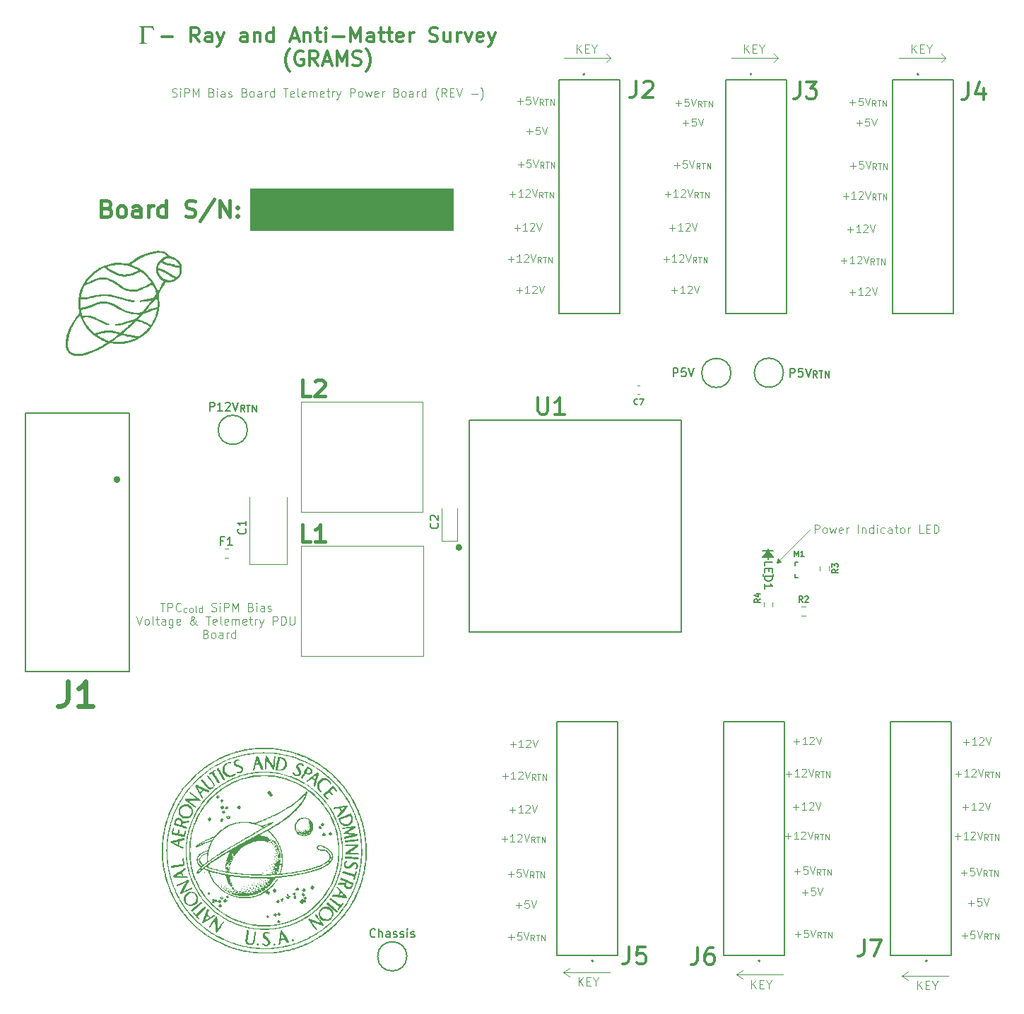
<source format=gbr>
%TF.GenerationSoftware,KiCad,Pcbnew,8.0.6*%
%TF.CreationDate,2025-03-03T14:35:36-05:00*%
%TF.ProjectId,SiPM_Bias_BRD_Telem_PWR,5369504d-5f42-4696-9173-5f4252445f54,rev?*%
%TF.SameCoordinates,Original*%
%TF.FileFunction,Legend,Top*%
%TF.FilePolarity,Positive*%
%FSLAX46Y46*%
G04 Gerber Fmt 4.6, Leading zero omitted, Abs format (unit mm)*
G04 Created by KiCad (PCBNEW 8.0.6) date 2025-03-03 14:35:36*
%MOMM*%
%LPD*%
G01*
G04 APERTURE LIST*
%ADD10C,0.100000*%
%ADD11C,0.400000*%
%ADD12C,0.350000*%
%ADD13C,0.500000*%
%ADD14C,0.150000*%
%ADD15C,0.300000*%
%ADD16C,0.600000*%
%ADD17C,0.120000*%
%ADD18C,0.127000*%
%ADD19C,0.200000*%
%ADD20C,0.000000*%
%ADD21C,0.152400*%
G04 APERTURE END LIST*
D10*
X290576000Y-137414000D02*
X296164000Y-137414000D01*
X277320000Y-158040000D02*
X253002000Y-158040000D01*
X253002000Y-153040000D01*
X277320000Y-153040000D01*
X277320000Y-158040000D01*
G36*
X277320000Y-158040000D02*
G01*
X253002000Y-158040000D01*
X253002000Y-153040000D01*
X277320000Y-153040000D01*
X277320000Y-158040000D01*
G37*
X335788000Y-137922000D02*
X336296000Y-137414000D01*
X310642000Y-137414000D02*
X316230000Y-137414000D01*
X296104000Y-246990000D02*
X290516000Y-246990000D01*
X330708000Y-137414000D02*
X336296000Y-137414000D01*
X316105000Y-197950000D02*
X320135000Y-193830000D01*
X312008000Y-247818000D02*
X311246000Y-247310000D01*
X296164000Y-137414000D02*
X295656000Y-136906000D01*
X331858000Y-247938000D02*
X331096000Y-247430000D01*
X295656000Y-137922000D02*
X296164000Y-137414000D01*
X290516000Y-246990000D02*
X291278000Y-246482000D01*
X316570000Y-197870000D02*
X316105000Y-197950000D01*
X316230000Y-197450000D01*
X316570000Y-197870000D01*
G36*
X316570000Y-197870000D02*
G01*
X316105000Y-197950000D01*
X316230000Y-197450000D01*
X316570000Y-197870000D01*
G37*
X316834000Y-247310000D02*
X311246000Y-247310000D01*
X291278000Y-247498000D02*
X290516000Y-246990000D01*
X336296000Y-137414000D02*
X335788000Y-136906000D01*
X315722000Y-137922000D02*
X316230000Y-137414000D01*
X316230000Y-137414000D02*
X315722000Y-136906000D01*
X336684000Y-247430000D02*
X331096000Y-247430000D01*
X311246000Y-247310000D02*
X312008000Y-246802000D01*
X331096000Y-247430000D02*
X331858000Y-246922000D01*
X284090074Y-153731800D02*
X284775789Y-153731800D01*
X284432931Y-154074657D02*
X284432931Y-153388942D01*
X285675789Y-154074657D02*
X285161503Y-154074657D01*
X285418646Y-154074657D02*
X285418646Y-153174657D01*
X285418646Y-153174657D02*
X285332932Y-153303228D01*
X285332932Y-153303228D02*
X285247217Y-153388942D01*
X285247217Y-153388942D02*
X285161503Y-153431800D01*
X286018646Y-153260371D02*
X286061503Y-153217514D01*
X286061503Y-153217514D02*
X286147218Y-153174657D01*
X286147218Y-153174657D02*
X286361503Y-153174657D01*
X286361503Y-153174657D02*
X286447218Y-153217514D01*
X286447218Y-153217514D02*
X286490075Y-153260371D01*
X286490075Y-153260371D02*
X286532932Y-153346085D01*
X286532932Y-153346085D02*
X286532932Y-153431800D01*
X286532932Y-153431800D02*
X286490075Y-153560371D01*
X286490075Y-153560371D02*
X285975789Y-154074657D01*
X285975789Y-154074657D02*
X286532932Y-154074657D01*
X286790075Y-153174657D02*
X287090075Y-154074657D01*
X287090075Y-154074657D02*
X287390075Y-153174657D01*
X288058647Y-154174085D02*
X287818647Y-153831228D01*
X287647218Y-154174085D02*
X287647218Y-153454085D01*
X287647218Y-153454085D02*
X287921504Y-153454085D01*
X287921504Y-153454085D02*
X287990075Y-153488371D01*
X287990075Y-153488371D02*
X288024361Y-153522657D01*
X288024361Y-153522657D02*
X288058647Y-153591228D01*
X288058647Y-153591228D02*
X288058647Y-153694085D01*
X288058647Y-153694085D02*
X288024361Y-153762657D01*
X288024361Y-153762657D02*
X287990075Y-153796942D01*
X287990075Y-153796942D02*
X287921504Y-153831228D01*
X287921504Y-153831228D02*
X287647218Y-153831228D01*
X288264361Y-153454085D02*
X288675790Y-153454085D01*
X288470075Y-154174085D02*
X288470075Y-153454085D01*
X288915789Y-154174085D02*
X288915789Y-153454085D01*
X288915789Y-153454085D02*
X289327218Y-154174085D01*
X289327218Y-154174085D02*
X289327218Y-153454085D01*
X283880074Y-235241800D02*
X284565789Y-235241800D01*
X284222931Y-235584657D02*
X284222931Y-234898942D01*
X285422932Y-234684657D02*
X284994360Y-234684657D01*
X284994360Y-234684657D02*
X284951503Y-235113228D01*
X284951503Y-235113228D02*
X284994360Y-235070371D01*
X284994360Y-235070371D02*
X285080075Y-235027514D01*
X285080075Y-235027514D02*
X285294360Y-235027514D01*
X285294360Y-235027514D02*
X285380075Y-235070371D01*
X285380075Y-235070371D02*
X285422932Y-235113228D01*
X285422932Y-235113228D02*
X285465789Y-235198942D01*
X285465789Y-235198942D02*
X285465789Y-235413228D01*
X285465789Y-235413228D02*
X285422932Y-235498942D01*
X285422932Y-235498942D02*
X285380075Y-235541800D01*
X285380075Y-235541800D02*
X285294360Y-235584657D01*
X285294360Y-235584657D02*
X285080075Y-235584657D01*
X285080075Y-235584657D02*
X284994360Y-235541800D01*
X284994360Y-235541800D02*
X284951503Y-235498942D01*
X285722932Y-234684657D02*
X286022932Y-235584657D01*
X286022932Y-235584657D02*
X286322932Y-234684657D01*
X286991504Y-235684085D02*
X286751504Y-235341228D01*
X286580075Y-235684085D02*
X286580075Y-234964085D01*
X286580075Y-234964085D02*
X286854361Y-234964085D01*
X286854361Y-234964085D02*
X286922932Y-234998371D01*
X286922932Y-234998371D02*
X286957218Y-235032657D01*
X286957218Y-235032657D02*
X286991504Y-235101228D01*
X286991504Y-235101228D02*
X286991504Y-235204085D01*
X286991504Y-235204085D02*
X286957218Y-235272657D01*
X286957218Y-235272657D02*
X286922932Y-235306942D01*
X286922932Y-235306942D02*
X286854361Y-235341228D01*
X286854361Y-235341228D02*
X286580075Y-235341228D01*
X287197218Y-234964085D02*
X287608647Y-234964085D01*
X287402932Y-235684085D02*
X287402932Y-234964085D01*
X287848646Y-235684085D02*
X287848646Y-234964085D01*
X287848646Y-234964085D02*
X288260075Y-235684085D01*
X288260075Y-235684085D02*
X288260075Y-234964085D01*
X318300074Y-242471800D02*
X318985789Y-242471800D01*
X318642931Y-242814657D02*
X318642931Y-242128942D01*
X319842932Y-241914657D02*
X319414360Y-241914657D01*
X319414360Y-241914657D02*
X319371503Y-242343228D01*
X319371503Y-242343228D02*
X319414360Y-242300371D01*
X319414360Y-242300371D02*
X319500075Y-242257514D01*
X319500075Y-242257514D02*
X319714360Y-242257514D01*
X319714360Y-242257514D02*
X319800075Y-242300371D01*
X319800075Y-242300371D02*
X319842932Y-242343228D01*
X319842932Y-242343228D02*
X319885789Y-242428942D01*
X319885789Y-242428942D02*
X319885789Y-242643228D01*
X319885789Y-242643228D02*
X319842932Y-242728942D01*
X319842932Y-242728942D02*
X319800075Y-242771800D01*
X319800075Y-242771800D02*
X319714360Y-242814657D01*
X319714360Y-242814657D02*
X319500075Y-242814657D01*
X319500075Y-242814657D02*
X319414360Y-242771800D01*
X319414360Y-242771800D02*
X319371503Y-242728942D01*
X320142932Y-241914657D02*
X320442932Y-242814657D01*
X320442932Y-242814657D02*
X320742932Y-241914657D01*
X321411504Y-242914085D02*
X321171504Y-242571228D01*
X321000075Y-242914085D02*
X321000075Y-242194085D01*
X321000075Y-242194085D02*
X321274361Y-242194085D01*
X321274361Y-242194085D02*
X321342932Y-242228371D01*
X321342932Y-242228371D02*
X321377218Y-242262657D01*
X321377218Y-242262657D02*
X321411504Y-242331228D01*
X321411504Y-242331228D02*
X321411504Y-242434085D01*
X321411504Y-242434085D02*
X321377218Y-242502657D01*
X321377218Y-242502657D02*
X321342932Y-242536942D01*
X321342932Y-242536942D02*
X321274361Y-242571228D01*
X321274361Y-242571228D02*
X321000075Y-242571228D01*
X321617218Y-242194085D02*
X322028647Y-242194085D01*
X321822932Y-242914085D02*
X321822932Y-242194085D01*
X322268646Y-242914085D02*
X322268646Y-242194085D01*
X322268646Y-242194085D02*
X322680075Y-242914085D01*
X322680075Y-242914085D02*
X322680075Y-242194085D01*
X243666265Y-142004800D02*
X243809122Y-142052419D01*
X243809122Y-142052419D02*
X244047217Y-142052419D01*
X244047217Y-142052419D02*
X244142455Y-142004800D01*
X244142455Y-142004800D02*
X244190074Y-141957180D01*
X244190074Y-141957180D02*
X244237693Y-141861942D01*
X244237693Y-141861942D02*
X244237693Y-141766704D01*
X244237693Y-141766704D02*
X244190074Y-141671466D01*
X244190074Y-141671466D02*
X244142455Y-141623847D01*
X244142455Y-141623847D02*
X244047217Y-141576228D01*
X244047217Y-141576228D02*
X243856741Y-141528609D01*
X243856741Y-141528609D02*
X243761503Y-141480990D01*
X243761503Y-141480990D02*
X243713884Y-141433371D01*
X243713884Y-141433371D02*
X243666265Y-141338133D01*
X243666265Y-141338133D02*
X243666265Y-141242895D01*
X243666265Y-141242895D02*
X243713884Y-141147657D01*
X243713884Y-141147657D02*
X243761503Y-141100038D01*
X243761503Y-141100038D02*
X243856741Y-141052419D01*
X243856741Y-141052419D02*
X244094836Y-141052419D01*
X244094836Y-141052419D02*
X244237693Y-141100038D01*
X244666265Y-142052419D02*
X244666265Y-141385752D01*
X244666265Y-141052419D02*
X244618646Y-141100038D01*
X244618646Y-141100038D02*
X244666265Y-141147657D01*
X244666265Y-141147657D02*
X244713884Y-141100038D01*
X244713884Y-141100038D02*
X244666265Y-141052419D01*
X244666265Y-141052419D02*
X244666265Y-141147657D01*
X245142455Y-142052419D02*
X245142455Y-141052419D01*
X245142455Y-141052419D02*
X245523407Y-141052419D01*
X245523407Y-141052419D02*
X245618645Y-141100038D01*
X245618645Y-141100038D02*
X245666264Y-141147657D01*
X245666264Y-141147657D02*
X245713883Y-141242895D01*
X245713883Y-141242895D02*
X245713883Y-141385752D01*
X245713883Y-141385752D02*
X245666264Y-141480990D01*
X245666264Y-141480990D02*
X245618645Y-141528609D01*
X245618645Y-141528609D02*
X245523407Y-141576228D01*
X245523407Y-141576228D02*
X245142455Y-141576228D01*
X246142455Y-142052419D02*
X246142455Y-141052419D01*
X246142455Y-141052419D02*
X246475788Y-141766704D01*
X246475788Y-141766704D02*
X246809121Y-141052419D01*
X246809121Y-141052419D02*
X246809121Y-142052419D01*
X248380550Y-141528609D02*
X248523407Y-141576228D01*
X248523407Y-141576228D02*
X248571026Y-141623847D01*
X248571026Y-141623847D02*
X248618645Y-141719085D01*
X248618645Y-141719085D02*
X248618645Y-141861942D01*
X248618645Y-141861942D02*
X248571026Y-141957180D01*
X248571026Y-141957180D02*
X248523407Y-142004800D01*
X248523407Y-142004800D02*
X248428169Y-142052419D01*
X248428169Y-142052419D02*
X248047217Y-142052419D01*
X248047217Y-142052419D02*
X248047217Y-141052419D01*
X248047217Y-141052419D02*
X248380550Y-141052419D01*
X248380550Y-141052419D02*
X248475788Y-141100038D01*
X248475788Y-141100038D02*
X248523407Y-141147657D01*
X248523407Y-141147657D02*
X248571026Y-141242895D01*
X248571026Y-141242895D02*
X248571026Y-141338133D01*
X248571026Y-141338133D02*
X248523407Y-141433371D01*
X248523407Y-141433371D02*
X248475788Y-141480990D01*
X248475788Y-141480990D02*
X248380550Y-141528609D01*
X248380550Y-141528609D02*
X248047217Y-141528609D01*
X249047217Y-142052419D02*
X249047217Y-141385752D01*
X249047217Y-141052419D02*
X248999598Y-141100038D01*
X248999598Y-141100038D02*
X249047217Y-141147657D01*
X249047217Y-141147657D02*
X249094836Y-141100038D01*
X249094836Y-141100038D02*
X249047217Y-141052419D01*
X249047217Y-141052419D02*
X249047217Y-141147657D01*
X249951978Y-142052419D02*
X249951978Y-141528609D01*
X249951978Y-141528609D02*
X249904359Y-141433371D01*
X249904359Y-141433371D02*
X249809121Y-141385752D01*
X249809121Y-141385752D02*
X249618645Y-141385752D01*
X249618645Y-141385752D02*
X249523407Y-141433371D01*
X249951978Y-142004800D02*
X249856740Y-142052419D01*
X249856740Y-142052419D02*
X249618645Y-142052419D01*
X249618645Y-142052419D02*
X249523407Y-142004800D01*
X249523407Y-142004800D02*
X249475788Y-141909561D01*
X249475788Y-141909561D02*
X249475788Y-141814323D01*
X249475788Y-141814323D02*
X249523407Y-141719085D01*
X249523407Y-141719085D02*
X249618645Y-141671466D01*
X249618645Y-141671466D02*
X249856740Y-141671466D01*
X249856740Y-141671466D02*
X249951978Y-141623847D01*
X250380550Y-142004800D02*
X250475788Y-142052419D01*
X250475788Y-142052419D02*
X250666264Y-142052419D01*
X250666264Y-142052419D02*
X250761502Y-142004800D01*
X250761502Y-142004800D02*
X250809121Y-141909561D01*
X250809121Y-141909561D02*
X250809121Y-141861942D01*
X250809121Y-141861942D02*
X250761502Y-141766704D01*
X250761502Y-141766704D02*
X250666264Y-141719085D01*
X250666264Y-141719085D02*
X250523407Y-141719085D01*
X250523407Y-141719085D02*
X250428169Y-141671466D01*
X250428169Y-141671466D02*
X250380550Y-141576228D01*
X250380550Y-141576228D02*
X250380550Y-141528609D01*
X250380550Y-141528609D02*
X250428169Y-141433371D01*
X250428169Y-141433371D02*
X250523407Y-141385752D01*
X250523407Y-141385752D02*
X250666264Y-141385752D01*
X250666264Y-141385752D02*
X250761502Y-141433371D01*
X252332931Y-141528609D02*
X252475788Y-141576228D01*
X252475788Y-141576228D02*
X252523407Y-141623847D01*
X252523407Y-141623847D02*
X252571026Y-141719085D01*
X252571026Y-141719085D02*
X252571026Y-141861942D01*
X252571026Y-141861942D02*
X252523407Y-141957180D01*
X252523407Y-141957180D02*
X252475788Y-142004800D01*
X252475788Y-142004800D02*
X252380550Y-142052419D01*
X252380550Y-142052419D02*
X251999598Y-142052419D01*
X251999598Y-142052419D02*
X251999598Y-141052419D01*
X251999598Y-141052419D02*
X252332931Y-141052419D01*
X252332931Y-141052419D02*
X252428169Y-141100038D01*
X252428169Y-141100038D02*
X252475788Y-141147657D01*
X252475788Y-141147657D02*
X252523407Y-141242895D01*
X252523407Y-141242895D02*
X252523407Y-141338133D01*
X252523407Y-141338133D02*
X252475788Y-141433371D01*
X252475788Y-141433371D02*
X252428169Y-141480990D01*
X252428169Y-141480990D02*
X252332931Y-141528609D01*
X252332931Y-141528609D02*
X251999598Y-141528609D01*
X253142455Y-142052419D02*
X253047217Y-142004800D01*
X253047217Y-142004800D02*
X252999598Y-141957180D01*
X252999598Y-141957180D02*
X252951979Y-141861942D01*
X252951979Y-141861942D02*
X252951979Y-141576228D01*
X252951979Y-141576228D02*
X252999598Y-141480990D01*
X252999598Y-141480990D02*
X253047217Y-141433371D01*
X253047217Y-141433371D02*
X253142455Y-141385752D01*
X253142455Y-141385752D02*
X253285312Y-141385752D01*
X253285312Y-141385752D02*
X253380550Y-141433371D01*
X253380550Y-141433371D02*
X253428169Y-141480990D01*
X253428169Y-141480990D02*
X253475788Y-141576228D01*
X253475788Y-141576228D02*
X253475788Y-141861942D01*
X253475788Y-141861942D02*
X253428169Y-141957180D01*
X253428169Y-141957180D02*
X253380550Y-142004800D01*
X253380550Y-142004800D02*
X253285312Y-142052419D01*
X253285312Y-142052419D02*
X253142455Y-142052419D01*
X254332931Y-142052419D02*
X254332931Y-141528609D01*
X254332931Y-141528609D02*
X254285312Y-141433371D01*
X254285312Y-141433371D02*
X254190074Y-141385752D01*
X254190074Y-141385752D02*
X253999598Y-141385752D01*
X253999598Y-141385752D02*
X253904360Y-141433371D01*
X254332931Y-142004800D02*
X254237693Y-142052419D01*
X254237693Y-142052419D02*
X253999598Y-142052419D01*
X253999598Y-142052419D02*
X253904360Y-142004800D01*
X253904360Y-142004800D02*
X253856741Y-141909561D01*
X253856741Y-141909561D02*
X253856741Y-141814323D01*
X253856741Y-141814323D02*
X253904360Y-141719085D01*
X253904360Y-141719085D02*
X253999598Y-141671466D01*
X253999598Y-141671466D02*
X254237693Y-141671466D01*
X254237693Y-141671466D02*
X254332931Y-141623847D01*
X254809122Y-142052419D02*
X254809122Y-141385752D01*
X254809122Y-141576228D02*
X254856741Y-141480990D01*
X254856741Y-141480990D02*
X254904360Y-141433371D01*
X254904360Y-141433371D02*
X254999598Y-141385752D01*
X254999598Y-141385752D02*
X255094836Y-141385752D01*
X255856741Y-142052419D02*
X255856741Y-141052419D01*
X255856741Y-142004800D02*
X255761503Y-142052419D01*
X255761503Y-142052419D02*
X255571027Y-142052419D01*
X255571027Y-142052419D02*
X255475789Y-142004800D01*
X255475789Y-142004800D02*
X255428170Y-141957180D01*
X255428170Y-141957180D02*
X255380551Y-141861942D01*
X255380551Y-141861942D02*
X255380551Y-141576228D01*
X255380551Y-141576228D02*
X255428170Y-141480990D01*
X255428170Y-141480990D02*
X255475789Y-141433371D01*
X255475789Y-141433371D02*
X255571027Y-141385752D01*
X255571027Y-141385752D02*
X255761503Y-141385752D01*
X255761503Y-141385752D02*
X255856741Y-141433371D01*
X256951980Y-141052419D02*
X257523408Y-141052419D01*
X257237694Y-142052419D02*
X257237694Y-141052419D01*
X258237694Y-142004800D02*
X258142456Y-142052419D01*
X258142456Y-142052419D02*
X257951980Y-142052419D01*
X257951980Y-142052419D02*
X257856742Y-142004800D01*
X257856742Y-142004800D02*
X257809123Y-141909561D01*
X257809123Y-141909561D02*
X257809123Y-141528609D01*
X257809123Y-141528609D02*
X257856742Y-141433371D01*
X257856742Y-141433371D02*
X257951980Y-141385752D01*
X257951980Y-141385752D02*
X258142456Y-141385752D01*
X258142456Y-141385752D02*
X258237694Y-141433371D01*
X258237694Y-141433371D02*
X258285313Y-141528609D01*
X258285313Y-141528609D02*
X258285313Y-141623847D01*
X258285313Y-141623847D02*
X257809123Y-141719085D01*
X258856742Y-142052419D02*
X258761504Y-142004800D01*
X258761504Y-142004800D02*
X258713885Y-141909561D01*
X258713885Y-141909561D02*
X258713885Y-141052419D01*
X259618647Y-142004800D02*
X259523409Y-142052419D01*
X259523409Y-142052419D02*
X259332933Y-142052419D01*
X259332933Y-142052419D02*
X259237695Y-142004800D01*
X259237695Y-142004800D02*
X259190076Y-141909561D01*
X259190076Y-141909561D02*
X259190076Y-141528609D01*
X259190076Y-141528609D02*
X259237695Y-141433371D01*
X259237695Y-141433371D02*
X259332933Y-141385752D01*
X259332933Y-141385752D02*
X259523409Y-141385752D01*
X259523409Y-141385752D02*
X259618647Y-141433371D01*
X259618647Y-141433371D02*
X259666266Y-141528609D01*
X259666266Y-141528609D02*
X259666266Y-141623847D01*
X259666266Y-141623847D02*
X259190076Y-141719085D01*
X260094838Y-142052419D02*
X260094838Y-141385752D01*
X260094838Y-141480990D02*
X260142457Y-141433371D01*
X260142457Y-141433371D02*
X260237695Y-141385752D01*
X260237695Y-141385752D02*
X260380552Y-141385752D01*
X260380552Y-141385752D02*
X260475790Y-141433371D01*
X260475790Y-141433371D02*
X260523409Y-141528609D01*
X260523409Y-141528609D02*
X260523409Y-142052419D01*
X260523409Y-141528609D02*
X260571028Y-141433371D01*
X260571028Y-141433371D02*
X260666266Y-141385752D01*
X260666266Y-141385752D02*
X260809123Y-141385752D01*
X260809123Y-141385752D02*
X260904362Y-141433371D01*
X260904362Y-141433371D02*
X260951981Y-141528609D01*
X260951981Y-141528609D02*
X260951981Y-142052419D01*
X261809123Y-142004800D02*
X261713885Y-142052419D01*
X261713885Y-142052419D02*
X261523409Y-142052419D01*
X261523409Y-142052419D02*
X261428171Y-142004800D01*
X261428171Y-142004800D02*
X261380552Y-141909561D01*
X261380552Y-141909561D02*
X261380552Y-141528609D01*
X261380552Y-141528609D02*
X261428171Y-141433371D01*
X261428171Y-141433371D02*
X261523409Y-141385752D01*
X261523409Y-141385752D02*
X261713885Y-141385752D01*
X261713885Y-141385752D02*
X261809123Y-141433371D01*
X261809123Y-141433371D02*
X261856742Y-141528609D01*
X261856742Y-141528609D02*
X261856742Y-141623847D01*
X261856742Y-141623847D02*
X261380552Y-141719085D01*
X262142457Y-141385752D02*
X262523409Y-141385752D01*
X262285314Y-141052419D02*
X262285314Y-141909561D01*
X262285314Y-141909561D02*
X262332933Y-142004800D01*
X262332933Y-142004800D02*
X262428171Y-142052419D01*
X262428171Y-142052419D02*
X262523409Y-142052419D01*
X262856743Y-142052419D02*
X262856743Y-141385752D01*
X262856743Y-141576228D02*
X262904362Y-141480990D01*
X262904362Y-141480990D02*
X262951981Y-141433371D01*
X262951981Y-141433371D02*
X263047219Y-141385752D01*
X263047219Y-141385752D02*
X263142457Y-141385752D01*
X263380553Y-141385752D02*
X263618648Y-142052419D01*
X263856743Y-141385752D02*
X263618648Y-142052419D01*
X263618648Y-142052419D02*
X263523410Y-142290514D01*
X263523410Y-142290514D02*
X263475791Y-142338133D01*
X263475791Y-142338133D02*
X263380553Y-142385752D01*
X264999601Y-142052419D02*
X264999601Y-141052419D01*
X264999601Y-141052419D02*
X265380553Y-141052419D01*
X265380553Y-141052419D02*
X265475791Y-141100038D01*
X265475791Y-141100038D02*
X265523410Y-141147657D01*
X265523410Y-141147657D02*
X265571029Y-141242895D01*
X265571029Y-141242895D02*
X265571029Y-141385752D01*
X265571029Y-141385752D02*
X265523410Y-141480990D01*
X265523410Y-141480990D02*
X265475791Y-141528609D01*
X265475791Y-141528609D02*
X265380553Y-141576228D01*
X265380553Y-141576228D02*
X264999601Y-141576228D01*
X266142458Y-142052419D02*
X266047220Y-142004800D01*
X266047220Y-142004800D02*
X265999601Y-141957180D01*
X265999601Y-141957180D02*
X265951982Y-141861942D01*
X265951982Y-141861942D02*
X265951982Y-141576228D01*
X265951982Y-141576228D02*
X265999601Y-141480990D01*
X265999601Y-141480990D02*
X266047220Y-141433371D01*
X266047220Y-141433371D02*
X266142458Y-141385752D01*
X266142458Y-141385752D02*
X266285315Y-141385752D01*
X266285315Y-141385752D02*
X266380553Y-141433371D01*
X266380553Y-141433371D02*
X266428172Y-141480990D01*
X266428172Y-141480990D02*
X266475791Y-141576228D01*
X266475791Y-141576228D02*
X266475791Y-141861942D01*
X266475791Y-141861942D02*
X266428172Y-141957180D01*
X266428172Y-141957180D02*
X266380553Y-142004800D01*
X266380553Y-142004800D02*
X266285315Y-142052419D01*
X266285315Y-142052419D02*
X266142458Y-142052419D01*
X266809125Y-141385752D02*
X266999601Y-142052419D01*
X266999601Y-142052419D02*
X267190077Y-141576228D01*
X267190077Y-141576228D02*
X267380553Y-142052419D01*
X267380553Y-142052419D02*
X267571029Y-141385752D01*
X268332934Y-142004800D02*
X268237696Y-142052419D01*
X268237696Y-142052419D02*
X268047220Y-142052419D01*
X268047220Y-142052419D02*
X267951982Y-142004800D01*
X267951982Y-142004800D02*
X267904363Y-141909561D01*
X267904363Y-141909561D02*
X267904363Y-141528609D01*
X267904363Y-141528609D02*
X267951982Y-141433371D01*
X267951982Y-141433371D02*
X268047220Y-141385752D01*
X268047220Y-141385752D02*
X268237696Y-141385752D01*
X268237696Y-141385752D02*
X268332934Y-141433371D01*
X268332934Y-141433371D02*
X268380553Y-141528609D01*
X268380553Y-141528609D02*
X268380553Y-141623847D01*
X268380553Y-141623847D02*
X267904363Y-141719085D01*
X268809125Y-142052419D02*
X268809125Y-141385752D01*
X268809125Y-141576228D02*
X268856744Y-141480990D01*
X268856744Y-141480990D02*
X268904363Y-141433371D01*
X268904363Y-141433371D02*
X268999601Y-141385752D01*
X268999601Y-141385752D02*
X269094839Y-141385752D01*
X270523411Y-141528609D02*
X270666268Y-141576228D01*
X270666268Y-141576228D02*
X270713887Y-141623847D01*
X270713887Y-141623847D02*
X270761506Y-141719085D01*
X270761506Y-141719085D02*
X270761506Y-141861942D01*
X270761506Y-141861942D02*
X270713887Y-141957180D01*
X270713887Y-141957180D02*
X270666268Y-142004800D01*
X270666268Y-142004800D02*
X270571030Y-142052419D01*
X270571030Y-142052419D02*
X270190078Y-142052419D01*
X270190078Y-142052419D02*
X270190078Y-141052419D01*
X270190078Y-141052419D02*
X270523411Y-141052419D01*
X270523411Y-141052419D02*
X270618649Y-141100038D01*
X270618649Y-141100038D02*
X270666268Y-141147657D01*
X270666268Y-141147657D02*
X270713887Y-141242895D01*
X270713887Y-141242895D02*
X270713887Y-141338133D01*
X270713887Y-141338133D02*
X270666268Y-141433371D01*
X270666268Y-141433371D02*
X270618649Y-141480990D01*
X270618649Y-141480990D02*
X270523411Y-141528609D01*
X270523411Y-141528609D02*
X270190078Y-141528609D01*
X271332935Y-142052419D02*
X271237697Y-142004800D01*
X271237697Y-142004800D02*
X271190078Y-141957180D01*
X271190078Y-141957180D02*
X271142459Y-141861942D01*
X271142459Y-141861942D02*
X271142459Y-141576228D01*
X271142459Y-141576228D02*
X271190078Y-141480990D01*
X271190078Y-141480990D02*
X271237697Y-141433371D01*
X271237697Y-141433371D02*
X271332935Y-141385752D01*
X271332935Y-141385752D02*
X271475792Y-141385752D01*
X271475792Y-141385752D02*
X271571030Y-141433371D01*
X271571030Y-141433371D02*
X271618649Y-141480990D01*
X271618649Y-141480990D02*
X271666268Y-141576228D01*
X271666268Y-141576228D02*
X271666268Y-141861942D01*
X271666268Y-141861942D02*
X271618649Y-141957180D01*
X271618649Y-141957180D02*
X271571030Y-142004800D01*
X271571030Y-142004800D02*
X271475792Y-142052419D01*
X271475792Y-142052419D02*
X271332935Y-142052419D01*
X272523411Y-142052419D02*
X272523411Y-141528609D01*
X272523411Y-141528609D02*
X272475792Y-141433371D01*
X272475792Y-141433371D02*
X272380554Y-141385752D01*
X272380554Y-141385752D02*
X272190078Y-141385752D01*
X272190078Y-141385752D02*
X272094840Y-141433371D01*
X272523411Y-142004800D02*
X272428173Y-142052419D01*
X272428173Y-142052419D02*
X272190078Y-142052419D01*
X272190078Y-142052419D02*
X272094840Y-142004800D01*
X272094840Y-142004800D02*
X272047221Y-141909561D01*
X272047221Y-141909561D02*
X272047221Y-141814323D01*
X272047221Y-141814323D02*
X272094840Y-141719085D01*
X272094840Y-141719085D02*
X272190078Y-141671466D01*
X272190078Y-141671466D02*
X272428173Y-141671466D01*
X272428173Y-141671466D02*
X272523411Y-141623847D01*
X272999602Y-142052419D02*
X272999602Y-141385752D01*
X272999602Y-141576228D02*
X273047221Y-141480990D01*
X273047221Y-141480990D02*
X273094840Y-141433371D01*
X273094840Y-141433371D02*
X273190078Y-141385752D01*
X273190078Y-141385752D02*
X273285316Y-141385752D01*
X274047221Y-142052419D02*
X274047221Y-141052419D01*
X274047221Y-142004800D02*
X273951983Y-142052419D01*
X273951983Y-142052419D02*
X273761507Y-142052419D01*
X273761507Y-142052419D02*
X273666269Y-142004800D01*
X273666269Y-142004800D02*
X273618650Y-141957180D01*
X273618650Y-141957180D02*
X273571031Y-141861942D01*
X273571031Y-141861942D02*
X273571031Y-141576228D01*
X273571031Y-141576228D02*
X273618650Y-141480990D01*
X273618650Y-141480990D02*
X273666269Y-141433371D01*
X273666269Y-141433371D02*
X273761507Y-141385752D01*
X273761507Y-141385752D02*
X273951983Y-141385752D01*
X273951983Y-141385752D02*
X274047221Y-141433371D01*
X275571031Y-142433371D02*
X275523412Y-142385752D01*
X275523412Y-142385752D02*
X275428174Y-142242895D01*
X275428174Y-142242895D02*
X275380555Y-142147657D01*
X275380555Y-142147657D02*
X275332936Y-142004800D01*
X275332936Y-142004800D02*
X275285317Y-141766704D01*
X275285317Y-141766704D02*
X275285317Y-141576228D01*
X275285317Y-141576228D02*
X275332936Y-141338133D01*
X275332936Y-141338133D02*
X275380555Y-141195276D01*
X275380555Y-141195276D02*
X275428174Y-141100038D01*
X275428174Y-141100038D02*
X275523412Y-140957180D01*
X275523412Y-140957180D02*
X275571031Y-140909561D01*
X276523412Y-142052419D02*
X276190079Y-141576228D01*
X275951984Y-142052419D02*
X275951984Y-141052419D01*
X275951984Y-141052419D02*
X276332936Y-141052419D01*
X276332936Y-141052419D02*
X276428174Y-141100038D01*
X276428174Y-141100038D02*
X276475793Y-141147657D01*
X276475793Y-141147657D02*
X276523412Y-141242895D01*
X276523412Y-141242895D02*
X276523412Y-141385752D01*
X276523412Y-141385752D02*
X276475793Y-141480990D01*
X276475793Y-141480990D02*
X276428174Y-141528609D01*
X276428174Y-141528609D02*
X276332936Y-141576228D01*
X276332936Y-141576228D02*
X275951984Y-141576228D01*
X276951984Y-141528609D02*
X277285317Y-141528609D01*
X277428174Y-142052419D02*
X276951984Y-142052419D01*
X276951984Y-142052419D02*
X276951984Y-141052419D01*
X276951984Y-141052419D02*
X277428174Y-141052419D01*
X277713889Y-141052419D02*
X278047222Y-142052419D01*
X278047222Y-142052419D02*
X278380555Y-141052419D01*
X279475794Y-141671466D02*
X280237699Y-141671466D01*
X280618651Y-142433371D02*
X280666270Y-142385752D01*
X280666270Y-142385752D02*
X280761508Y-142242895D01*
X280761508Y-142242895D02*
X280809127Y-142147657D01*
X280809127Y-142147657D02*
X280856746Y-142004800D01*
X280856746Y-142004800D02*
X280904365Y-141766704D01*
X280904365Y-141766704D02*
X280904365Y-141576228D01*
X280904365Y-141576228D02*
X280856746Y-141338133D01*
X280856746Y-141338133D02*
X280809127Y-141195276D01*
X280809127Y-141195276D02*
X280761508Y-141100038D01*
X280761508Y-141100038D02*
X280666270Y-140957180D01*
X280666270Y-140957180D02*
X280618651Y-140909561D01*
X283900074Y-161501800D02*
X284585789Y-161501800D01*
X284242931Y-161844657D02*
X284242931Y-161158942D01*
X285485789Y-161844657D02*
X284971503Y-161844657D01*
X285228646Y-161844657D02*
X285228646Y-160944657D01*
X285228646Y-160944657D02*
X285142932Y-161073228D01*
X285142932Y-161073228D02*
X285057217Y-161158942D01*
X285057217Y-161158942D02*
X284971503Y-161201800D01*
X285828646Y-161030371D02*
X285871503Y-160987514D01*
X285871503Y-160987514D02*
X285957218Y-160944657D01*
X285957218Y-160944657D02*
X286171503Y-160944657D01*
X286171503Y-160944657D02*
X286257218Y-160987514D01*
X286257218Y-160987514D02*
X286300075Y-161030371D01*
X286300075Y-161030371D02*
X286342932Y-161116085D01*
X286342932Y-161116085D02*
X286342932Y-161201800D01*
X286342932Y-161201800D02*
X286300075Y-161330371D01*
X286300075Y-161330371D02*
X285785789Y-161844657D01*
X285785789Y-161844657D02*
X286342932Y-161844657D01*
X286600075Y-160944657D02*
X286900075Y-161844657D01*
X286900075Y-161844657D02*
X287200075Y-160944657D01*
X287868647Y-161944085D02*
X287628647Y-161601228D01*
X287457218Y-161944085D02*
X287457218Y-161224085D01*
X287457218Y-161224085D02*
X287731504Y-161224085D01*
X287731504Y-161224085D02*
X287800075Y-161258371D01*
X287800075Y-161258371D02*
X287834361Y-161292657D01*
X287834361Y-161292657D02*
X287868647Y-161361228D01*
X287868647Y-161361228D02*
X287868647Y-161464085D01*
X287868647Y-161464085D02*
X287834361Y-161532657D01*
X287834361Y-161532657D02*
X287800075Y-161566942D01*
X287800075Y-161566942D02*
X287731504Y-161601228D01*
X287731504Y-161601228D02*
X287457218Y-161601228D01*
X288074361Y-161224085D02*
X288485790Y-161224085D01*
X288280075Y-161944085D02*
X288280075Y-161224085D01*
X288725789Y-161944085D02*
X288725789Y-161224085D01*
X288725789Y-161224085D02*
X289137218Y-161944085D01*
X289137218Y-161944085D02*
X289137218Y-161224085D01*
X292343884Y-248640419D02*
X292343884Y-247640419D01*
X292915312Y-248640419D02*
X292486741Y-248068990D01*
X292915312Y-247640419D02*
X292343884Y-248211847D01*
X293343884Y-248116609D02*
X293677217Y-248116609D01*
X293820074Y-248640419D02*
X293343884Y-248640419D01*
X293343884Y-248640419D02*
X293343884Y-247640419D01*
X293343884Y-247640419D02*
X293820074Y-247640419D01*
X294439122Y-248164228D02*
X294439122Y-248640419D01*
X294105789Y-247640419D02*
X294439122Y-248164228D01*
X294439122Y-248164228D02*
X294772455Y-247640419D01*
X303500074Y-165251800D02*
X304185789Y-165251800D01*
X303842931Y-165594657D02*
X303842931Y-164908942D01*
X305085789Y-165594657D02*
X304571503Y-165594657D01*
X304828646Y-165594657D02*
X304828646Y-164694657D01*
X304828646Y-164694657D02*
X304742932Y-164823228D01*
X304742932Y-164823228D02*
X304657217Y-164908942D01*
X304657217Y-164908942D02*
X304571503Y-164951800D01*
X305428646Y-164780371D02*
X305471503Y-164737514D01*
X305471503Y-164737514D02*
X305557218Y-164694657D01*
X305557218Y-164694657D02*
X305771503Y-164694657D01*
X305771503Y-164694657D02*
X305857218Y-164737514D01*
X305857218Y-164737514D02*
X305900075Y-164780371D01*
X305900075Y-164780371D02*
X305942932Y-164866085D01*
X305942932Y-164866085D02*
X305942932Y-164951800D01*
X305942932Y-164951800D02*
X305900075Y-165080371D01*
X305900075Y-165080371D02*
X305385789Y-165594657D01*
X305385789Y-165594657D02*
X305942932Y-165594657D01*
X306200075Y-164694657D02*
X306500075Y-165594657D01*
X306500075Y-165594657D02*
X306800075Y-164694657D01*
X338380074Y-227241800D02*
X339065789Y-227241800D01*
X338722931Y-227584657D02*
X338722931Y-226898942D01*
X339965789Y-227584657D02*
X339451503Y-227584657D01*
X339708646Y-227584657D02*
X339708646Y-226684657D01*
X339708646Y-226684657D02*
X339622932Y-226813228D01*
X339622932Y-226813228D02*
X339537217Y-226898942D01*
X339537217Y-226898942D02*
X339451503Y-226941800D01*
X340308646Y-226770371D02*
X340351503Y-226727514D01*
X340351503Y-226727514D02*
X340437218Y-226684657D01*
X340437218Y-226684657D02*
X340651503Y-226684657D01*
X340651503Y-226684657D02*
X340737218Y-226727514D01*
X340737218Y-226727514D02*
X340780075Y-226770371D01*
X340780075Y-226770371D02*
X340822932Y-226856085D01*
X340822932Y-226856085D02*
X340822932Y-226941800D01*
X340822932Y-226941800D02*
X340780075Y-227070371D01*
X340780075Y-227070371D02*
X340265789Y-227584657D01*
X340265789Y-227584657D02*
X340822932Y-227584657D01*
X341080075Y-226684657D02*
X341380075Y-227584657D01*
X341380075Y-227584657D02*
X341680075Y-226684657D01*
X313073884Y-248960419D02*
X313073884Y-247960419D01*
X313645312Y-248960419D02*
X313216741Y-248388990D01*
X313645312Y-247960419D02*
X313073884Y-248531847D01*
X314073884Y-248436609D02*
X314407217Y-248436609D01*
X314550074Y-248960419D02*
X314073884Y-248960419D01*
X314073884Y-248960419D02*
X314073884Y-247960419D01*
X314073884Y-247960419D02*
X314550074Y-247960419D01*
X315169122Y-248484228D02*
X315169122Y-248960419D01*
X314835789Y-247960419D02*
X315169122Y-248484228D01*
X315169122Y-248484228D02*
X315502455Y-247960419D01*
X302690074Y-153731800D02*
X303375789Y-153731800D01*
X303032931Y-154074657D02*
X303032931Y-153388942D01*
X304275789Y-154074657D02*
X303761503Y-154074657D01*
X304018646Y-154074657D02*
X304018646Y-153174657D01*
X304018646Y-153174657D02*
X303932932Y-153303228D01*
X303932932Y-153303228D02*
X303847217Y-153388942D01*
X303847217Y-153388942D02*
X303761503Y-153431800D01*
X304618646Y-153260371D02*
X304661503Y-153217514D01*
X304661503Y-153217514D02*
X304747218Y-153174657D01*
X304747218Y-153174657D02*
X304961503Y-153174657D01*
X304961503Y-153174657D02*
X305047218Y-153217514D01*
X305047218Y-153217514D02*
X305090075Y-153260371D01*
X305090075Y-153260371D02*
X305132932Y-153346085D01*
X305132932Y-153346085D02*
X305132932Y-153431800D01*
X305132932Y-153431800D02*
X305090075Y-153560371D01*
X305090075Y-153560371D02*
X304575789Y-154074657D01*
X304575789Y-154074657D02*
X305132932Y-154074657D01*
X305390075Y-153174657D02*
X305690075Y-154074657D01*
X305690075Y-154074657D02*
X305990075Y-153174657D01*
X306658647Y-154174085D02*
X306418647Y-153831228D01*
X306247218Y-154174085D02*
X306247218Y-153454085D01*
X306247218Y-153454085D02*
X306521504Y-153454085D01*
X306521504Y-153454085D02*
X306590075Y-153488371D01*
X306590075Y-153488371D02*
X306624361Y-153522657D01*
X306624361Y-153522657D02*
X306658647Y-153591228D01*
X306658647Y-153591228D02*
X306658647Y-153694085D01*
X306658647Y-153694085D02*
X306624361Y-153762657D01*
X306624361Y-153762657D02*
X306590075Y-153796942D01*
X306590075Y-153796942D02*
X306521504Y-153831228D01*
X306521504Y-153831228D02*
X306247218Y-153831228D01*
X306864361Y-153454085D02*
X307275790Y-153454085D01*
X307070075Y-154174085D02*
X307070075Y-153454085D01*
X307515789Y-154174085D02*
X307515789Y-153454085D01*
X307515789Y-153454085D02*
X307927218Y-154174085D01*
X307927218Y-154174085D02*
X307927218Y-153454085D01*
X285070074Y-150151800D02*
X285755789Y-150151800D01*
X285412931Y-150494657D02*
X285412931Y-149808942D01*
X286612932Y-149594657D02*
X286184360Y-149594657D01*
X286184360Y-149594657D02*
X286141503Y-150023228D01*
X286141503Y-150023228D02*
X286184360Y-149980371D01*
X286184360Y-149980371D02*
X286270075Y-149937514D01*
X286270075Y-149937514D02*
X286484360Y-149937514D01*
X286484360Y-149937514D02*
X286570075Y-149980371D01*
X286570075Y-149980371D02*
X286612932Y-150023228D01*
X286612932Y-150023228D02*
X286655789Y-150108942D01*
X286655789Y-150108942D02*
X286655789Y-150323228D01*
X286655789Y-150323228D02*
X286612932Y-150408942D01*
X286612932Y-150408942D02*
X286570075Y-150451800D01*
X286570075Y-150451800D02*
X286484360Y-150494657D01*
X286484360Y-150494657D02*
X286270075Y-150494657D01*
X286270075Y-150494657D02*
X286184360Y-150451800D01*
X286184360Y-150451800D02*
X286141503Y-150408942D01*
X286912932Y-149594657D02*
X287212932Y-150494657D01*
X287212932Y-150494657D02*
X287512932Y-149594657D01*
X288181504Y-150594085D02*
X287941504Y-150251228D01*
X287770075Y-150594085D02*
X287770075Y-149874085D01*
X287770075Y-149874085D02*
X288044361Y-149874085D01*
X288044361Y-149874085D02*
X288112932Y-149908371D01*
X288112932Y-149908371D02*
X288147218Y-149942657D01*
X288147218Y-149942657D02*
X288181504Y-150011228D01*
X288181504Y-150011228D02*
X288181504Y-150114085D01*
X288181504Y-150114085D02*
X288147218Y-150182657D01*
X288147218Y-150182657D02*
X288112932Y-150216942D01*
X288112932Y-150216942D02*
X288044361Y-150251228D01*
X288044361Y-150251228D02*
X287770075Y-150251228D01*
X288387218Y-149874085D02*
X288798647Y-149874085D01*
X288592932Y-150594085D02*
X288592932Y-149874085D01*
X289038646Y-150594085D02*
X289038646Y-149874085D01*
X289038646Y-149874085D02*
X289450075Y-150594085D01*
X289450075Y-150594085D02*
X289450075Y-149874085D01*
X319140074Y-237431800D02*
X319825789Y-237431800D01*
X319482931Y-237774657D02*
X319482931Y-237088942D01*
X320682932Y-236874657D02*
X320254360Y-236874657D01*
X320254360Y-236874657D02*
X320211503Y-237303228D01*
X320211503Y-237303228D02*
X320254360Y-237260371D01*
X320254360Y-237260371D02*
X320340075Y-237217514D01*
X320340075Y-237217514D02*
X320554360Y-237217514D01*
X320554360Y-237217514D02*
X320640075Y-237260371D01*
X320640075Y-237260371D02*
X320682932Y-237303228D01*
X320682932Y-237303228D02*
X320725789Y-237388942D01*
X320725789Y-237388942D02*
X320725789Y-237603228D01*
X320725789Y-237603228D02*
X320682932Y-237688942D01*
X320682932Y-237688942D02*
X320640075Y-237731800D01*
X320640075Y-237731800D02*
X320554360Y-237774657D01*
X320554360Y-237774657D02*
X320340075Y-237774657D01*
X320340075Y-237774657D02*
X320254360Y-237731800D01*
X320254360Y-237731800D02*
X320211503Y-237688942D01*
X320982932Y-236874657D02*
X321282932Y-237774657D01*
X321282932Y-237774657D02*
X321582932Y-236874657D01*
X338180074Y-235071800D02*
X338865789Y-235071800D01*
X338522931Y-235414657D02*
X338522931Y-234728942D01*
X339722932Y-234514657D02*
X339294360Y-234514657D01*
X339294360Y-234514657D02*
X339251503Y-234943228D01*
X339251503Y-234943228D02*
X339294360Y-234900371D01*
X339294360Y-234900371D02*
X339380075Y-234857514D01*
X339380075Y-234857514D02*
X339594360Y-234857514D01*
X339594360Y-234857514D02*
X339680075Y-234900371D01*
X339680075Y-234900371D02*
X339722932Y-234943228D01*
X339722932Y-234943228D02*
X339765789Y-235028942D01*
X339765789Y-235028942D02*
X339765789Y-235243228D01*
X339765789Y-235243228D02*
X339722932Y-235328942D01*
X339722932Y-235328942D02*
X339680075Y-235371800D01*
X339680075Y-235371800D02*
X339594360Y-235414657D01*
X339594360Y-235414657D02*
X339380075Y-235414657D01*
X339380075Y-235414657D02*
X339294360Y-235371800D01*
X339294360Y-235371800D02*
X339251503Y-235328942D01*
X340022932Y-234514657D02*
X340322932Y-235414657D01*
X340322932Y-235414657D02*
X340622932Y-234514657D01*
X341291504Y-235514085D02*
X341051504Y-235171228D01*
X340880075Y-235514085D02*
X340880075Y-234794085D01*
X340880075Y-234794085D02*
X341154361Y-234794085D01*
X341154361Y-234794085D02*
X341222932Y-234828371D01*
X341222932Y-234828371D02*
X341257218Y-234862657D01*
X341257218Y-234862657D02*
X341291504Y-234931228D01*
X341291504Y-234931228D02*
X341291504Y-235034085D01*
X341291504Y-235034085D02*
X341257218Y-235102657D01*
X341257218Y-235102657D02*
X341222932Y-235136942D01*
X341222932Y-235136942D02*
X341154361Y-235171228D01*
X341154361Y-235171228D02*
X340880075Y-235171228D01*
X341497218Y-234794085D02*
X341908647Y-234794085D01*
X341702932Y-235514085D02*
X341702932Y-234794085D01*
X342148646Y-235514085D02*
X342148646Y-234794085D01*
X342148646Y-234794085D02*
X342560075Y-235514085D01*
X342560075Y-235514085D02*
X342560075Y-234794085D01*
X303780074Y-150251800D02*
X304465789Y-150251800D01*
X304122931Y-150594657D02*
X304122931Y-149908942D01*
X305322932Y-149694657D02*
X304894360Y-149694657D01*
X304894360Y-149694657D02*
X304851503Y-150123228D01*
X304851503Y-150123228D02*
X304894360Y-150080371D01*
X304894360Y-150080371D02*
X304980075Y-150037514D01*
X304980075Y-150037514D02*
X305194360Y-150037514D01*
X305194360Y-150037514D02*
X305280075Y-150080371D01*
X305280075Y-150080371D02*
X305322932Y-150123228D01*
X305322932Y-150123228D02*
X305365789Y-150208942D01*
X305365789Y-150208942D02*
X305365789Y-150423228D01*
X305365789Y-150423228D02*
X305322932Y-150508942D01*
X305322932Y-150508942D02*
X305280075Y-150551800D01*
X305280075Y-150551800D02*
X305194360Y-150594657D01*
X305194360Y-150594657D02*
X304980075Y-150594657D01*
X304980075Y-150594657D02*
X304894360Y-150551800D01*
X304894360Y-150551800D02*
X304851503Y-150508942D01*
X305622932Y-149694657D02*
X305922932Y-150594657D01*
X305922932Y-150594657D02*
X306222932Y-149694657D01*
X306891504Y-150694085D02*
X306651504Y-150351228D01*
X306480075Y-150694085D02*
X306480075Y-149974085D01*
X306480075Y-149974085D02*
X306754361Y-149974085D01*
X306754361Y-149974085D02*
X306822932Y-150008371D01*
X306822932Y-150008371D02*
X306857218Y-150042657D01*
X306857218Y-150042657D02*
X306891504Y-150111228D01*
X306891504Y-150111228D02*
X306891504Y-150214085D01*
X306891504Y-150214085D02*
X306857218Y-150282657D01*
X306857218Y-150282657D02*
X306822932Y-150316942D01*
X306822932Y-150316942D02*
X306754361Y-150351228D01*
X306754361Y-150351228D02*
X306480075Y-150351228D01*
X307097218Y-149974085D02*
X307508647Y-149974085D01*
X307302932Y-150694085D02*
X307302932Y-149974085D01*
X307748646Y-150694085D02*
X307748646Y-149974085D01*
X307748646Y-149974085D02*
X308160075Y-150694085D01*
X308160075Y-150694085D02*
X308160075Y-149974085D01*
X284070074Y-227531800D02*
X284755789Y-227531800D01*
X284412931Y-227874657D02*
X284412931Y-227188942D01*
X285655789Y-227874657D02*
X285141503Y-227874657D01*
X285398646Y-227874657D02*
X285398646Y-226974657D01*
X285398646Y-226974657D02*
X285312932Y-227103228D01*
X285312932Y-227103228D02*
X285227217Y-227188942D01*
X285227217Y-227188942D02*
X285141503Y-227231800D01*
X285998646Y-227060371D02*
X286041503Y-227017514D01*
X286041503Y-227017514D02*
X286127218Y-226974657D01*
X286127218Y-226974657D02*
X286341503Y-226974657D01*
X286341503Y-226974657D02*
X286427218Y-227017514D01*
X286427218Y-227017514D02*
X286470075Y-227060371D01*
X286470075Y-227060371D02*
X286512932Y-227146085D01*
X286512932Y-227146085D02*
X286512932Y-227231800D01*
X286512932Y-227231800D02*
X286470075Y-227360371D01*
X286470075Y-227360371D02*
X285955789Y-227874657D01*
X285955789Y-227874657D02*
X286512932Y-227874657D01*
X286770075Y-226974657D02*
X287070075Y-227874657D01*
X287070075Y-227874657D02*
X287370075Y-226974657D01*
X286150074Y-146221800D02*
X286835789Y-146221800D01*
X286492931Y-146564657D02*
X286492931Y-145878942D01*
X287692932Y-145664657D02*
X287264360Y-145664657D01*
X287264360Y-145664657D02*
X287221503Y-146093228D01*
X287221503Y-146093228D02*
X287264360Y-146050371D01*
X287264360Y-146050371D02*
X287350075Y-146007514D01*
X287350075Y-146007514D02*
X287564360Y-146007514D01*
X287564360Y-146007514D02*
X287650075Y-146050371D01*
X287650075Y-146050371D02*
X287692932Y-146093228D01*
X287692932Y-146093228D02*
X287735789Y-146178942D01*
X287735789Y-146178942D02*
X287735789Y-146393228D01*
X287735789Y-146393228D02*
X287692932Y-146478942D01*
X287692932Y-146478942D02*
X287650075Y-146521800D01*
X287650075Y-146521800D02*
X287564360Y-146564657D01*
X287564360Y-146564657D02*
X287350075Y-146564657D01*
X287350075Y-146564657D02*
X287264360Y-146521800D01*
X287264360Y-146521800D02*
X287221503Y-146478942D01*
X287992932Y-145664657D02*
X288292932Y-146564657D01*
X288292932Y-146564657D02*
X288592932Y-145664657D01*
X284900074Y-165251800D02*
X285585789Y-165251800D01*
X285242931Y-165594657D02*
X285242931Y-164908942D01*
X286485789Y-165594657D02*
X285971503Y-165594657D01*
X286228646Y-165594657D02*
X286228646Y-164694657D01*
X286228646Y-164694657D02*
X286142932Y-164823228D01*
X286142932Y-164823228D02*
X286057217Y-164908942D01*
X286057217Y-164908942D02*
X285971503Y-164951800D01*
X286828646Y-164780371D02*
X286871503Y-164737514D01*
X286871503Y-164737514D02*
X286957218Y-164694657D01*
X286957218Y-164694657D02*
X287171503Y-164694657D01*
X287171503Y-164694657D02*
X287257218Y-164737514D01*
X287257218Y-164737514D02*
X287300075Y-164780371D01*
X287300075Y-164780371D02*
X287342932Y-164866085D01*
X287342932Y-164866085D02*
X287342932Y-164951800D01*
X287342932Y-164951800D02*
X287300075Y-165080371D01*
X287300075Y-165080371D02*
X286785789Y-165594657D01*
X286785789Y-165594657D02*
X287342932Y-165594657D01*
X287600075Y-164694657D02*
X287900075Y-165594657D01*
X287900075Y-165594657D02*
X288200075Y-164694657D01*
X318230074Y-234911800D02*
X318915789Y-234911800D01*
X318572931Y-235254657D02*
X318572931Y-234568942D01*
X319772932Y-234354657D02*
X319344360Y-234354657D01*
X319344360Y-234354657D02*
X319301503Y-234783228D01*
X319301503Y-234783228D02*
X319344360Y-234740371D01*
X319344360Y-234740371D02*
X319430075Y-234697514D01*
X319430075Y-234697514D02*
X319644360Y-234697514D01*
X319644360Y-234697514D02*
X319730075Y-234740371D01*
X319730075Y-234740371D02*
X319772932Y-234783228D01*
X319772932Y-234783228D02*
X319815789Y-234868942D01*
X319815789Y-234868942D02*
X319815789Y-235083228D01*
X319815789Y-235083228D02*
X319772932Y-235168942D01*
X319772932Y-235168942D02*
X319730075Y-235211800D01*
X319730075Y-235211800D02*
X319644360Y-235254657D01*
X319644360Y-235254657D02*
X319430075Y-235254657D01*
X319430075Y-235254657D02*
X319344360Y-235211800D01*
X319344360Y-235211800D02*
X319301503Y-235168942D01*
X320072932Y-234354657D02*
X320372932Y-235254657D01*
X320372932Y-235254657D02*
X320672932Y-234354657D01*
X321341504Y-235354085D02*
X321101504Y-235011228D01*
X320930075Y-235354085D02*
X320930075Y-234634085D01*
X320930075Y-234634085D02*
X321204361Y-234634085D01*
X321204361Y-234634085D02*
X321272932Y-234668371D01*
X321272932Y-234668371D02*
X321307218Y-234702657D01*
X321307218Y-234702657D02*
X321341504Y-234771228D01*
X321341504Y-234771228D02*
X321341504Y-234874085D01*
X321341504Y-234874085D02*
X321307218Y-234942657D01*
X321307218Y-234942657D02*
X321272932Y-234976942D01*
X321272932Y-234976942D02*
X321204361Y-235011228D01*
X321204361Y-235011228D02*
X320930075Y-235011228D01*
X321547218Y-234634085D02*
X321958647Y-234634085D01*
X321752932Y-235354085D02*
X321752932Y-234634085D01*
X322198646Y-235354085D02*
X322198646Y-234634085D01*
X322198646Y-234634085D02*
X322610075Y-235354085D01*
X322610075Y-235354085D02*
X322610075Y-234634085D01*
X284640074Y-157751800D02*
X285325789Y-157751800D01*
X284982931Y-158094657D02*
X284982931Y-157408942D01*
X286225789Y-158094657D02*
X285711503Y-158094657D01*
X285968646Y-158094657D02*
X285968646Y-157194657D01*
X285968646Y-157194657D02*
X285882932Y-157323228D01*
X285882932Y-157323228D02*
X285797217Y-157408942D01*
X285797217Y-157408942D02*
X285711503Y-157451800D01*
X286568646Y-157280371D02*
X286611503Y-157237514D01*
X286611503Y-157237514D02*
X286697218Y-157194657D01*
X286697218Y-157194657D02*
X286911503Y-157194657D01*
X286911503Y-157194657D02*
X286997218Y-157237514D01*
X286997218Y-157237514D02*
X287040075Y-157280371D01*
X287040075Y-157280371D02*
X287082932Y-157366085D01*
X287082932Y-157366085D02*
X287082932Y-157451800D01*
X287082932Y-157451800D02*
X287040075Y-157580371D01*
X287040075Y-157580371D02*
X286525789Y-158094657D01*
X286525789Y-158094657D02*
X287082932Y-158094657D01*
X287340075Y-157194657D02*
X287640075Y-158094657D01*
X287640075Y-158094657D02*
X287940075Y-157194657D01*
X324010074Y-153941800D02*
X324695789Y-153941800D01*
X324352931Y-154284657D02*
X324352931Y-153598942D01*
X325595789Y-154284657D02*
X325081503Y-154284657D01*
X325338646Y-154284657D02*
X325338646Y-153384657D01*
X325338646Y-153384657D02*
X325252932Y-153513228D01*
X325252932Y-153513228D02*
X325167217Y-153598942D01*
X325167217Y-153598942D02*
X325081503Y-153641800D01*
X325938646Y-153470371D02*
X325981503Y-153427514D01*
X325981503Y-153427514D02*
X326067218Y-153384657D01*
X326067218Y-153384657D02*
X326281503Y-153384657D01*
X326281503Y-153384657D02*
X326367218Y-153427514D01*
X326367218Y-153427514D02*
X326410075Y-153470371D01*
X326410075Y-153470371D02*
X326452932Y-153556085D01*
X326452932Y-153556085D02*
X326452932Y-153641800D01*
X326452932Y-153641800D02*
X326410075Y-153770371D01*
X326410075Y-153770371D02*
X325895789Y-154284657D01*
X325895789Y-154284657D02*
X326452932Y-154284657D01*
X326710075Y-153384657D02*
X327010075Y-154284657D01*
X327010075Y-154284657D02*
X327310075Y-153384657D01*
X327978647Y-154384085D02*
X327738647Y-154041228D01*
X327567218Y-154384085D02*
X327567218Y-153664085D01*
X327567218Y-153664085D02*
X327841504Y-153664085D01*
X327841504Y-153664085D02*
X327910075Y-153698371D01*
X327910075Y-153698371D02*
X327944361Y-153732657D01*
X327944361Y-153732657D02*
X327978647Y-153801228D01*
X327978647Y-153801228D02*
X327978647Y-153904085D01*
X327978647Y-153904085D02*
X327944361Y-153972657D01*
X327944361Y-153972657D02*
X327910075Y-154006942D01*
X327910075Y-154006942D02*
X327841504Y-154041228D01*
X327841504Y-154041228D02*
X327567218Y-154041228D01*
X328184361Y-153664085D02*
X328595790Y-153664085D01*
X328390075Y-154384085D02*
X328390075Y-153664085D01*
X328835789Y-154384085D02*
X328835789Y-153664085D01*
X328835789Y-153664085D02*
X329247218Y-154384085D01*
X329247218Y-154384085D02*
X329247218Y-153664085D01*
X324560074Y-157961800D02*
X325245789Y-157961800D01*
X324902931Y-158304657D02*
X324902931Y-157618942D01*
X326145789Y-158304657D02*
X325631503Y-158304657D01*
X325888646Y-158304657D02*
X325888646Y-157404657D01*
X325888646Y-157404657D02*
X325802932Y-157533228D01*
X325802932Y-157533228D02*
X325717217Y-157618942D01*
X325717217Y-157618942D02*
X325631503Y-157661800D01*
X326488646Y-157490371D02*
X326531503Y-157447514D01*
X326531503Y-157447514D02*
X326617218Y-157404657D01*
X326617218Y-157404657D02*
X326831503Y-157404657D01*
X326831503Y-157404657D02*
X326917218Y-157447514D01*
X326917218Y-157447514D02*
X326960075Y-157490371D01*
X326960075Y-157490371D02*
X327002932Y-157576085D01*
X327002932Y-157576085D02*
X327002932Y-157661800D01*
X327002932Y-157661800D02*
X326960075Y-157790371D01*
X326960075Y-157790371D02*
X326445789Y-158304657D01*
X326445789Y-158304657D02*
X327002932Y-158304657D01*
X327260075Y-157404657D02*
X327560075Y-158304657D01*
X327560075Y-158304657D02*
X327860075Y-157404657D01*
X302500074Y-161501800D02*
X303185789Y-161501800D01*
X302842931Y-161844657D02*
X302842931Y-161158942D01*
X304085789Y-161844657D02*
X303571503Y-161844657D01*
X303828646Y-161844657D02*
X303828646Y-160944657D01*
X303828646Y-160944657D02*
X303742932Y-161073228D01*
X303742932Y-161073228D02*
X303657217Y-161158942D01*
X303657217Y-161158942D02*
X303571503Y-161201800D01*
X304428646Y-161030371D02*
X304471503Y-160987514D01*
X304471503Y-160987514D02*
X304557218Y-160944657D01*
X304557218Y-160944657D02*
X304771503Y-160944657D01*
X304771503Y-160944657D02*
X304857218Y-160987514D01*
X304857218Y-160987514D02*
X304900075Y-161030371D01*
X304900075Y-161030371D02*
X304942932Y-161116085D01*
X304942932Y-161116085D02*
X304942932Y-161201800D01*
X304942932Y-161201800D02*
X304900075Y-161330371D01*
X304900075Y-161330371D02*
X304385789Y-161844657D01*
X304385789Y-161844657D02*
X304942932Y-161844657D01*
X305200075Y-160944657D02*
X305500075Y-161844657D01*
X305500075Y-161844657D02*
X305800075Y-160944657D01*
X306468647Y-161944085D02*
X306228647Y-161601228D01*
X306057218Y-161944085D02*
X306057218Y-161224085D01*
X306057218Y-161224085D02*
X306331504Y-161224085D01*
X306331504Y-161224085D02*
X306400075Y-161258371D01*
X306400075Y-161258371D02*
X306434361Y-161292657D01*
X306434361Y-161292657D02*
X306468647Y-161361228D01*
X306468647Y-161361228D02*
X306468647Y-161464085D01*
X306468647Y-161464085D02*
X306434361Y-161532657D01*
X306434361Y-161532657D02*
X306400075Y-161566942D01*
X306400075Y-161566942D02*
X306331504Y-161601228D01*
X306331504Y-161601228D02*
X306057218Y-161601228D01*
X306674361Y-161224085D02*
X307085790Y-161224085D01*
X306880075Y-161944085D02*
X306880075Y-161224085D01*
X307325789Y-161944085D02*
X307325789Y-161224085D01*
X307325789Y-161224085D02*
X307737218Y-161944085D01*
X307737218Y-161944085D02*
X307737218Y-161224085D01*
X304850074Y-145211800D02*
X305535789Y-145211800D01*
X305192931Y-145554657D02*
X305192931Y-144868942D01*
X306392932Y-144654657D02*
X305964360Y-144654657D01*
X305964360Y-144654657D02*
X305921503Y-145083228D01*
X305921503Y-145083228D02*
X305964360Y-145040371D01*
X305964360Y-145040371D02*
X306050075Y-144997514D01*
X306050075Y-144997514D02*
X306264360Y-144997514D01*
X306264360Y-144997514D02*
X306350075Y-145040371D01*
X306350075Y-145040371D02*
X306392932Y-145083228D01*
X306392932Y-145083228D02*
X306435789Y-145168942D01*
X306435789Y-145168942D02*
X306435789Y-145383228D01*
X306435789Y-145383228D02*
X306392932Y-145468942D01*
X306392932Y-145468942D02*
X306350075Y-145511800D01*
X306350075Y-145511800D02*
X306264360Y-145554657D01*
X306264360Y-145554657D02*
X306050075Y-145554657D01*
X306050075Y-145554657D02*
X305964360Y-145511800D01*
X305964360Y-145511800D02*
X305921503Y-145468942D01*
X306692932Y-144654657D02*
X306992932Y-145554657D01*
X306992932Y-145554657D02*
X307292932Y-144654657D01*
X338450074Y-219411800D02*
X339135789Y-219411800D01*
X338792931Y-219754657D02*
X338792931Y-219068942D01*
X340035789Y-219754657D02*
X339521503Y-219754657D01*
X339778646Y-219754657D02*
X339778646Y-218854657D01*
X339778646Y-218854657D02*
X339692932Y-218983228D01*
X339692932Y-218983228D02*
X339607217Y-219068942D01*
X339607217Y-219068942D02*
X339521503Y-219111800D01*
X340378646Y-218940371D02*
X340421503Y-218897514D01*
X340421503Y-218897514D02*
X340507218Y-218854657D01*
X340507218Y-218854657D02*
X340721503Y-218854657D01*
X340721503Y-218854657D02*
X340807218Y-218897514D01*
X340807218Y-218897514D02*
X340850075Y-218940371D01*
X340850075Y-218940371D02*
X340892932Y-219026085D01*
X340892932Y-219026085D02*
X340892932Y-219111800D01*
X340892932Y-219111800D02*
X340850075Y-219240371D01*
X340850075Y-219240371D02*
X340335789Y-219754657D01*
X340335789Y-219754657D02*
X340892932Y-219754657D01*
X341150075Y-218854657D02*
X341450075Y-219754657D01*
X341450075Y-219754657D02*
X341750075Y-218854657D01*
X323820074Y-161711800D02*
X324505789Y-161711800D01*
X324162931Y-162054657D02*
X324162931Y-161368942D01*
X325405789Y-162054657D02*
X324891503Y-162054657D01*
X325148646Y-162054657D02*
X325148646Y-161154657D01*
X325148646Y-161154657D02*
X325062932Y-161283228D01*
X325062932Y-161283228D02*
X324977217Y-161368942D01*
X324977217Y-161368942D02*
X324891503Y-161411800D01*
X325748646Y-161240371D02*
X325791503Y-161197514D01*
X325791503Y-161197514D02*
X325877218Y-161154657D01*
X325877218Y-161154657D02*
X326091503Y-161154657D01*
X326091503Y-161154657D02*
X326177218Y-161197514D01*
X326177218Y-161197514D02*
X326220075Y-161240371D01*
X326220075Y-161240371D02*
X326262932Y-161326085D01*
X326262932Y-161326085D02*
X326262932Y-161411800D01*
X326262932Y-161411800D02*
X326220075Y-161540371D01*
X326220075Y-161540371D02*
X325705789Y-162054657D01*
X325705789Y-162054657D02*
X326262932Y-162054657D01*
X326520075Y-161154657D02*
X326820075Y-162054657D01*
X326820075Y-162054657D02*
X327120075Y-161154657D01*
X327788647Y-162154085D02*
X327548647Y-161811228D01*
X327377218Y-162154085D02*
X327377218Y-161434085D01*
X327377218Y-161434085D02*
X327651504Y-161434085D01*
X327651504Y-161434085D02*
X327720075Y-161468371D01*
X327720075Y-161468371D02*
X327754361Y-161502657D01*
X327754361Y-161502657D02*
X327788647Y-161571228D01*
X327788647Y-161571228D02*
X327788647Y-161674085D01*
X327788647Y-161674085D02*
X327754361Y-161742657D01*
X327754361Y-161742657D02*
X327720075Y-161776942D01*
X327720075Y-161776942D02*
X327651504Y-161811228D01*
X327651504Y-161811228D02*
X327377218Y-161811228D01*
X327994361Y-161434085D02*
X328405790Y-161434085D01*
X328200075Y-162154085D02*
X328200075Y-161434085D01*
X328645789Y-162154085D02*
X328645789Y-161434085D01*
X328645789Y-161434085D02*
X329057218Y-162154085D01*
X329057218Y-162154085D02*
X329057218Y-161434085D01*
X284140074Y-219701800D02*
X284825789Y-219701800D01*
X284482931Y-220044657D02*
X284482931Y-219358942D01*
X285725789Y-220044657D02*
X285211503Y-220044657D01*
X285468646Y-220044657D02*
X285468646Y-219144657D01*
X285468646Y-219144657D02*
X285382932Y-219273228D01*
X285382932Y-219273228D02*
X285297217Y-219358942D01*
X285297217Y-219358942D02*
X285211503Y-219401800D01*
X286068646Y-219230371D02*
X286111503Y-219187514D01*
X286111503Y-219187514D02*
X286197218Y-219144657D01*
X286197218Y-219144657D02*
X286411503Y-219144657D01*
X286411503Y-219144657D02*
X286497218Y-219187514D01*
X286497218Y-219187514D02*
X286540075Y-219230371D01*
X286540075Y-219230371D02*
X286582932Y-219316085D01*
X286582932Y-219316085D02*
X286582932Y-219401800D01*
X286582932Y-219401800D02*
X286540075Y-219530371D01*
X286540075Y-219530371D02*
X286025789Y-220044657D01*
X286025789Y-220044657D02*
X286582932Y-220044657D01*
X286840075Y-219144657D02*
X287140075Y-220044657D01*
X287140075Y-220044657D02*
X287440075Y-219144657D01*
X338250074Y-242631800D02*
X338935789Y-242631800D01*
X338592931Y-242974657D02*
X338592931Y-242288942D01*
X339792932Y-242074657D02*
X339364360Y-242074657D01*
X339364360Y-242074657D02*
X339321503Y-242503228D01*
X339321503Y-242503228D02*
X339364360Y-242460371D01*
X339364360Y-242460371D02*
X339450075Y-242417514D01*
X339450075Y-242417514D02*
X339664360Y-242417514D01*
X339664360Y-242417514D02*
X339750075Y-242460371D01*
X339750075Y-242460371D02*
X339792932Y-242503228D01*
X339792932Y-242503228D02*
X339835789Y-242588942D01*
X339835789Y-242588942D02*
X339835789Y-242803228D01*
X339835789Y-242803228D02*
X339792932Y-242888942D01*
X339792932Y-242888942D02*
X339750075Y-242931800D01*
X339750075Y-242931800D02*
X339664360Y-242974657D01*
X339664360Y-242974657D02*
X339450075Y-242974657D01*
X339450075Y-242974657D02*
X339364360Y-242931800D01*
X339364360Y-242931800D02*
X339321503Y-242888942D01*
X340092932Y-242074657D02*
X340392932Y-242974657D01*
X340392932Y-242974657D02*
X340692932Y-242074657D01*
X341361504Y-243074085D02*
X341121504Y-242731228D01*
X340950075Y-243074085D02*
X340950075Y-242354085D01*
X340950075Y-242354085D02*
X341224361Y-242354085D01*
X341224361Y-242354085D02*
X341292932Y-242388371D01*
X341292932Y-242388371D02*
X341327218Y-242422657D01*
X341327218Y-242422657D02*
X341361504Y-242491228D01*
X341361504Y-242491228D02*
X341361504Y-242594085D01*
X341361504Y-242594085D02*
X341327218Y-242662657D01*
X341327218Y-242662657D02*
X341292932Y-242696942D01*
X341292932Y-242696942D02*
X341224361Y-242731228D01*
X341224361Y-242731228D02*
X340950075Y-242731228D01*
X341567218Y-242354085D02*
X341978647Y-242354085D01*
X341772932Y-243074085D02*
X341772932Y-242354085D01*
X342218646Y-243074085D02*
X342218646Y-242354085D01*
X342218646Y-242354085D02*
X342630075Y-243074085D01*
X342630075Y-243074085D02*
X342630075Y-242354085D01*
X332281884Y-136778419D02*
X332281884Y-135778419D01*
X332853312Y-136778419D02*
X332424741Y-136206990D01*
X332853312Y-135778419D02*
X332281884Y-136349847D01*
X333281884Y-136254609D02*
X333615217Y-136254609D01*
X333758074Y-136778419D02*
X333281884Y-136778419D01*
X333281884Y-136778419D02*
X333281884Y-135778419D01*
X333281884Y-135778419D02*
X333758074Y-135778419D01*
X334377122Y-136302228D02*
X334377122Y-136778419D01*
X334043789Y-135778419D02*
X334377122Y-136302228D01*
X334377122Y-136302228D02*
X334710455Y-135778419D01*
X324910074Y-150301800D02*
X325595789Y-150301800D01*
X325252931Y-150644657D02*
X325252931Y-149958942D01*
X326452932Y-149744657D02*
X326024360Y-149744657D01*
X326024360Y-149744657D02*
X325981503Y-150173228D01*
X325981503Y-150173228D02*
X326024360Y-150130371D01*
X326024360Y-150130371D02*
X326110075Y-150087514D01*
X326110075Y-150087514D02*
X326324360Y-150087514D01*
X326324360Y-150087514D02*
X326410075Y-150130371D01*
X326410075Y-150130371D02*
X326452932Y-150173228D01*
X326452932Y-150173228D02*
X326495789Y-150258942D01*
X326495789Y-150258942D02*
X326495789Y-150473228D01*
X326495789Y-150473228D02*
X326452932Y-150558942D01*
X326452932Y-150558942D02*
X326410075Y-150601800D01*
X326410075Y-150601800D02*
X326324360Y-150644657D01*
X326324360Y-150644657D02*
X326110075Y-150644657D01*
X326110075Y-150644657D02*
X326024360Y-150601800D01*
X326024360Y-150601800D02*
X325981503Y-150558942D01*
X326752932Y-149744657D02*
X327052932Y-150644657D01*
X327052932Y-150644657D02*
X327352932Y-149744657D01*
X328021504Y-150744085D02*
X327781504Y-150401228D01*
X327610075Y-150744085D02*
X327610075Y-150024085D01*
X327610075Y-150024085D02*
X327884361Y-150024085D01*
X327884361Y-150024085D02*
X327952932Y-150058371D01*
X327952932Y-150058371D02*
X327987218Y-150092657D01*
X327987218Y-150092657D02*
X328021504Y-150161228D01*
X328021504Y-150161228D02*
X328021504Y-150264085D01*
X328021504Y-150264085D02*
X327987218Y-150332657D01*
X327987218Y-150332657D02*
X327952932Y-150366942D01*
X327952932Y-150366942D02*
X327884361Y-150401228D01*
X327884361Y-150401228D02*
X327610075Y-150401228D01*
X328227218Y-150024085D02*
X328638647Y-150024085D01*
X328432932Y-150744085D02*
X328432932Y-150024085D01*
X328878646Y-150744085D02*
X328878646Y-150024085D01*
X328878646Y-150024085D02*
X329290075Y-150744085D01*
X329290075Y-150744085D02*
X329290075Y-150024085D01*
X318060074Y-227211800D02*
X318745789Y-227211800D01*
X318402931Y-227554657D02*
X318402931Y-226868942D01*
X319645789Y-227554657D02*
X319131503Y-227554657D01*
X319388646Y-227554657D02*
X319388646Y-226654657D01*
X319388646Y-226654657D02*
X319302932Y-226783228D01*
X319302932Y-226783228D02*
X319217217Y-226868942D01*
X319217217Y-226868942D02*
X319131503Y-226911800D01*
X319988646Y-226740371D02*
X320031503Y-226697514D01*
X320031503Y-226697514D02*
X320117218Y-226654657D01*
X320117218Y-226654657D02*
X320331503Y-226654657D01*
X320331503Y-226654657D02*
X320417218Y-226697514D01*
X320417218Y-226697514D02*
X320460075Y-226740371D01*
X320460075Y-226740371D02*
X320502932Y-226826085D01*
X320502932Y-226826085D02*
X320502932Y-226911800D01*
X320502932Y-226911800D02*
X320460075Y-227040371D01*
X320460075Y-227040371D02*
X319945789Y-227554657D01*
X319945789Y-227554657D02*
X320502932Y-227554657D01*
X320760075Y-226654657D02*
X321060075Y-227554657D01*
X321060075Y-227554657D02*
X321360075Y-226654657D01*
X332923884Y-249080419D02*
X332923884Y-248080419D01*
X333495312Y-249080419D02*
X333066741Y-248508990D01*
X333495312Y-248080419D02*
X332923884Y-248651847D01*
X333923884Y-248556609D02*
X334257217Y-248556609D01*
X334400074Y-249080419D02*
X333923884Y-249080419D01*
X333923884Y-249080419D02*
X333923884Y-248080419D01*
X333923884Y-248080419D02*
X334400074Y-248080419D01*
X335019122Y-248604228D02*
X335019122Y-249080419D01*
X334685789Y-248080419D02*
X335019122Y-248604228D01*
X335019122Y-248604228D02*
X335352455Y-248080419D01*
X337520074Y-223231800D02*
X338205789Y-223231800D01*
X337862931Y-223574657D02*
X337862931Y-222888942D01*
X339105789Y-223574657D02*
X338591503Y-223574657D01*
X338848646Y-223574657D02*
X338848646Y-222674657D01*
X338848646Y-222674657D02*
X338762932Y-222803228D01*
X338762932Y-222803228D02*
X338677217Y-222888942D01*
X338677217Y-222888942D02*
X338591503Y-222931800D01*
X339448646Y-222760371D02*
X339491503Y-222717514D01*
X339491503Y-222717514D02*
X339577218Y-222674657D01*
X339577218Y-222674657D02*
X339791503Y-222674657D01*
X339791503Y-222674657D02*
X339877218Y-222717514D01*
X339877218Y-222717514D02*
X339920075Y-222760371D01*
X339920075Y-222760371D02*
X339962932Y-222846085D01*
X339962932Y-222846085D02*
X339962932Y-222931800D01*
X339962932Y-222931800D02*
X339920075Y-223060371D01*
X339920075Y-223060371D02*
X339405789Y-223574657D01*
X339405789Y-223574657D02*
X339962932Y-223574657D01*
X340220075Y-222674657D02*
X340520075Y-223574657D01*
X340520075Y-223574657D02*
X340820075Y-222674657D01*
X341488647Y-223674085D02*
X341248647Y-223331228D01*
X341077218Y-223674085D02*
X341077218Y-222954085D01*
X341077218Y-222954085D02*
X341351504Y-222954085D01*
X341351504Y-222954085D02*
X341420075Y-222988371D01*
X341420075Y-222988371D02*
X341454361Y-223022657D01*
X341454361Y-223022657D02*
X341488647Y-223091228D01*
X341488647Y-223091228D02*
X341488647Y-223194085D01*
X341488647Y-223194085D02*
X341454361Y-223262657D01*
X341454361Y-223262657D02*
X341420075Y-223296942D01*
X341420075Y-223296942D02*
X341351504Y-223331228D01*
X341351504Y-223331228D02*
X341077218Y-223331228D01*
X341694361Y-222954085D02*
X342105790Y-222954085D01*
X341900075Y-223674085D02*
X341900075Y-222954085D01*
X342345789Y-223674085D02*
X342345789Y-222954085D01*
X342345789Y-222954085D02*
X342757218Y-223674085D01*
X342757218Y-223674085D02*
X342757218Y-222954085D01*
X284830074Y-238961800D02*
X285515789Y-238961800D01*
X285172931Y-239304657D02*
X285172931Y-238618942D01*
X286372932Y-238404657D02*
X285944360Y-238404657D01*
X285944360Y-238404657D02*
X285901503Y-238833228D01*
X285901503Y-238833228D02*
X285944360Y-238790371D01*
X285944360Y-238790371D02*
X286030075Y-238747514D01*
X286030075Y-238747514D02*
X286244360Y-238747514D01*
X286244360Y-238747514D02*
X286330075Y-238790371D01*
X286330075Y-238790371D02*
X286372932Y-238833228D01*
X286372932Y-238833228D02*
X286415789Y-238918942D01*
X286415789Y-238918942D02*
X286415789Y-239133228D01*
X286415789Y-239133228D02*
X286372932Y-239218942D01*
X286372932Y-239218942D02*
X286330075Y-239261800D01*
X286330075Y-239261800D02*
X286244360Y-239304657D01*
X286244360Y-239304657D02*
X286030075Y-239304657D01*
X286030075Y-239304657D02*
X285944360Y-239261800D01*
X285944360Y-239261800D02*
X285901503Y-239218942D01*
X286672932Y-238404657D02*
X286972932Y-239304657D01*
X286972932Y-239304657D02*
X287272932Y-238404657D01*
X320643884Y-194352419D02*
X320643884Y-193352419D01*
X320643884Y-193352419D02*
X321024836Y-193352419D01*
X321024836Y-193352419D02*
X321120074Y-193400038D01*
X321120074Y-193400038D02*
X321167693Y-193447657D01*
X321167693Y-193447657D02*
X321215312Y-193542895D01*
X321215312Y-193542895D02*
X321215312Y-193685752D01*
X321215312Y-193685752D02*
X321167693Y-193780990D01*
X321167693Y-193780990D02*
X321120074Y-193828609D01*
X321120074Y-193828609D02*
X321024836Y-193876228D01*
X321024836Y-193876228D02*
X320643884Y-193876228D01*
X321786741Y-194352419D02*
X321691503Y-194304800D01*
X321691503Y-194304800D02*
X321643884Y-194257180D01*
X321643884Y-194257180D02*
X321596265Y-194161942D01*
X321596265Y-194161942D02*
X321596265Y-193876228D01*
X321596265Y-193876228D02*
X321643884Y-193780990D01*
X321643884Y-193780990D02*
X321691503Y-193733371D01*
X321691503Y-193733371D02*
X321786741Y-193685752D01*
X321786741Y-193685752D02*
X321929598Y-193685752D01*
X321929598Y-193685752D02*
X322024836Y-193733371D01*
X322024836Y-193733371D02*
X322072455Y-193780990D01*
X322072455Y-193780990D02*
X322120074Y-193876228D01*
X322120074Y-193876228D02*
X322120074Y-194161942D01*
X322120074Y-194161942D02*
X322072455Y-194257180D01*
X322072455Y-194257180D02*
X322024836Y-194304800D01*
X322024836Y-194304800D02*
X321929598Y-194352419D01*
X321929598Y-194352419D02*
X321786741Y-194352419D01*
X322453408Y-193685752D02*
X322643884Y-194352419D01*
X322643884Y-194352419D02*
X322834360Y-193876228D01*
X322834360Y-193876228D02*
X323024836Y-194352419D01*
X323024836Y-194352419D02*
X323215312Y-193685752D01*
X323977217Y-194304800D02*
X323881979Y-194352419D01*
X323881979Y-194352419D02*
X323691503Y-194352419D01*
X323691503Y-194352419D02*
X323596265Y-194304800D01*
X323596265Y-194304800D02*
X323548646Y-194209561D01*
X323548646Y-194209561D02*
X323548646Y-193828609D01*
X323548646Y-193828609D02*
X323596265Y-193733371D01*
X323596265Y-193733371D02*
X323691503Y-193685752D01*
X323691503Y-193685752D02*
X323881979Y-193685752D01*
X323881979Y-193685752D02*
X323977217Y-193733371D01*
X323977217Y-193733371D02*
X324024836Y-193828609D01*
X324024836Y-193828609D02*
X324024836Y-193923847D01*
X324024836Y-193923847D02*
X323548646Y-194019085D01*
X324453408Y-194352419D02*
X324453408Y-193685752D01*
X324453408Y-193876228D02*
X324501027Y-193780990D01*
X324501027Y-193780990D02*
X324548646Y-193733371D01*
X324548646Y-193733371D02*
X324643884Y-193685752D01*
X324643884Y-193685752D02*
X324739122Y-193685752D01*
X325834361Y-194352419D02*
X325834361Y-193352419D01*
X326310551Y-193685752D02*
X326310551Y-194352419D01*
X326310551Y-193780990D02*
X326358170Y-193733371D01*
X326358170Y-193733371D02*
X326453408Y-193685752D01*
X326453408Y-193685752D02*
X326596265Y-193685752D01*
X326596265Y-193685752D02*
X326691503Y-193733371D01*
X326691503Y-193733371D02*
X326739122Y-193828609D01*
X326739122Y-193828609D02*
X326739122Y-194352419D01*
X327643884Y-194352419D02*
X327643884Y-193352419D01*
X327643884Y-194304800D02*
X327548646Y-194352419D01*
X327548646Y-194352419D02*
X327358170Y-194352419D01*
X327358170Y-194352419D02*
X327262932Y-194304800D01*
X327262932Y-194304800D02*
X327215313Y-194257180D01*
X327215313Y-194257180D02*
X327167694Y-194161942D01*
X327167694Y-194161942D02*
X327167694Y-193876228D01*
X327167694Y-193876228D02*
X327215313Y-193780990D01*
X327215313Y-193780990D02*
X327262932Y-193733371D01*
X327262932Y-193733371D02*
X327358170Y-193685752D01*
X327358170Y-193685752D02*
X327548646Y-193685752D01*
X327548646Y-193685752D02*
X327643884Y-193733371D01*
X328120075Y-194352419D02*
X328120075Y-193685752D01*
X328120075Y-193352419D02*
X328072456Y-193400038D01*
X328072456Y-193400038D02*
X328120075Y-193447657D01*
X328120075Y-193447657D02*
X328167694Y-193400038D01*
X328167694Y-193400038D02*
X328120075Y-193352419D01*
X328120075Y-193352419D02*
X328120075Y-193447657D01*
X329024836Y-194304800D02*
X328929598Y-194352419D01*
X328929598Y-194352419D02*
X328739122Y-194352419D01*
X328739122Y-194352419D02*
X328643884Y-194304800D01*
X328643884Y-194304800D02*
X328596265Y-194257180D01*
X328596265Y-194257180D02*
X328548646Y-194161942D01*
X328548646Y-194161942D02*
X328548646Y-193876228D01*
X328548646Y-193876228D02*
X328596265Y-193780990D01*
X328596265Y-193780990D02*
X328643884Y-193733371D01*
X328643884Y-193733371D02*
X328739122Y-193685752D01*
X328739122Y-193685752D02*
X328929598Y-193685752D01*
X328929598Y-193685752D02*
X329024836Y-193733371D01*
X329881979Y-194352419D02*
X329881979Y-193828609D01*
X329881979Y-193828609D02*
X329834360Y-193733371D01*
X329834360Y-193733371D02*
X329739122Y-193685752D01*
X329739122Y-193685752D02*
X329548646Y-193685752D01*
X329548646Y-193685752D02*
X329453408Y-193733371D01*
X329881979Y-194304800D02*
X329786741Y-194352419D01*
X329786741Y-194352419D02*
X329548646Y-194352419D01*
X329548646Y-194352419D02*
X329453408Y-194304800D01*
X329453408Y-194304800D02*
X329405789Y-194209561D01*
X329405789Y-194209561D02*
X329405789Y-194114323D01*
X329405789Y-194114323D02*
X329453408Y-194019085D01*
X329453408Y-194019085D02*
X329548646Y-193971466D01*
X329548646Y-193971466D02*
X329786741Y-193971466D01*
X329786741Y-193971466D02*
X329881979Y-193923847D01*
X330215313Y-193685752D02*
X330596265Y-193685752D01*
X330358170Y-193352419D02*
X330358170Y-194209561D01*
X330358170Y-194209561D02*
X330405789Y-194304800D01*
X330405789Y-194304800D02*
X330501027Y-194352419D01*
X330501027Y-194352419D02*
X330596265Y-194352419D01*
X331072456Y-194352419D02*
X330977218Y-194304800D01*
X330977218Y-194304800D02*
X330929599Y-194257180D01*
X330929599Y-194257180D02*
X330881980Y-194161942D01*
X330881980Y-194161942D02*
X330881980Y-193876228D01*
X330881980Y-193876228D02*
X330929599Y-193780990D01*
X330929599Y-193780990D02*
X330977218Y-193733371D01*
X330977218Y-193733371D02*
X331072456Y-193685752D01*
X331072456Y-193685752D02*
X331215313Y-193685752D01*
X331215313Y-193685752D02*
X331310551Y-193733371D01*
X331310551Y-193733371D02*
X331358170Y-193780990D01*
X331358170Y-193780990D02*
X331405789Y-193876228D01*
X331405789Y-193876228D02*
X331405789Y-194161942D01*
X331405789Y-194161942D02*
X331358170Y-194257180D01*
X331358170Y-194257180D02*
X331310551Y-194304800D01*
X331310551Y-194304800D02*
X331215313Y-194352419D01*
X331215313Y-194352419D02*
X331072456Y-194352419D01*
X331834361Y-194352419D02*
X331834361Y-193685752D01*
X331834361Y-193876228D02*
X331881980Y-193780990D01*
X331881980Y-193780990D02*
X331929599Y-193733371D01*
X331929599Y-193733371D02*
X332024837Y-193685752D01*
X332024837Y-193685752D02*
X332120075Y-193685752D01*
X333691504Y-194352419D02*
X333215314Y-194352419D01*
X333215314Y-194352419D02*
X333215314Y-193352419D01*
X334024838Y-193828609D02*
X334358171Y-193828609D01*
X334501028Y-194352419D02*
X334024838Y-194352419D01*
X334024838Y-194352419D02*
X334024838Y-193352419D01*
X334024838Y-193352419D02*
X334501028Y-193352419D01*
X334929600Y-194352419D02*
X334929600Y-193352419D01*
X334929600Y-193352419D02*
X335167695Y-193352419D01*
X335167695Y-193352419D02*
X335310552Y-193400038D01*
X335310552Y-193400038D02*
X335405790Y-193495276D01*
X335405790Y-193495276D02*
X335453409Y-193590514D01*
X335453409Y-193590514D02*
X335501028Y-193780990D01*
X335501028Y-193780990D02*
X335501028Y-193923847D01*
X335501028Y-193923847D02*
X335453409Y-194114323D01*
X335453409Y-194114323D02*
X335405790Y-194209561D01*
X335405790Y-194209561D02*
X335310552Y-194304800D01*
X335310552Y-194304800D02*
X335167695Y-194352419D01*
X335167695Y-194352419D02*
X334929600Y-194352419D01*
X303240074Y-157751800D02*
X303925789Y-157751800D01*
X303582931Y-158094657D02*
X303582931Y-157408942D01*
X304825789Y-158094657D02*
X304311503Y-158094657D01*
X304568646Y-158094657D02*
X304568646Y-157194657D01*
X304568646Y-157194657D02*
X304482932Y-157323228D01*
X304482932Y-157323228D02*
X304397217Y-157408942D01*
X304397217Y-157408942D02*
X304311503Y-157451800D01*
X305168646Y-157280371D02*
X305211503Y-157237514D01*
X305211503Y-157237514D02*
X305297218Y-157194657D01*
X305297218Y-157194657D02*
X305511503Y-157194657D01*
X305511503Y-157194657D02*
X305597218Y-157237514D01*
X305597218Y-157237514D02*
X305640075Y-157280371D01*
X305640075Y-157280371D02*
X305682932Y-157366085D01*
X305682932Y-157366085D02*
X305682932Y-157451800D01*
X305682932Y-157451800D02*
X305640075Y-157580371D01*
X305640075Y-157580371D02*
X305125789Y-158094657D01*
X305125789Y-158094657D02*
X305682932Y-158094657D01*
X305940075Y-157194657D02*
X306240075Y-158094657D01*
X306240075Y-158094657D02*
X306540075Y-157194657D01*
X317110074Y-230701800D02*
X317795789Y-230701800D01*
X317452931Y-231044657D02*
X317452931Y-230358942D01*
X318695789Y-231044657D02*
X318181503Y-231044657D01*
X318438646Y-231044657D02*
X318438646Y-230144657D01*
X318438646Y-230144657D02*
X318352932Y-230273228D01*
X318352932Y-230273228D02*
X318267217Y-230358942D01*
X318267217Y-230358942D02*
X318181503Y-230401800D01*
X319038646Y-230230371D02*
X319081503Y-230187514D01*
X319081503Y-230187514D02*
X319167218Y-230144657D01*
X319167218Y-230144657D02*
X319381503Y-230144657D01*
X319381503Y-230144657D02*
X319467218Y-230187514D01*
X319467218Y-230187514D02*
X319510075Y-230230371D01*
X319510075Y-230230371D02*
X319552932Y-230316085D01*
X319552932Y-230316085D02*
X319552932Y-230401800D01*
X319552932Y-230401800D02*
X319510075Y-230530371D01*
X319510075Y-230530371D02*
X318995789Y-231044657D01*
X318995789Y-231044657D02*
X319552932Y-231044657D01*
X319810075Y-230144657D02*
X320110075Y-231044657D01*
X320110075Y-231044657D02*
X320410075Y-230144657D01*
X321078647Y-231144085D02*
X320838647Y-230801228D01*
X320667218Y-231144085D02*
X320667218Y-230424085D01*
X320667218Y-230424085D02*
X320941504Y-230424085D01*
X320941504Y-230424085D02*
X321010075Y-230458371D01*
X321010075Y-230458371D02*
X321044361Y-230492657D01*
X321044361Y-230492657D02*
X321078647Y-230561228D01*
X321078647Y-230561228D02*
X321078647Y-230664085D01*
X321078647Y-230664085D02*
X321044361Y-230732657D01*
X321044361Y-230732657D02*
X321010075Y-230766942D01*
X321010075Y-230766942D02*
X320941504Y-230801228D01*
X320941504Y-230801228D02*
X320667218Y-230801228D01*
X321284361Y-230424085D02*
X321695790Y-230424085D01*
X321490075Y-231144085D02*
X321490075Y-230424085D01*
X321935789Y-231144085D02*
X321935789Y-230424085D01*
X321935789Y-230424085D02*
X322347218Y-231144085D01*
X322347218Y-231144085D02*
X322347218Y-230424085D01*
X339060074Y-238721800D02*
X339745789Y-238721800D01*
X339402931Y-239064657D02*
X339402931Y-238378942D01*
X340602932Y-238164657D02*
X340174360Y-238164657D01*
X340174360Y-238164657D02*
X340131503Y-238593228D01*
X340131503Y-238593228D02*
X340174360Y-238550371D01*
X340174360Y-238550371D02*
X340260075Y-238507514D01*
X340260075Y-238507514D02*
X340474360Y-238507514D01*
X340474360Y-238507514D02*
X340560075Y-238550371D01*
X340560075Y-238550371D02*
X340602932Y-238593228D01*
X340602932Y-238593228D02*
X340645789Y-238678942D01*
X340645789Y-238678942D02*
X340645789Y-238893228D01*
X340645789Y-238893228D02*
X340602932Y-238978942D01*
X340602932Y-238978942D02*
X340560075Y-239021800D01*
X340560075Y-239021800D02*
X340474360Y-239064657D01*
X340474360Y-239064657D02*
X340260075Y-239064657D01*
X340260075Y-239064657D02*
X340174360Y-239021800D01*
X340174360Y-239021800D02*
X340131503Y-238978942D01*
X340902932Y-238164657D02*
X341202932Y-239064657D01*
X341202932Y-239064657D02*
X341502932Y-238164657D01*
X312215884Y-136778419D02*
X312215884Y-135778419D01*
X312787312Y-136778419D02*
X312358741Y-136206990D01*
X312787312Y-135778419D02*
X312215884Y-136349847D01*
X313215884Y-136254609D02*
X313549217Y-136254609D01*
X313692074Y-136778419D02*
X313215884Y-136778419D01*
X313215884Y-136778419D02*
X313215884Y-135778419D01*
X313215884Y-135778419D02*
X313692074Y-135778419D01*
X314311122Y-136302228D02*
X314311122Y-136778419D01*
X313977789Y-135778419D02*
X314311122Y-136302228D01*
X314311122Y-136302228D02*
X314644455Y-135778419D01*
X318130074Y-219381800D02*
X318815789Y-219381800D01*
X318472931Y-219724657D02*
X318472931Y-219038942D01*
X319715789Y-219724657D02*
X319201503Y-219724657D01*
X319458646Y-219724657D02*
X319458646Y-218824657D01*
X319458646Y-218824657D02*
X319372932Y-218953228D01*
X319372932Y-218953228D02*
X319287217Y-219038942D01*
X319287217Y-219038942D02*
X319201503Y-219081800D01*
X320058646Y-218910371D02*
X320101503Y-218867514D01*
X320101503Y-218867514D02*
X320187218Y-218824657D01*
X320187218Y-218824657D02*
X320401503Y-218824657D01*
X320401503Y-218824657D02*
X320487218Y-218867514D01*
X320487218Y-218867514D02*
X320530075Y-218910371D01*
X320530075Y-218910371D02*
X320572932Y-218996085D01*
X320572932Y-218996085D02*
X320572932Y-219081800D01*
X320572932Y-219081800D02*
X320530075Y-219210371D01*
X320530075Y-219210371D02*
X320015789Y-219724657D01*
X320015789Y-219724657D02*
X320572932Y-219724657D01*
X320830075Y-218824657D02*
X321130075Y-219724657D01*
X321130075Y-219724657D02*
X321430075Y-218824657D01*
D11*
X235848014Y-155404819D02*
X236133728Y-155500057D01*
X236133728Y-155500057D02*
X236228966Y-155595295D01*
X236228966Y-155595295D02*
X236324204Y-155785771D01*
X236324204Y-155785771D02*
X236324204Y-156071485D01*
X236324204Y-156071485D02*
X236228966Y-156261961D01*
X236228966Y-156261961D02*
X236133728Y-156357200D01*
X236133728Y-156357200D02*
X235943252Y-156452438D01*
X235943252Y-156452438D02*
X235181347Y-156452438D01*
X235181347Y-156452438D02*
X235181347Y-154452438D01*
X235181347Y-154452438D02*
X235848014Y-154452438D01*
X235848014Y-154452438D02*
X236038490Y-154547676D01*
X236038490Y-154547676D02*
X236133728Y-154642914D01*
X236133728Y-154642914D02*
X236228966Y-154833390D01*
X236228966Y-154833390D02*
X236228966Y-155023866D01*
X236228966Y-155023866D02*
X236133728Y-155214342D01*
X236133728Y-155214342D02*
X236038490Y-155309580D01*
X236038490Y-155309580D02*
X235848014Y-155404819D01*
X235848014Y-155404819D02*
X235181347Y-155404819D01*
X237467061Y-156452438D02*
X237276585Y-156357200D01*
X237276585Y-156357200D02*
X237181347Y-156261961D01*
X237181347Y-156261961D02*
X237086109Y-156071485D01*
X237086109Y-156071485D02*
X237086109Y-155500057D01*
X237086109Y-155500057D02*
X237181347Y-155309580D01*
X237181347Y-155309580D02*
X237276585Y-155214342D01*
X237276585Y-155214342D02*
X237467061Y-155119104D01*
X237467061Y-155119104D02*
X237752776Y-155119104D01*
X237752776Y-155119104D02*
X237943252Y-155214342D01*
X237943252Y-155214342D02*
X238038490Y-155309580D01*
X238038490Y-155309580D02*
X238133728Y-155500057D01*
X238133728Y-155500057D02*
X238133728Y-156071485D01*
X238133728Y-156071485D02*
X238038490Y-156261961D01*
X238038490Y-156261961D02*
X237943252Y-156357200D01*
X237943252Y-156357200D02*
X237752776Y-156452438D01*
X237752776Y-156452438D02*
X237467061Y-156452438D01*
X239848014Y-156452438D02*
X239848014Y-155404819D01*
X239848014Y-155404819D02*
X239752776Y-155214342D01*
X239752776Y-155214342D02*
X239562300Y-155119104D01*
X239562300Y-155119104D02*
X239181347Y-155119104D01*
X239181347Y-155119104D02*
X238990871Y-155214342D01*
X239848014Y-156357200D02*
X239657538Y-156452438D01*
X239657538Y-156452438D02*
X239181347Y-156452438D01*
X239181347Y-156452438D02*
X238990871Y-156357200D01*
X238990871Y-156357200D02*
X238895633Y-156166723D01*
X238895633Y-156166723D02*
X238895633Y-155976247D01*
X238895633Y-155976247D02*
X238990871Y-155785771D01*
X238990871Y-155785771D02*
X239181347Y-155690533D01*
X239181347Y-155690533D02*
X239657538Y-155690533D01*
X239657538Y-155690533D02*
X239848014Y-155595295D01*
X240800395Y-156452438D02*
X240800395Y-155119104D01*
X240800395Y-155500057D02*
X240895633Y-155309580D01*
X240895633Y-155309580D02*
X240990871Y-155214342D01*
X240990871Y-155214342D02*
X241181347Y-155119104D01*
X241181347Y-155119104D02*
X241371824Y-155119104D01*
X242895633Y-156452438D02*
X242895633Y-154452438D01*
X242895633Y-156357200D02*
X242705157Y-156452438D01*
X242705157Y-156452438D02*
X242324204Y-156452438D01*
X242324204Y-156452438D02*
X242133728Y-156357200D01*
X242133728Y-156357200D02*
X242038490Y-156261961D01*
X242038490Y-156261961D02*
X241943252Y-156071485D01*
X241943252Y-156071485D02*
X241943252Y-155500057D01*
X241943252Y-155500057D02*
X242038490Y-155309580D01*
X242038490Y-155309580D02*
X242133728Y-155214342D01*
X242133728Y-155214342D02*
X242324204Y-155119104D01*
X242324204Y-155119104D02*
X242705157Y-155119104D01*
X242705157Y-155119104D02*
X242895633Y-155214342D01*
X245276586Y-156357200D02*
X245562300Y-156452438D01*
X245562300Y-156452438D02*
X246038491Y-156452438D01*
X246038491Y-156452438D02*
X246228967Y-156357200D01*
X246228967Y-156357200D02*
X246324205Y-156261961D01*
X246324205Y-156261961D02*
X246419443Y-156071485D01*
X246419443Y-156071485D02*
X246419443Y-155881009D01*
X246419443Y-155881009D02*
X246324205Y-155690533D01*
X246324205Y-155690533D02*
X246228967Y-155595295D01*
X246228967Y-155595295D02*
X246038491Y-155500057D01*
X246038491Y-155500057D02*
X245657538Y-155404819D01*
X245657538Y-155404819D02*
X245467062Y-155309580D01*
X245467062Y-155309580D02*
X245371824Y-155214342D01*
X245371824Y-155214342D02*
X245276586Y-155023866D01*
X245276586Y-155023866D02*
X245276586Y-154833390D01*
X245276586Y-154833390D02*
X245371824Y-154642914D01*
X245371824Y-154642914D02*
X245467062Y-154547676D01*
X245467062Y-154547676D02*
X245657538Y-154452438D01*
X245657538Y-154452438D02*
X246133729Y-154452438D01*
X246133729Y-154452438D02*
X246419443Y-154547676D01*
X248705157Y-154357200D02*
X246990872Y-156928628D01*
X249371824Y-156452438D02*
X249371824Y-154452438D01*
X249371824Y-154452438D02*
X250514681Y-156452438D01*
X250514681Y-156452438D02*
X250514681Y-154452438D01*
X251467062Y-156261961D02*
X251562300Y-156357200D01*
X251562300Y-156357200D02*
X251467062Y-156452438D01*
X251467062Y-156452438D02*
X251371824Y-156357200D01*
X251371824Y-156357200D02*
X251467062Y-156261961D01*
X251467062Y-156261961D02*
X251467062Y-156452438D01*
X251467062Y-155214342D02*
X251562300Y-155309580D01*
X251562300Y-155309580D02*
X251467062Y-155404819D01*
X251467062Y-155404819D02*
X251371824Y-155309580D01*
X251371824Y-155309580D02*
X251467062Y-155214342D01*
X251467062Y-155214342D02*
X251467062Y-155404819D01*
D10*
X325630074Y-145211800D02*
X326315789Y-145211800D01*
X325972931Y-145554657D02*
X325972931Y-144868942D01*
X327172932Y-144654657D02*
X326744360Y-144654657D01*
X326744360Y-144654657D02*
X326701503Y-145083228D01*
X326701503Y-145083228D02*
X326744360Y-145040371D01*
X326744360Y-145040371D02*
X326830075Y-144997514D01*
X326830075Y-144997514D02*
X327044360Y-144997514D01*
X327044360Y-144997514D02*
X327130075Y-145040371D01*
X327130075Y-145040371D02*
X327172932Y-145083228D01*
X327172932Y-145083228D02*
X327215789Y-145168942D01*
X327215789Y-145168942D02*
X327215789Y-145383228D01*
X327215789Y-145383228D02*
X327172932Y-145468942D01*
X327172932Y-145468942D02*
X327130075Y-145511800D01*
X327130075Y-145511800D02*
X327044360Y-145554657D01*
X327044360Y-145554657D02*
X326830075Y-145554657D01*
X326830075Y-145554657D02*
X326744360Y-145511800D01*
X326744360Y-145511800D02*
X326701503Y-145468942D01*
X327472932Y-144654657D02*
X327772932Y-145554657D01*
X327772932Y-145554657D02*
X328072932Y-144654657D01*
D12*
X242403335Y-134813565D02*
X243736669Y-134813565D01*
X246903335Y-135480232D02*
X246320002Y-134646899D01*
X245903335Y-135480232D02*
X245903335Y-133730232D01*
X245903335Y-133730232D02*
X246570002Y-133730232D01*
X246570002Y-133730232D02*
X246736669Y-133813565D01*
X246736669Y-133813565D02*
X246820002Y-133896899D01*
X246820002Y-133896899D02*
X246903335Y-134063565D01*
X246903335Y-134063565D02*
X246903335Y-134313565D01*
X246903335Y-134313565D02*
X246820002Y-134480232D01*
X246820002Y-134480232D02*
X246736669Y-134563565D01*
X246736669Y-134563565D02*
X246570002Y-134646899D01*
X246570002Y-134646899D02*
X245903335Y-134646899D01*
X248403335Y-135480232D02*
X248403335Y-134563565D01*
X248403335Y-134563565D02*
X248320002Y-134396899D01*
X248320002Y-134396899D02*
X248153335Y-134313565D01*
X248153335Y-134313565D02*
X247820002Y-134313565D01*
X247820002Y-134313565D02*
X247653335Y-134396899D01*
X248403335Y-135396899D02*
X248236669Y-135480232D01*
X248236669Y-135480232D02*
X247820002Y-135480232D01*
X247820002Y-135480232D02*
X247653335Y-135396899D01*
X247653335Y-135396899D02*
X247570002Y-135230232D01*
X247570002Y-135230232D02*
X247570002Y-135063565D01*
X247570002Y-135063565D02*
X247653335Y-134896899D01*
X247653335Y-134896899D02*
X247820002Y-134813565D01*
X247820002Y-134813565D02*
X248236669Y-134813565D01*
X248236669Y-134813565D02*
X248403335Y-134730232D01*
X249070002Y-134313565D02*
X249486668Y-135480232D01*
X249903335Y-134313565D02*
X249486668Y-135480232D01*
X249486668Y-135480232D02*
X249320002Y-135896899D01*
X249320002Y-135896899D02*
X249236668Y-135980232D01*
X249236668Y-135980232D02*
X249070002Y-136063565D01*
X252653334Y-135480232D02*
X252653334Y-134563565D01*
X252653334Y-134563565D02*
X252570001Y-134396899D01*
X252570001Y-134396899D02*
X252403334Y-134313565D01*
X252403334Y-134313565D02*
X252070001Y-134313565D01*
X252070001Y-134313565D02*
X251903334Y-134396899D01*
X252653334Y-135396899D02*
X252486668Y-135480232D01*
X252486668Y-135480232D02*
X252070001Y-135480232D01*
X252070001Y-135480232D02*
X251903334Y-135396899D01*
X251903334Y-135396899D02*
X251820001Y-135230232D01*
X251820001Y-135230232D02*
X251820001Y-135063565D01*
X251820001Y-135063565D02*
X251903334Y-134896899D01*
X251903334Y-134896899D02*
X252070001Y-134813565D01*
X252070001Y-134813565D02*
X252486668Y-134813565D01*
X252486668Y-134813565D02*
X252653334Y-134730232D01*
X253486667Y-134313565D02*
X253486667Y-135480232D01*
X253486667Y-134480232D02*
X253570001Y-134396899D01*
X253570001Y-134396899D02*
X253736667Y-134313565D01*
X253736667Y-134313565D02*
X253986667Y-134313565D01*
X253986667Y-134313565D02*
X254153334Y-134396899D01*
X254153334Y-134396899D02*
X254236667Y-134563565D01*
X254236667Y-134563565D02*
X254236667Y-135480232D01*
X255820000Y-135480232D02*
X255820000Y-133730232D01*
X255820000Y-135396899D02*
X255653334Y-135480232D01*
X255653334Y-135480232D02*
X255320000Y-135480232D01*
X255320000Y-135480232D02*
X255153334Y-135396899D01*
X255153334Y-135396899D02*
X255070000Y-135313565D01*
X255070000Y-135313565D02*
X254986667Y-135146899D01*
X254986667Y-135146899D02*
X254986667Y-134646899D01*
X254986667Y-134646899D02*
X255070000Y-134480232D01*
X255070000Y-134480232D02*
X255153334Y-134396899D01*
X255153334Y-134396899D02*
X255320000Y-134313565D01*
X255320000Y-134313565D02*
X255653334Y-134313565D01*
X255653334Y-134313565D02*
X255820000Y-134396899D01*
X257903333Y-134980232D02*
X258736666Y-134980232D01*
X257736666Y-135480232D02*
X258320000Y-133730232D01*
X258320000Y-133730232D02*
X258903333Y-135480232D01*
X259486666Y-134313565D02*
X259486666Y-135480232D01*
X259486666Y-134480232D02*
X259570000Y-134396899D01*
X259570000Y-134396899D02*
X259736666Y-134313565D01*
X259736666Y-134313565D02*
X259986666Y-134313565D01*
X259986666Y-134313565D02*
X260153333Y-134396899D01*
X260153333Y-134396899D02*
X260236666Y-134563565D01*
X260236666Y-134563565D02*
X260236666Y-135480232D01*
X260819999Y-134313565D02*
X261486666Y-134313565D01*
X261069999Y-133730232D02*
X261069999Y-135230232D01*
X261069999Y-135230232D02*
X261153333Y-135396899D01*
X261153333Y-135396899D02*
X261319999Y-135480232D01*
X261319999Y-135480232D02*
X261486666Y-135480232D01*
X262069999Y-135480232D02*
X262069999Y-134313565D01*
X262069999Y-133730232D02*
X261986666Y-133813565D01*
X261986666Y-133813565D02*
X262069999Y-133896899D01*
X262069999Y-133896899D02*
X262153333Y-133813565D01*
X262153333Y-133813565D02*
X262069999Y-133730232D01*
X262069999Y-133730232D02*
X262069999Y-133896899D01*
X262903332Y-134813565D02*
X264236666Y-134813565D01*
X265069999Y-135480232D02*
X265069999Y-133730232D01*
X265069999Y-133730232D02*
X265653333Y-134980232D01*
X265653333Y-134980232D02*
X266236666Y-133730232D01*
X266236666Y-133730232D02*
X266236666Y-135480232D01*
X267819999Y-135480232D02*
X267819999Y-134563565D01*
X267819999Y-134563565D02*
X267736666Y-134396899D01*
X267736666Y-134396899D02*
X267569999Y-134313565D01*
X267569999Y-134313565D02*
X267236666Y-134313565D01*
X267236666Y-134313565D02*
X267069999Y-134396899D01*
X267819999Y-135396899D02*
X267653333Y-135480232D01*
X267653333Y-135480232D02*
X267236666Y-135480232D01*
X267236666Y-135480232D02*
X267069999Y-135396899D01*
X267069999Y-135396899D02*
X266986666Y-135230232D01*
X266986666Y-135230232D02*
X266986666Y-135063565D01*
X266986666Y-135063565D02*
X267069999Y-134896899D01*
X267069999Y-134896899D02*
X267236666Y-134813565D01*
X267236666Y-134813565D02*
X267653333Y-134813565D01*
X267653333Y-134813565D02*
X267819999Y-134730232D01*
X268403332Y-134313565D02*
X269069999Y-134313565D01*
X268653332Y-133730232D02*
X268653332Y-135230232D01*
X268653332Y-135230232D02*
X268736666Y-135396899D01*
X268736666Y-135396899D02*
X268903332Y-135480232D01*
X268903332Y-135480232D02*
X269069999Y-135480232D01*
X269403332Y-134313565D02*
X270069999Y-134313565D01*
X269653332Y-133730232D02*
X269653332Y-135230232D01*
X269653332Y-135230232D02*
X269736666Y-135396899D01*
X269736666Y-135396899D02*
X269903332Y-135480232D01*
X269903332Y-135480232D02*
X270069999Y-135480232D01*
X271319999Y-135396899D02*
X271153332Y-135480232D01*
X271153332Y-135480232D02*
X270819999Y-135480232D01*
X270819999Y-135480232D02*
X270653332Y-135396899D01*
X270653332Y-135396899D02*
X270569999Y-135230232D01*
X270569999Y-135230232D02*
X270569999Y-134563565D01*
X270569999Y-134563565D02*
X270653332Y-134396899D01*
X270653332Y-134396899D02*
X270819999Y-134313565D01*
X270819999Y-134313565D02*
X271153332Y-134313565D01*
X271153332Y-134313565D02*
X271319999Y-134396899D01*
X271319999Y-134396899D02*
X271403332Y-134563565D01*
X271403332Y-134563565D02*
X271403332Y-134730232D01*
X271403332Y-134730232D02*
X270569999Y-134896899D01*
X272153332Y-135480232D02*
X272153332Y-134313565D01*
X272153332Y-134646899D02*
X272236666Y-134480232D01*
X272236666Y-134480232D02*
X272319999Y-134396899D01*
X272319999Y-134396899D02*
X272486666Y-134313565D01*
X272486666Y-134313565D02*
X272653332Y-134313565D01*
X274486665Y-135396899D02*
X274736665Y-135480232D01*
X274736665Y-135480232D02*
X275153332Y-135480232D01*
X275153332Y-135480232D02*
X275319998Y-135396899D01*
X275319998Y-135396899D02*
X275403332Y-135313565D01*
X275403332Y-135313565D02*
X275486665Y-135146899D01*
X275486665Y-135146899D02*
X275486665Y-134980232D01*
X275486665Y-134980232D02*
X275403332Y-134813565D01*
X275403332Y-134813565D02*
X275319998Y-134730232D01*
X275319998Y-134730232D02*
X275153332Y-134646899D01*
X275153332Y-134646899D02*
X274819998Y-134563565D01*
X274819998Y-134563565D02*
X274653332Y-134480232D01*
X274653332Y-134480232D02*
X274569998Y-134396899D01*
X274569998Y-134396899D02*
X274486665Y-134230232D01*
X274486665Y-134230232D02*
X274486665Y-134063565D01*
X274486665Y-134063565D02*
X274569998Y-133896899D01*
X274569998Y-133896899D02*
X274653332Y-133813565D01*
X274653332Y-133813565D02*
X274819998Y-133730232D01*
X274819998Y-133730232D02*
X275236665Y-133730232D01*
X275236665Y-133730232D02*
X275486665Y-133813565D01*
X276986665Y-134313565D02*
X276986665Y-135480232D01*
X276236665Y-134313565D02*
X276236665Y-135230232D01*
X276236665Y-135230232D02*
X276319999Y-135396899D01*
X276319999Y-135396899D02*
X276486665Y-135480232D01*
X276486665Y-135480232D02*
X276736665Y-135480232D01*
X276736665Y-135480232D02*
X276903332Y-135396899D01*
X276903332Y-135396899D02*
X276986665Y-135313565D01*
X277819998Y-135480232D02*
X277819998Y-134313565D01*
X277819998Y-134646899D02*
X277903332Y-134480232D01*
X277903332Y-134480232D02*
X277986665Y-134396899D01*
X277986665Y-134396899D02*
X278153332Y-134313565D01*
X278153332Y-134313565D02*
X278319998Y-134313565D01*
X278736665Y-134313565D02*
X279153331Y-135480232D01*
X279153331Y-135480232D02*
X279569998Y-134313565D01*
X280903331Y-135396899D02*
X280736664Y-135480232D01*
X280736664Y-135480232D02*
X280403331Y-135480232D01*
X280403331Y-135480232D02*
X280236664Y-135396899D01*
X280236664Y-135396899D02*
X280153331Y-135230232D01*
X280153331Y-135230232D02*
X280153331Y-134563565D01*
X280153331Y-134563565D02*
X280236664Y-134396899D01*
X280236664Y-134396899D02*
X280403331Y-134313565D01*
X280403331Y-134313565D02*
X280736664Y-134313565D01*
X280736664Y-134313565D02*
X280903331Y-134396899D01*
X280903331Y-134396899D02*
X280986664Y-134563565D01*
X280986664Y-134563565D02*
X280986664Y-134730232D01*
X280986664Y-134730232D02*
X280153331Y-134896899D01*
X281569998Y-134313565D02*
X281986664Y-135480232D01*
X282403331Y-134313565D02*
X281986664Y-135480232D01*
X281986664Y-135480232D02*
X281819998Y-135896899D01*
X281819998Y-135896899D02*
X281736664Y-135980232D01*
X281736664Y-135980232D02*
X281569998Y-136063565D01*
X257736666Y-138964301D02*
X257653333Y-138880967D01*
X257653333Y-138880967D02*
X257486666Y-138630967D01*
X257486666Y-138630967D02*
X257403333Y-138464301D01*
X257403333Y-138464301D02*
X257320000Y-138214301D01*
X257320000Y-138214301D02*
X257236666Y-137797634D01*
X257236666Y-137797634D02*
X257236666Y-137464301D01*
X257236666Y-137464301D02*
X257320000Y-137047634D01*
X257320000Y-137047634D02*
X257403333Y-136797634D01*
X257403333Y-136797634D02*
X257486666Y-136630967D01*
X257486666Y-136630967D02*
X257653333Y-136380967D01*
X257653333Y-136380967D02*
X257736666Y-136297634D01*
X259320000Y-136630967D02*
X259153333Y-136547634D01*
X259153333Y-136547634D02*
X258903333Y-136547634D01*
X258903333Y-136547634D02*
X258653333Y-136630967D01*
X258653333Y-136630967D02*
X258486667Y-136797634D01*
X258486667Y-136797634D02*
X258403333Y-136964301D01*
X258403333Y-136964301D02*
X258320000Y-137297634D01*
X258320000Y-137297634D02*
X258320000Y-137547634D01*
X258320000Y-137547634D02*
X258403333Y-137880967D01*
X258403333Y-137880967D02*
X258486667Y-138047634D01*
X258486667Y-138047634D02*
X258653333Y-138214301D01*
X258653333Y-138214301D02*
X258903333Y-138297634D01*
X258903333Y-138297634D02*
X259070000Y-138297634D01*
X259070000Y-138297634D02*
X259320000Y-138214301D01*
X259320000Y-138214301D02*
X259403333Y-138130967D01*
X259403333Y-138130967D02*
X259403333Y-137547634D01*
X259403333Y-137547634D02*
X259070000Y-137547634D01*
X261153333Y-138297634D02*
X260570000Y-137464301D01*
X260153333Y-138297634D02*
X260153333Y-136547634D01*
X260153333Y-136547634D02*
X260820000Y-136547634D01*
X260820000Y-136547634D02*
X260986667Y-136630967D01*
X260986667Y-136630967D02*
X261070000Y-136714301D01*
X261070000Y-136714301D02*
X261153333Y-136880967D01*
X261153333Y-136880967D02*
X261153333Y-137130967D01*
X261153333Y-137130967D02*
X261070000Y-137297634D01*
X261070000Y-137297634D02*
X260986667Y-137380967D01*
X260986667Y-137380967D02*
X260820000Y-137464301D01*
X260820000Y-137464301D02*
X260153333Y-137464301D01*
X261820000Y-137797634D02*
X262653333Y-137797634D01*
X261653333Y-138297634D02*
X262236667Y-136547634D01*
X262236667Y-136547634D02*
X262820000Y-138297634D01*
X263403333Y-138297634D02*
X263403333Y-136547634D01*
X263403333Y-136547634D02*
X263986667Y-137797634D01*
X263986667Y-137797634D02*
X264570000Y-136547634D01*
X264570000Y-136547634D02*
X264570000Y-138297634D01*
X265320000Y-138214301D02*
X265570000Y-138297634D01*
X265570000Y-138297634D02*
X265986667Y-138297634D01*
X265986667Y-138297634D02*
X266153333Y-138214301D01*
X266153333Y-138214301D02*
X266236667Y-138130967D01*
X266236667Y-138130967D02*
X266320000Y-137964301D01*
X266320000Y-137964301D02*
X266320000Y-137797634D01*
X266320000Y-137797634D02*
X266236667Y-137630967D01*
X266236667Y-137630967D02*
X266153333Y-137547634D01*
X266153333Y-137547634D02*
X265986667Y-137464301D01*
X265986667Y-137464301D02*
X265653333Y-137380967D01*
X265653333Y-137380967D02*
X265486667Y-137297634D01*
X265486667Y-137297634D02*
X265403333Y-137214301D01*
X265403333Y-137214301D02*
X265320000Y-137047634D01*
X265320000Y-137047634D02*
X265320000Y-136880967D01*
X265320000Y-136880967D02*
X265403333Y-136714301D01*
X265403333Y-136714301D02*
X265486667Y-136630967D01*
X265486667Y-136630967D02*
X265653333Y-136547634D01*
X265653333Y-136547634D02*
X266070000Y-136547634D01*
X266070000Y-136547634D02*
X266320000Y-136630967D01*
X266903334Y-138964301D02*
X266986667Y-138880967D01*
X266986667Y-138880967D02*
X267153334Y-138630967D01*
X267153334Y-138630967D02*
X267236667Y-138464301D01*
X267236667Y-138464301D02*
X267320000Y-138214301D01*
X267320000Y-138214301D02*
X267403334Y-137797634D01*
X267403334Y-137797634D02*
X267403334Y-137464301D01*
X267403334Y-137464301D02*
X267320000Y-137047634D01*
X267320000Y-137047634D02*
X267236667Y-136797634D01*
X267236667Y-136797634D02*
X267153334Y-136630967D01*
X267153334Y-136630967D02*
X266986667Y-136380967D01*
X266986667Y-136380967D02*
X266903334Y-136297634D01*
D10*
X324840074Y-142741800D02*
X325525789Y-142741800D01*
X325182931Y-143084657D02*
X325182931Y-142398942D01*
X326382932Y-142184657D02*
X325954360Y-142184657D01*
X325954360Y-142184657D02*
X325911503Y-142613228D01*
X325911503Y-142613228D02*
X325954360Y-142570371D01*
X325954360Y-142570371D02*
X326040075Y-142527514D01*
X326040075Y-142527514D02*
X326254360Y-142527514D01*
X326254360Y-142527514D02*
X326340075Y-142570371D01*
X326340075Y-142570371D02*
X326382932Y-142613228D01*
X326382932Y-142613228D02*
X326425789Y-142698942D01*
X326425789Y-142698942D02*
X326425789Y-142913228D01*
X326425789Y-142913228D02*
X326382932Y-142998942D01*
X326382932Y-142998942D02*
X326340075Y-143041800D01*
X326340075Y-143041800D02*
X326254360Y-143084657D01*
X326254360Y-143084657D02*
X326040075Y-143084657D01*
X326040075Y-143084657D02*
X325954360Y-143041800D01*
X325954360Y-143041800D02*
X325911503Y-142998942D01*
X326682932Y-142184657D02*
X326982932Y-143084657D01*
X326982932Y-143084657D02*
X327282932Y-142184657D01*
X327951504Y-143184085D02*
X327711504Y-142841228D01*
X327540075Y-143184085D02*
X327540075Y-142464085D01*
X327540075Y-142464085D02*
X327814361Y-142464085D01*
X327814361Y-142464085D02*
X327882932Y-142498371D01*
X327882932Y-142498371D02*
X327917218Y-142532657D01*
X327917218Y-142532657D02*
X327951504Y-142601228D01*
X327951504Y-142601228D02*
X327951504Y-142704085D01*
X327951504Y-142704085D02*
X327917218Y-142772657D01*
X327917218Y-142772657D02*
X327882932Y-142806942D01*
X327882932Y-142806942D02*
X327814361Y-142841228D01*
X327814361Y-142841228D02*
X327540075Y-142841228D01*
X328157218Y-142464085D02*
X328568647Y-142464085D01*
X328362932Y-143184085D02*
X328362932Y-142464085D01*
X328808646Y-143184085D02*
X328808646Y-142464085D01*
X328808646Y-142464085D02*
X329220075Y-143184085D01*
X329220075Y-143184085D02*
X329220075Y-142464085D01*
X292149884Y-136778419D02*
X292149884Y-135778419D01*
X292721312Y-136778419D02*
X292292741Y-136206990D01*
X292721312Y-135778419D02*
X292149884Y-136349847D01*
X293149884Y-136254609D02*
X293483217Y-136254609D01*
X293626074Y-136778419D02*
X293149884Y-136778419D01*
X293149884Y-136778419D02*
X293149884Y-135778419D01*
X293149884Y-135778419D02*
X293626074Y-135778419D01*
X294245122Y-136302228D02*
X294245122Y-136778419D01*
X293911789Y-135778419D02*
X294245122Y-136302228D01*
X294245122Y-136302228D02*
X294578455Y-135778419D01*
X285000074Y-142591800D02*
X285685789Y-142591800D01*
X285342931Y-142934657D02*
X285342931Y-142248942D01*
X286542932Y-142034657D02*
X286114360Y-142034657D01*
X286114360Y-142034657D02*
X286071503Y-142463228D01*
X286071503Y-142463228D02*
X286114360Y-142420371D01*
X286114360Y-142420371D02*
X286200075Y-142377514D01*
X286200075Y-142377514D02*
X286414360Y-142377514D01*
X286414360Y-142377514D02*
X286500075Y-142420371D01*
X286500075Y-142420371D02*
X286542932Y-142463228D01*
X286542932Y-142463228D02*
X286585789Y-142548942D01*
X286585789Y-142548942D02*
X286585789Y-142763228D01*
X286585789Y-142763228D02*
X286542932Y-142848942D01*
X286542932Y-142848942D02*
X286500075Y-142891800D01*
X286500075Y-142891800D02*
X286414360Y-142934657D01*
X286414360Y-142934657D02*
X286200075Y-142934657D01*
X286200075Y-142934657D02*
X286114360Y-142891800D01*
X286114360Y-142891800D02*
X286071503Y-142848942D01*
X286842932Y-142034657D02*
X287142932Y-142934657D01*
X287142932Y-142934657D02*
X287442932Y-142034657D01*
X288111504Y-143034085D02*
X287871504Y-142691228D01*
X287700075Y-143034085D02*
X287700075Y-142314085D01*
X287700075Y-142314085D02*
X287974361Y-142314085D01*
X287974361Y-142314085D02*
X288042932Y-142348371D01*
X288042932Y-142348371D02*
X288077218Y-142382657D01*
X288077218Y-142382657D02*
X288111504Y-142451228D01*
X288111504Y-142451228D02*
X288111504Y-142554085D01*
X288111504Y-142554085D02*
X288077218Y-142622657D01*
X288077218Y-142622657D02*
X288042932Y-142656942D01*
X288042932Y-142656942D02*
X287974361Y-142691228D01*
X287974361Y-142691228D02*
X287700075Y-142691228D01*
X288317218Y-142314085D02*
X288728647Y-142314085D01*
X288522932Y-143034085D02*
X288522932Y-142314085D01*
X288968646Y-143034085D02*
X288968646Y-142314085D01*
X288968646Y-142314085D02*
X289380075Y-143034085D01*
X289380075Y-143034085D02*
X289380075Y-142314085D01*
X317200074Y-223201800D02*
X317885789Y-223201800D01*
X317542931Y-223544657D02*
X317542931Y-222858942D01*
X318785789Y-223544657D02*
X318271503Y-223544657D01*
X318528646Y-223544657D02*
X318528646Y-222644657D01*
X318528646Y-222644657D02*
X318442932Y-222773228D01*
X318442932Y-222773228D02*
X318357217Y-222858942D01*
X318357217Y-222858942D02*
X318271503Y-222901800D01*
X319128646Y-222730371D02*
X319171503Y-222687514D01*
X319171503Y-222687514D02*
X319257218Y-222644657D01*
X319257218Y-222644657D02*
X319471503Y-222644657D01*
X319471503Y-222644657D02*
X319557218Y-222687514D01*
X319557218Y-222687514D02*
X319600075Y-222730371D01*
X319600075Y-222730371D02*
X319642932Y-222816085D01*
X319642932Y-222816085D02*
X319642932Y-222901800D01*
X319642932Y-222901800D02*
X319600075Y-223030371D01*
X319600075Y-223030371D02*
X319085789Y-223544657D01*
X319085789Y-223544657D02*
X319642932Y-223544657D01*
X319900075Y-222644657D02*
X320200075Y-223544657D01*
X320200075Y-223544657D02*
X320500075Y-222644657D01*
X321168647Y-223644085D02*
X320928647Y-223301228D01*
X320757218Y-223644085D02*
X320757218Y-222924085D01*
X320757218Y-222924085D02*
X321031504Y-222924085D01*
X321031504Y-222924085D02*
X321100075Y-222958371D01*
X321100075Y-222958371D02*
X321134361Y-222992657D01*
X321134361Y-222992657D02*
X321168647Y-223061228D01*
X321168647Y-223061228D02*
X321168647Y-223164085D01*
X321168647Y-223164085D02*
X321134361Y-223232657D01*
X321134361Y-223232657D02*
X321100075Y-223266942D01*
X321100075Y-223266942D02*
X321031504Y-223301228D01*
X321031504Y-223301228D02*
X320757218Y-223301228D01*
X321374361Y-222924085D02*
X321785790Y-222924085D01*
X321580075Y-223644085D02*
X321580075Y-222924085D01*
X322025789Y-223644085D02*
X322025789Y-222924085D01*
X322025789Y-222924085D02*
X322437218Y-223644085D01*
X322437218Y-223644085D02*
X322437218Y-222924085D01*
X283950074Y-242801800D02*
X284635789Y-242801800D01*
X284292931Y-243144657D02*
X284292931Y-242458942D01*
X285492932Y-242244657D02*
X285064360Y-242244657D01*
X285064360Y-242244657D02*
X285021503Y-242673228D01*
X285021503Y-242673228D02*
X285064360Y-242630371D01*
X285064360Y-242630371D02*
X285150075Y-242587514D01*
X285150075Y-242587514D02*
X285364360Y-242587514D01*
X285364360Y-242587514D02*
X285450075Y-242630371D01*
X285450075Y-242630371D02*
X285492932Y-242673228D01*
X285492932Y-242673228D02*
X285535789Y-242758942D01*
X285535789Y-242758942D02*
X285535789Y-242973228D01*
X285535789Y-242973228D02*
X285492932Y-243058942D01*
X285492932Y-243058942D02*
X285450075Y-243101800D01*
X285450075Y-243101800D02*
X285364360Y-243144657D01*
X285364360Y-243144657D02*
X285150075Y-243144657D01*
X285150075Y-243144657D02*
X285064360Y-243101800D01*
X285064360Y-243101800D02*
X285021503Y-243058942D01*
X285792932Y-242244657D02*
X286092932Y-243144657D01*
X286092932Y-243144657D02*
X286392932Y-242244657D01*
X287061504Y-243244085D02*
X286821504Y-242901228D01*
X286650075Y-243244085D02*
X286650075Y-242524085D01*
X286650075Y-242524085D02*
X286924361Y-242524085D01*
X286924361Y-242524085D02*
X286992932Y-242558371D01*
X286992932Y-242558371D02*
X287027218Y-242592657D01*
X287027218Y-242592657D02*
X287061504Y-242661228D01*
X287061504Y-242661228D02*
X287061504Y-242764085D01*
X287061504Y-242764085D02*
X287027218Y-242832657D01*
X287027218Y-242832657D02*
X286992932Y-242866942D01*
X286992932Y-242866942D02*
X286924361Y-242901228D01*
X286924361Y-242901228D02*
X286650075Y-242901228D01*
X287267218Y-242524085D02*
X287678647Y-242524085D01*
X287472932Y-243244085D02*
X287472932Y-242524085D01*
X287918646Y-243244085D02*
X287918646Y-242524085D01*
X287918646Y-242524085D02*
X288330075Y-243244085D01*
X288330075Y-243244085D02*
X288330075Y-242524085D01*
X303970074Y-142821800D02*
X304655789Y-142821800D01*
X304312931Y-143164657D02*
X304312931Y-142478942D01*
X305512932Y-142264657D02*
X305084360Y-142264657D01*
X305084360Y-142264657D02*
X305041503Y-142693228D01*
X305041503Y-142693228D02*
X305084360Y-142650371D01*
X305084360Y-142650371D02*
X305170075Y-142607514D01*
X305170075Y-142607514D02*
X305384360Y-142607514D01*
X305384360Y-142607514D02*
X305470075Y-142650371D01*
X305470075Y-142650371D02*
X305512932Y-142693228D01*
X305512932Y-142693228D02*
X305555789Y-142778942D01*
X305555789Y-142778942D02*
X305555789Y-142993228D01*
X305555789Y-142993228D02*
X305512932Y-143078942D01*
X305512932Y-143078942D02*
X305470075Y-143121800D01*
X305470075Y-143121800D02*
X305384360Y-143164657D01*
X305384360Y-143164657D02*
X305170075Y-143164657D01*
X305170075Y-143164657D02*
X305084360Y-143121800D01*
X305084360Y-143121800D02*
X305041503Y-143078942D01*
X305812932Y-142264657D02*
X306112932Y-143164657D01*
X306112932Y-143164657D02*
X306412932Y-142264657D01*
X307081504Y-143264085D02*
X306841504Y-142921228D01*
X306670075Y-143264085D02*
X306670075Y-142544085D01*
X306670075Y-142544085D02*
X306944361Y-142544085D01*
X306944361Y-142544085D02*
X307012932Y-142578371D01*
X307012932Y-142578371D02*
X307047218Y-142612657D01*
X307047218Y-142612657D02*
X307081504Y-142681228D01*
X307081504Y-142681228D02*
X307081504Y-142784085D01*
X307081504Y-142784085D02*
X307047218Y-142852657D01*
X307047218Y-142852657D02*
X307012932Y-142886942D01*
X307012932Y-142886942D02*
X306944361Y-142921228D01*
X306944361Y-142921228D02*
X306670075Y-142921228D01*
X307287218Y-142544085D02*
X307698647Y-142544085D01*
X307492932Y-143264085D02*
X307492932Y-142544085D01*
X307938646Y-143264085D02*
X307938646Y-142544085D01*
X307938646Y-142544085D02*
X308350075Y-143264085D01*
X308350075Y-143264085D02*
X308350075Y-142544085D01*
X283120074Y-231021800D02*
X283805789Y-231021800D01*
X283462931Y-231364657D02*
X283462931Y-230678942D01*
X284705789Y-231364657D02*
X284191503Y-231364657D01*
X284448646Y-231364657D02*
X284448646Y-230464657D01*
X284448646Y-230464657D02*
X284362932Y-230593228D01*
X284362932Y-230593228D02*
X284277217Y-230678942D01*
X284277217Y-230678942D02*
X284191503Y-230721800D01*
X285048646Y-230550371D02*
X285091503Y-230507514D01*
X285091503Y-230507514D02*
X285177218Y-230464657D01*
X285177218Y-230464657D02*
X285391503Y-230464657D01*
X285391503Y-230464657D02*
X285477218Y-230507514D01*
X285477218Y-230507514D02*
X285520075Y-230550371D01*
X285520075Y-230550371D02*
X285562932Y-230636085D01*
X285562932Y-230636085D02*
X285562932Y-230721800D01*
X285562932Y-230721800D02*
X285520075Y-230850371D01*
X285520075Y-230850371D02*
X285005789Y-231364657D01*
X285005789Y-231364657D02*
X285562932Y-231364657D01*
X285820075Y-230464657D02*
X286120075Y-231364657D01*
X286120075Y-231364657D02*
X286420075Y-230464657D01*
X287088647Y-231464085D02*
X286848647Y-231121228D01*
X286677218Y-231464085D02*
X286677218Y-230744085D01*
X286677218Y-230744085D02*
X286951504Y-230744085D01*
X286951504Y-230744085D02*
X287020075Y-230778371D01*
X287020075Y-230778371D02*
X287054361Y-230812657D01*
X287054361Y-230812657D02*
X287088647Y-230881228D01*
X287088647Y-230881228D02*
X287088647Y-230984085D01*
X287088647Y-230984085D02*
X287054361Y-231052657D01*
X287054361Y-231052657D02*
X287020075Y-231086942D01*
X287020075Y-231086942D02*
X286951504Y-231121228D01*
X286951504Y-231121228D02*
X286677218Y-231121228D01*
X287294361Y-230744085D02*
X287705790Y-230744085D01*
X287500075Y-231464085D02*
X287500075Y-230744085D01*
X287945789Y-231464085D02*
X287945789Y-230744085D01*
X287945789Y-230744085D02*
X288357218Y-231464085D01*
X288357218Y-231464085D02*
X288357218Y-230744085D01*
D13*
G36*
X241451681Y-133578247D02*
G01*
X241469413Y-134059698D01*
X241380216Y-134059698D01*
X241362522Y-133948568D01*
X241323834Y-133847214D01*
X241277048Y-133789419D01*
X241176784Y-133739096D01*
X241062219Y-133719327D01*
X240972916Y-133715804D01*
X240330802Y-133715804D01*
X240330802Y-135383690D01*
X240350322Y-135489855D01*
X240380774Y-135530382D01*
X240483518Y-135568686D01*
X240552721Y-135572831D01*
X240651591Y-135572831D01*
X240651591Y-135676000D01*
X239702658Y-135676000D01*
X239702658Y-135572831D01*
X239772512Y-135572831D01*
X239880382Y-135562085D01*
X239950369Y-135529845D01*
X239998729Y-135431311D01*
X240001953Y-135383690D01*
X240001953Y-133870556D01*
X239980201Y-133761540D01*
X239951444Y-133724939D01*
X239845167Y-133685665D01*
X239772512Y-133681415D01*
X239702658Y-133681415D01*
X239702658Y-133578247D01*
X241451681Y-133578247D01*
G37*
D10*
X283210074Y-223521800D02*
X283895789Y-223521800D01*
X283552931Y-223864657D02*
X283552931Y-223178942D01*
X284795789Y-223864657D02*
X284281503Y-223864657D01*
X284538646Y-223864657D02*
X284538646Y-222964657D01*
X284538646Y-222964657D02*
X284452932Y-223093228D01*
X284452932Y-223093228D02*
X284367217Y-223178942D01*
X284367217Y-223178942D02*
X284281503Y-223221800D01*
X285138646Y-223050371D02*
X285181503Y-223007514D01*
X285181503Y-223007514D02*
X285267218Y-222964657D01*
X285267218Y-222964657D02*
X285481503Y-222964657D01*
X285481503Y-222964657D02*
X285567218Y-223007514D01*
X285567218Y-223007514D02*
X285610075Y-223050371D01*
X285610075Y-223050371D02*
X285652932Y-223136085D01*
X285652932Y-223136085D02*
X285652932Y-223221800D01*
X285652932Y-223221800D02*
X285610075Y-223350371D01*
X285610075Y-223350371D02*
X285095789Y-223864657D01*
X285095789Y-223864657D02*
X285652932Y-223864657D01*
X285910075Y-222964657D02*
X286210075Y-223864657D01*
X286210075Y-223864657D02*
X286510075Y-222964657D01*
X287178647Y-223964085D02*
X286938647Y-223621228D01*
X286767218Y-223964085D02*
X286767218Y-223244085D01*
X286767218Y-223244085D02*
X287041504Y-223244085D01*
X287041504Y-223244085D02*
X287110075Y-223278371D01*
X287110075Y-223278371D02*
X287144361Y-223312657D01*
X287144361Y-223312657D02*
X287178647Y-223381228D01*
X287178647Y-223381228D02*
X287178647Y-223484085D01*
X287178647Y-223484085D02*
X287144361Y-223552657D01*
X287144361Y-223552657D02*
X287110075Y-223586942D01*
X287110075Y-223586942D02*
X287041504Y-223621228D01*
X287041504Y-223621228D02*
X286767218Y-223621228D01*
X287384361Y-223244085D02*
X287795790Y-223244085D01*
X287590075Y-223964085D02*
X287590075Y-223244085D01*
X288035789Y-223964085D02*
X288035789Y-223244085D01*
X288035789Y-223244085D02*
X288447218Y-223964085D01*
X288447218Y-223964085D02*
X288447218Y-223244085D01*
X337430074Y-230731800D02*
X338115789Y-230731800D01*
X337772931Y-231074657D02*
X337772931Y-230388942D01*
X339015789Y-231074657D02*
X338501503Y-231074657D01*
X338758646Y-231074657D02*
X338758646Y-230174657D01*
X338758646Y-230174657D02*
X338672932Y-230303228D01*
X338672932Y-230303228D02*
X338587217Y-230388942D01*
X338587217Y-230388942D02*
X338501503Y-230431800D01*
X339358646Y-230260371D02*
X339401503Y-230217514D01*
X339401503Y-230217514D02*
X339487218Y-230174657D01*
X339487218Y-230174657D02*
X339701503Y-230174657D01*
X339701503Y-230174657D02*
X339787218Y-230217514D01*
X339787218Y-230217514D02*
X339830075Y-230260371D01*
X339830075Y-230260371D02*
X339872932Y-230346085D01*
X339872932Y-230346085D02*
X339872932Y-230431800D01*
X339872932Y-230431800D02*
X339830075Y-230560371D01*
X339830075Y-230560371D02*
X339315789Y-231074657D01*
X339315789Y-231074657D02*
X339872932Y-231074657D01*
X340130075Y-230174657D02*
X340430075Y-231074657D01*
X340430075Y-231074657D02*
X340730075Y-230174657D01*
X341398647Y-231174085D02*
X341158647Y-230831228D01*
X340987218Y-231174085D02*
X340987218Y-230454085D01*
X340987218Y-230454085D02*
X341261504Y-230454085D01*
X341261504Y-230454085D02*
X341330075Y-230488371D01*
X341330075Y-230488371D02*
X341364361Y-230522657D01*
X341364361Y-230522657D02*
X341398647Y-230591228D01*
X341398647Y-230591228D02*
X341398647Y-230694085D01*
X341398647Y-230694085D02*
X341364361Y-230762657D01*
X341364361Y-230762657D02*
X341330075Y-230796942D01*
X341330075Y-230796942D02*
X341261504Y-230831228D01*
X341261504Y-230831228D02*
X340987218Y-230831228D01*
X341604361Y-230454085D02*
X342015790Y-230454085D01*
X341810075Y-231174085D02*
X341810075Y-230454085D01*
X342255789Y-231174085D02*
X342255789Y-230454085D01*
X342255789Y-230454085D02*
X342667218Y-231174085D01*
X342667218Y-231174085D02*
X342667218Y-230454085D01*
X242224285Y-202742531D02*
X242795713Y-202742531D01*
X242509999Y-203742531D02*
X242509999Y-202742531D01*
X243129047Y-203742531D02*
X243129047Y-202742531D01*
X243129047Y-202742531D02*
X243509999Y-202742531D01*
X243509999Y-202742531D02*
X243605237Y-202790150D01*
X243605237Y-202790150D02*
X243652856Y-202837769D01*
X243652856Y-202837769D02*
X243700475Y-202933007D01*
X243700475Y-202933007D02*
X243700475Y-203075864D01*
X243700475Y-203075864D02*
X243652856Y-203171102D01*
X243652856Y-203171102D02*
X243605237Y-203218721D01*
X243605237Y-203218721D02*
X243509999Y-203266340D01*
X243509999Y-203266340D02*
X243129047Y-203266340D01*
X244700475Y-203647292D02*
X244652856Y-203694912D01*
X244652856Y-203694912D02*
X244509999Y-203742531D01*
X244509999Y-203742531D02*
X244414761Y-203742531D01*
X244414761Y-203742531D02*
X244271904Y-203694912D01*
X244271904Y-203694912D02*
X244176666Y-203599673D01*
X244176666Y-203599673D02*
X244129047Y-203504435D01*
X244129047Y-203504435D02*
X244081428Y-203313959D01*
X244081428Y-203313959D02*
X244081428Y-203171102D01*
X244081428Y-203171102D02*
X244129047Y-202980626D01*
X244129047Y-202980626D02*
X244176666Y-202885388D01*
X244176666Y-202885388D02*
X244271904Y-202790150D01*
X244271904Y-202790150D02*
X244414761Y-202742531D01*
X244414761Y-202742531D02*
X244509999Y-202742531D01*
X244509999Y-202742531D02*
X244652856Y-202790150D01*
X244652856Y-202790150D02*
X244700475Y-202837769D01*
X245424285Y-203814912D02*
X245348094Y-203853007D01*
X245348094Y-203853007D02*
X245195713Y-203853007D01*
X245195713Y-203853007D02*
X245119523Y-203814912D01*
X245119523Y-203814912D02*
X245081428Y-203776816D01*
X245081428Y-203776816D02*
X245043332Y-203700626D01*
X245043332Y-203700626D02*
X245043332Y-203472054D01*
X245043332Y-203472054D02*
X245081428Y-203395864D01*
X245081428Y-203395864D02*
X245119523Y-203357769D01*
X245119523Y-203357769D02*
X245195713Y-203319673D01*
X245195713Y-203319673D02*
X245348094Y-203319673D01*
X245348094Y-203319673D02*
X245424285Y-203357769D01*
X245881427Y-203853007D02*
X245805237Y-203814912D01*
X245805237Y-203814912D02*
X245767142Y-203776816D01*
X245767142Y-203776816D02*
X245729046Y-203700626D01*
X245729046Y-203700626D02*
X245729046Y-203472054D01*
X245729046Y-203472054D02*
X245767142Y-203395864D01*
X245767142Y-203395864D02*
X245805237Y-203357769D01*
X245805237Y-203357769D02*
X245881427Y-203319673D01*
X245881427Y-203319673D02*
X245995713Y-203319673D01*
X245995713Y-203319673D02*
X246071904Y-203357769D01*
X246071904Y-203357769D02*
X246109999Y-203395864D01*
X246109999Y-203395864D02*
X246148094Y-203472054D01*
X246148094Y-203472054D02*
X246148094Y-203700626D01*
X246148094Y-203700626D02*
X246109999Y-203776816D01*
X246109999Y-203776816D02*
X246071904Y-203814912D01*
X246071904Y-203814912D02*
X245995713Y-203853007D01*
X245995713Y-203853007D02*
X245881427Y-203853007D01*
X246605237Y-203853007D02*
X246529047Y-203814912D01*
X246529047Y-203814912D02*
X246490952Y-203738721D01*
X246490952Y-203738721D02*
X246490952Y-203053007D01*
X247252857Y-203853007D02*
X247252857Y-203053007D01*
X247252857Y-203814912D02*
X247176666Y-203853007D01*
X247176666Y-203853007D02*
X247024285Y-203853007D01*
X247024285Y-203853007D02*
X246948095Y-203814912D01*
X246948095Y-203814912D02*
X246910000Y-203776816D01*
X246910000Y-203776816D02*
X246871904Y-203700626D01*
X246871904Y-203700626D02*
X246871904Y-203472054D01*
X246871904Y-203472054D02*
X246910000Y-203395864D01*
X246910000Y-203395864D02*
X246948095Y-203357769D01*
X246948095Y-203357769D02*
X247024285Y-203319673D01*
X247024285Y-203319673D02*
X247176666Y-203319673D01*
X247176666Y-203319673D02*
X247252857Y-203357769D01*
X248395715Y-203694912D02*
X248538572Y-203742531D01*
X248538572Y-203742531D02*
X248776667Y-203742531D01*
X248776667Y-203742531D02*
X248871905Y-203694912D01*
X248871905Y-203694912D02*
X248919524Y-203647292D01*
X248919524Y-203647292D02*
X248967143Y-203552054D01*
X248967143Y-203552054D02*
X248967143Y-203456816D01*
X248967143Y-203456816D02*
X248919524Y-203361578D01*
X248919524Y-203361578D02*
X248871905Y-203313959D01*
X248871905Y-203313959D02*
X248776667Y-203266340D01*
X248776667Y-203266340D02*
X248586191Y-203218721D01*
X248586191Y-203218721D02*
X248490953Y-203171102D01*
X248490953Y-203171102D02*
X248443334Y-203123483D01*
X248443334Y-203123483D02*
X248395715Y-203028245D01*
X248395715Y-203028245D02*
X248395715Y-202933007D01*
X248395715Y-202933007D02*
X248443334Y-202837769D01*
X248443334Y-202837769D02*
X248490953Y-202790150D01*
X248490953Y-202790150D02*
X248586191Y-202742531D01*
X248586191Y-202742531D02*
X248824286Y-202742531D01*
X248824286Y-202742531D02*
X248967143Y-202790150D01*
X249395715Y-203742531D02*
X249395715Y-203075864D01*
X249395715Y-202742531D02*
X249348096Y-202790150D01*
X249348096Y-202790150D02*
X249395715Y-202837769D01*
X249395715Y-202837769D02*
X249443334Y-202790150D01*
X249443334Y-202790150D02*
X249395715Y-202742531D01*
X249395715Y-202742531D02*
X249395715Y-202837769D01*
X249871905Y-203742531D02*
X249871905Y-202742531D01*
X249871905Y-202742531D02*
X250252857Y-202742531D01*
X250252857Y-202742531D02*
X250348095Y-202790150D01*
X250348095Y-202790150D02*
X250395714Y-202837769D01*
X250395714Y-202837769D02*
X250443333Y-202933007D01*
X250443333Y-202933007D02*
X250443333Y-203075864D01*
X250443333Y-203075864D02*
X250395714Y-203171102D01*
X250395714Y-203171102D02*
X250348095Y-203218721D01*
X250348095Y-203218721D02*
X250252857Y-203266340D01*
X250252857Y-203266340D02*
X249871905Y-203266340D01*
X250871905Y-203742531D02*
X250871905Y-202742531D01*
X250871905Y-202742531D02*
X251205238Y-203456816D01*
X251205238Y-203456816D02*
X251538571Y-202742531D01*
X251538571Y-202742531D02*
X251538571Y-203742531D01*
X253110000Y-203218721D02*
X253252857Y-203266340D01*
X253252857Y-203266340D02*
X253300476Y-203313959D01*
X253300476Y-203313959D02*
X253348095Y-203409197D01*
X253348095Y-203409197D02*
X253348095Y-203552054D01*
X253348095Y-203552054D02*
X253300476Y-203647292D01*
X253300476Y-203647292D02*
X253252857Y-203694912D01*
X253252857Y-203694912D02*
X253157619Y-203742531D01*
X253157619Y-203742531D02*
X252776667Y-203742531D01*
X252776667Y-203742531D02*
X252776667Y-202742531D01*
X252776667Y-202742531D02*
X253110000Y-202742531D01*
X253110000Y-202742531D02*
X253205238Y-202790150D01*
X253205238Y-202790150D02*
X253252857Y-202837769D01*
X253252857Y-202837769D02*
X253300476Y-202933007D01*
X253300476Y-202933007D02*
X253300476Y-203028245D01*
X253300476Y-203028245D02*
X253252857Y-203123483D01*
X253252857Y-203123483D02*
X253205238Y-203171102D01*
X253205238Y-203171102D02*
X253110000Y-203218721D01*
X253110000Y-203218721D02*
X252776667Y-203218721D01*
X253776667Y-203742531D02*
X253776667Y-203075864D01*
X253776667Y-202742531D02*
X253729048Y-202790150D01*
X253729048Y-202790150D02*
X253776667Y-202837769D01*
X253776667Y-202837769D02*
X253824286Y-202790150D01*
X253824286Y-202790150D02*
X253776667Y-202742531D01*
X253776667Y-202742531D02*
X253776667Y-202837769D01*
X254681428Y-203742531D02*
X254681428Y-203218721D01*
X254681428Y-203218721D02*
X254633809Y-203123483D01*
X254633809Y-203123483D02*
X254538571Y-203075864D01*
X254538571Y-203075864D02*
X254348095Y-203075864D01*
X254348095Y-203075864D02*
X254252857Y-203123483D01*
X254681428Y-203694912D02*
X254586190Y-203742531D01*
X254586190Y-203742531D02*
X254348095Y-203742531D01*
X254348095Y-203742531D02*
X254252857Y-203694912D01*
X254252857Y-203694912D02*
X254205238Y-203599673D01*
X254205238Y-203599673D02*
X254205238Y-203504435D01*
X254205238Y-203504435D02*
X254252857Y-203409197D01*
X254252857Y-203409197D02*
X254348095Y-203361578D01*
X254348095Y-203361578D02*
X254586190Y-203361578D01*
X254586190Y-203361578D02*
X254681428Y-203313959D01*
X255110000Y-203694912D02*
X255205238Y-203742531D01*
X255205238Y-203742531D02*
X255395714Y-203742531D01*
X255395714Y-203742531D02*
X255490952Y-203694912D01*
X255490952Y-203694912D02*
X255538571Y-203599673D01*
X255538571Y-203599673D02*
X255538571Y-203552054D01*
X255538571Y-203552054D02*
X255490952Y-203456816D01*
X255490952Y-203456816D02*
X255395714Y-203409197D01*
X255395714Y-203409197D02*
X255252857Y-203409197D01*
X255252857Y-203409197D02*
X255157619Y-203361578D01*
X255157619Y-203361578D02*
X255110000Y-203266340D01*
X255110000Y-203266340D02*
X255110000Y-203218721D01*
X255110000Y-203218721D02*
X255157619Y-203123483D01*
X255157619Y-203123483D02*
X255252857Y-203075864D01*
X255252857Y-203075864D02*
X255395714Y-203075864D01*
X255395714Y-203075864D02*
X255490952Y-203123483D01*
X239405236Y-204352475D02*
X239738569Y-205352475D01*
X239738569Y-205352475D02*
X240071902Y-204352475D01*
X240548093Y-205352475D02*
X240452855Y-205304856D01*
X240452855Y-205304856D02*
X240405236Y-205257236D01*
X240405236Y-205257236D02*
X240357617Y-205161998D01*
X240357617Y-205161998D02*
X240357617Y-204876284D01*
X240357617Y-204876284D02*
X240405236Y-204781046D01*
X240405236Y-204781046D02*
X240452855Y-204733427D01*
X240452855Y-204733427D02*
X240548093Y-204685808D01*
X240548093Y-204685808D02*
X240690950Y-204685808D01*
X240690950Y-204685808D02*
X240786188Y-204733427D01*
X240786188Y-204733427D02*
X240833807Y-204781046D01*
X240833807Y-204781046D02*
X240881426Y-204876284D01*
X240881426Y-204876284D02*
X240881426Y-205161998D01*
X240881426Y-205161998D02*
X240833807Y-205257236D01*
X240833807Y-205257236D02*
X240786188Y-205304856D01*
X240786188Y-205304856D02*
X240690950Y-205352475D01*
X240690950Y-205352475D02*
X240548093Y-205352475D01*
X241452855Y-205352475D02*
X241357617Y-205304856D01*
X241357617Y-205304856D02*
X241309998Y-205209617D01*
X241309998Y-205209617D02*
X241309998Y-204352475D01*
X241690951Y-204685808D02*
X242071903Y-204685808D01*
X241833808Y-204352475D02*
X241833808Y-205209617D01*
X241833808Y-205209617D02*
X241881427Y-205304856D01*
X241881427Y-205304856D02*
X241976665Y-205352475D01*
X241976665Y-205352475D02*
X242071903Y-205352475D01*
X242833808Y-205352475D02*
X242833808Y-204828665D01*
X242833808Y-204828665D02*
X242786189Y-204733427D01*
X242786189Y-204733427D02*
X242690951Y-204685808D01*
X242690951Y-204685808D02*
X242500475Y-204685808D01*
X242500475Y-204685808D02*
X242405237Y-204733427D01*
X242833808Y-205304856D02*
X242738570Y-205352475D01*
X242738570Y-205352475D02*
X242500475Y-205352475D01*
X242500475Y-205352475D02*
X242405237Y-205304856D01*
X242405237Y-205304856D02*
X242357618Y-205209617D01*
X242357618Y-205209617D02*
X242357618Y-205114379D01*
X242357618Y-205114379D02*
X242405237Y-205019141D01*
X242405237Y-205019141D02*
X242500475Y-204971522D01*
X242500475Y-204971522D02*
X242738570Y-204971522D01*
X242738570Y-204971522D02*
X242833808Y-204923903D01*
X243738570Y-204685808D02*
X243738570Y-205495332D01*
X243738570Y-205495332D02*
X243690951Y-205590570D01*
X243690951Y-205590570D02*
X243643332Y-205638189D01*
X243643332Y-205638189D02*
X243548094Y-205685808D01*
X243548094Y-205685808D02*
X243405237Y-205685808D01*
X243405237Y-205685808D02*
X243309999Y-205638189D01*
X243738570Y-205304856D02*
X243643332Y-205352475D01*
X243643332Y-205352475D02*
X243452856Y-205352475D01*
X243452856Y-205352475D02*
X243357618Y-205304856D01*
X243357618Y-205304856D02*
X243309999Y-205257236D01*
X243309999Y-205257236D02*
X243262380Y-205161998D01*
X243262380Y-205161998D02*
X243262380Y-204876284D01*
X243262380Y-204876284D02*
X243309999Y-204781046D01*
X243309999Y-204781046D02*
X243357618Y-204733427D01*
X243357618Y-204733427D02*
X243452856Y-204685808D01*
X243452856Y-204685808D02*
X243643332Y-204685808D01*
X243643332Y-204685808D02*
X243738570Y-204733427D01*
X244595713Y-205304856D02*
X244500475Y-205352475D01*
X244500475Y-205352475D02*
X244309999Y-205352475D01*
X244309999Y-205352475D02*
X244214761Y-205304856D01*
X244214761Y-205304856D02*
X244167142Y-205209617D01*
X244167142Y-205209617D02*
X244167142Y-204828665D01*
X244167142Y-204828665D02*
X244214761Y-204733427D01*
X244214761Y-204733427D02*
X244309999Y-204685808D01*
X244309999Y-204685808D02*
X244500475Y-204685808D01*
X244500475Y-204685808D02*
X244595713Y-204733427D01*
X244595713Y-204733427D02*
X244643332Y-204828665D01*
X244643332Y-204828665D02*
X244643332Y-204923903D01*
X244643332Y-204923903D02*
X244167142Y-205019141D01*
X246643333Y-205352475D02*
X246595714Y-205352475D01*
X246595714Y-205352475D02*
X246500475Y-205304856D01*
X246500475Y-205304856D02*
X246357618Y-205161998D01*
X246357618Y-205161998D02*
X246119523Y-204876284D01*
X246119523Y-204876284D02*
X246024285Y-204733427D01*
X246024285Y-204733427D02*
X245976666Y-204590570D01*
X245976666Y-204590570D02*
X245976666Y-204495332D01*
X245976666Y-204495332D02*
X246024285Y-204400094D01*
X246024285Y-204400094D02*
X246119523Y-204352475D01*
X246119523Y-204352475D02*
X246167142Y-204352475D01*
X246167142Y-204352475D02*
X246262380Y-204400094D01*
X246262380Y-204400094D02*
X246309999Y-204495332D01*
X246309999Y-204495332D02*
X246309999Y-204542951D01*
X246309999Y-204542951D02*
X246262380Y-204638189D01*
X246262380Y-204638189D02*
X246214761Y-204685808D01*
X246214761Y-204685808D02*
X245929047Y-204876284D01*
X245929047Y-204876284D02*
X245881428Y-204923903D01*
X245881428Y-204923903D02*
X245833809Y-205019141D01*
X245833809Y-205019141D02*
X245833809Y-205161998D01*
X245833809Y-205161998D02*
X245881428Y-205257236D01*
X245881428Y-205257236D02*
X245929047Y-205304856D01*
X245929047Y-205304856D02*
X246024285Y-205352475D01*
X246024285Y-205352475D02*
X246167142Y-205352475D01*
X246167142Y-205352475D02*
X246262380Y-205304856D01*
X246262380Y-205304856D02*
X246309999Y-205257236D01*
X246309999Y-205257236D02*
X246452856Y-205066760D01*
X246452856Y-205066760D02*
X246500475Y-204923903D01*
X246500475Y-204923903D02*
X246500475Y-204828665D01*
X247690952Y-204352475D02*
X248262380Y-204352475D01*
X247976666Y-205352475D02*
X247976666Y-204352475D01*
X248976666Y-205304856D02*
X248881428Y-205352475D01*
X248881428Y-205352475D02*
X248690952Y-205352475D01*
X248690952Y-205352475D02*
X248595714Y-205304856D01*
X248595714Y-205304856D02*
X248548095Y-205209617D01*
X248548095Y-205209617D02*
X248548095Y-204828665D01*
X248548095Y-204828665D02*
X248595714Y-204733427D01*
X248595714Y-204733427D02*
X248690952Y-204685808D01*
X248690952Y-204685808D02*
X248881428Y-204685808D01*
X248881428Y-204685808D02*
X248976666Y-204733427D01*
X248976666Y-204733427D02*
X249024285Y-204828665D01*
X249024285Y-204828665D02*
X249024285Y-204923903D01*
X249024285Y-204923903D02*
X248548095Y-205019141D01*
X249595714Y-205352475D02*
X249500476Y-205304856D01*
X249500476Y-205304856D02*
X249452857Y-205209617D01*
X249452857Y-205209617D02*
X249452857Y-204352475D01*
X250357619Y-205304856D02*
X250262381Y-205352475D01*
X250262381Y-205352475D02*
X250071905Y-205352475D01*
X250071905Y-205352475D02*
X249976667Y-205304856D01*
X249976667Y-205304856D02*
X249929048Y-205209617D01*
X249929048Y-205209617D02*
X249929048Y-204828665D01*
X249929048Y-204828665D02*
X249976667Y-204733427D01*
X249976667Y-204733427D02*
X250071905Y-204685808D01*
X250071905Y-204685808D02*
X250262381Y-204685808D01*
X250262381Y-204685808D02*
X250357619Y-204733427D01*
X250357619Y-204733427D02*
X250405238Y-204828665D01*
X250405238Y-204828665D02*
X250405238Y-204923903D01*
X250405238Y-204923903D02*
X249929048Y-205019141D01*
X250833810Y-205352475D02*
X250833810Y-204685808D01*
X250833810Y-204781046D02*
X250881429Y-204733427D01*
X250881429Y-204733427D02*
X250976667Y-204685808D01*
X250976667Y-204685808D02*
X251119524Y-204685808D01*
X251119524Y-204685808D02*
X251214762Y-204733427D01*
X251214762Y-204733427D02*
X251262381Y-204828665D01*
X251262381Y-204828665D02*
X251262381Y-205352475D01*
X251262381Y-204828665D02*
X251310000Y-204733427D01*
X251310000Y-204733427D02*
X251405238Y-204685808D01*
X251405238Y-204685808D02*
X251548095Y-204685808D01*
X251548095Y-204685808D02*
X251643334Y-204733427D01*
X251643334Y-204733427D02*
X251690953Y-204828665D01*
X251690953Y-204828665D02*
X251690953Y-205352475D01*
X252548095Y-205304856D02*
X252452857Y-205352475D01*
X252452857Y-205352475D02*
X252262381Y-205352475D01*
X252262381Y-205352475D02*
X252167143Y-205304856D01*
X252167143Y-205304856D02*
X252119524Y-205209617D01*
X252119524Y-205209617D02*
X252119524Y-204828665D01*
X252119524Y-204828665D02*
X252167143Y-204733427D01*
X252167143Y-204733427D02*
X252262381Y-204685808D01*
X252262381Y-204685808D02*
X252452857Y-204685808D01*
X252452857Y-204685808D02*
X252548095Y-204733427D01*
X252548095Y-204733427D02*
X252595714Y-204828665D01*
X252595714Y-204828665D02*
X252595714Y-204923903D01*
X252595714Y-204923903D02*
X252119524Y-205019141D01*
X252881429Y-204685808D02*
X253262381Y-204685808D01*
X253024286Y-204352475D02*
X253024286Y-205209617D01*
X253024286Y-205209617D02*
X253071905Y-205304856D01*
X253071905Y-205304856D02*
X253167143Y-205352475D01*
X253167143Y-205352475D02*
X253262381Y-205352475D01*
X253595715Y-205352475D02*
X253595715Y-204685808D01*
X253595715Y-204876284D02*
X253643334Y-204781046D01*
X253643334Y-204781046D02*
X253690953Y-204733427D01*
X253690953Y-204733427D02*
X253786191Y-204685808D01*
X253786191Y-204685808D02*
X253881429Y-204685808D01*
X254119525Y-204685808D02*
X254357620Y-205352475D01*
X254595715Y-204685808D02*
X254357620Y-205352475D01*
X254357620Y-205352475D02*
X254262382Y-205590570D01*
X254262382Y-205590570D02*
X254214763Y-205638189D01*
X254214763Y-205638189D02*
X254119525Y-205685808D01*
X255738573Y-205352475D02*
X255738573Y-204352475D01*
X255738573Y-204352475D02*
X256119525Y-204352475D01*
X256119525Y-204352475D02*
X256214763Y-204400094D01*
X256214763Y-204400094D02*
X256262382Y-204447713D01*
X256262382Y-204447713D02*
X256310001Y-204542951D01*
X256310001Y-204542951D02*
X256310001Y-204685808D01*
X256310001Y-204685808D02*
X256262382Y-204781046D01*
X256262382Y-204781046D02*
X256214763Y-204828665D01*
X256214763Y-204828665D02*
X256119525Y-204876284D01*
X256119525Y-204876284D02*
X255738573Y-204876284D01*
X256738573Y-205352475D02*
X256738573Y-204352475D01*
X256738573Y-204352475D02*
X256976668Y-204352475D01*
X256976668Y-204352475D02*
X257119525Y-204400094D01*
X257119525Y-204400094D02*
X257214763Y-204495332D01*
X257214763Y-204495332D02*
X257262382Y-204590570D01*
X257262382Y-204590570D02*
X257310001Y-204781046D01*
X257310001Y-204781046D02*
X257310001Y-204923903D01*
X257310001Y-204923903D02*
X257262382Y-205114379D01*
X257262382Y-205114379D02*
X257214763Y-205209617D01*
X257214763Y-205209617D02*
X257119525Y-205304856D01*
X257119525Y-205304856D02*
X256976668Y-205352475D01*
X256976668Y-205352475D02*
X256738573Y-205352475D01*
X257738573Y-204352475D02*
X257738573Y-205161998D01*
X257738573Y-205161998D02*
X257786192Y-205257236D01*
X257786192Y-205257236D02*
X257833811Y-205304856D01*
X257833811Y-205304856D02*
X257929049Y-205352475D01*
X257929049Y-205352475D02*
X258119525Y-205352475D01*
X258119525Y-205352475D02*
X258214763Y-205304856D01*
X258214763Y-205304856D02*
X258262382Y-205257236D01*
X258262382Y-205257236D02*
X258310001Y-205161998D01*
X258310001Y-205161998D02*
X258310001Y-204352475D01*
X247714761Y-206438609D02*
X247857618Y-206486228D01*
X247857618Y-206486228D02*
X247905237Y-206533847D01*
X247905237Y-206533847D02*
X247952856Y-206629085D01*
X247952856Y-206629085D02*
X247952856Y-206771942D01*
X247952856Y-206771942D02*
X247905237Y-206867180D01*
X247905237Y-206867180D02*
X247857618Y-206914800D01*
X247857618Y-206914800D02*
X247762380Y-206962419D01*
X247762380Y-206962419D02*
X247381428Y-206962419D01*
X247381428Y-206962419D02*
X247381428Y-205962419D01*
X247381428Y-205962419D02*
X247714761Y-205962419D01*
X247714761Y-205962419D02*
X247809999Y-206010038D01*
X247809999Y-206010038D02*
X247857618Y-206057657D01*
X247857618Y-206057657D02*
X247905237Y-206152895D01*
X247905237Y-206152895D02*
X247905237Y-206248133D01*
X247905237Y-206248133D02*
X247857618Y-206343371D01*
X247857618Y-206343371D02*
X247809999Y-206390990D01*
X247809999Y-206390990D02*
X247714761Y-206438609D01*
X247714761Y-206438609D02*
X247381428Y-206438609D01*
X248524285Y-206962419D02*
X248429047Y-206914800D01*
X248429047Y-206914800D02*
X248381428Y-206867180D01*
X248381428Y-206867180D02*
X248333809Y-206771942D01*
X248333809Y-206771942D02*
X248333809Y-206486228D01*
X248333809Y-206486228D02*
X248381428Y-206390990D01*
X248381428Y-206390990D02*
X248429047Y-206343371D01*
X248429047Y-206343371D02*
X248524285Y-206295752D01*
X248524285Y-206295752D02*
X248667142Y-206295752D01*
X248667142Y-206295752D02*
X248762380Y-206343371D01*
X248762380Y-206343371D02*
X248809999Y-206390990D01*
X248809999Y-206390990D02*
X248857618Y-206486228D01*
X248857618Y-206486228D02*
X248857618Y-206771942D01*
X248857618Y-206771942D02*
X248809999Y-206867180D01*
X248809999Y-206867180D02*
X248762380Y-206914800D01*
X248762380Y-206914800D02*
X248667142Y-206962419D01*
X248667142Y-206962419D02*
X248524285Y-206962419D01*
X249714761Y-206962419D02*
X249714761Y-206438609D01*
X249714761Y-206438609D02*
X249667142Y-206343371D01*
X249667142Y-206343371D02*
X249571904Y-206295752D01*
X249571904Y-206295752D02*
X249381428Y-206295752D01*
X249381428Y-206295752D02*
X249286190Y-206343371D01*
X249714761Y-206914800D02*
X249619523Y-206962419D01*
X249619523Y-206962419D02*
X249381428Y-206962419D01*
X249381428Y-206962419D02*
X249286190Y-206914800D01*
X249286190Y-206914800D02*
X249238571Y-206819561D01*
X249238571Y-206819561D02*
X249238571Y-206724323D01*
X249238571Y-206724323D02*
X249286190Y-206629085D01*
X249286190Y-206629085D02*
X249381428Y-206581466D01*
X249381428Y-206581466D02*
X249619523Y-206581466D01*
X249619523Y-206581466D02*
X249714761Y-206533847D01*
X250190952Y-206962419D02*
X250190952Y-206295752D01*
X250190952Y-206486228D02*
X250238571Y-206390990D01*
X250238571Y-206390990D02*
X250286190Y-206343371D01*
X250286190Y-206343371D02*
X250381428Y-206295752D01*
X250381428Y-206295752D02*
X250476666Y-206295752D01*
X251238571Y-206962419D02*
X251238571Y-205962419D01*
X251238571Y-206914800D02*
X251143333Y-206962419D01*
X251143333Y-206962419D02*
X250952857Y-206962419D01*
X250952857Y-206962419D02*
X250857619Y-206914800D01*
X250857619Y-206914800D02*
X250810000Y-206867180D01*
X250810000Y-206867180D02*
X250762381Y-206771942D01*
X250762381Y-206771942D02*
X250762381Y-206486228D01*
X250762381Y-206486228D02*
X250810000Y-206390990D01*
X250810000Y-206390990D02*
X250857619Y-206343371D01*
X250857619Y-206343371D02*
X250952857Y-206295752D01*
X250952857Y-206295752D02*
X251143333Y-206295752D01*
X251143333Y-206295752D02*
X251238571Y-206343371D01*
X324820074Y-165461800D02*
X325505789Y-165461800D01*
X325162931Y-165804657D02*
X325162931Y-165118942D01*
X326405789Y-165804657D02*
X325891503Y-165804657D01*
X326148646Y-165804657D02*
X326148646Y-164904657D01*
X326148646Y-164904657D02*
X326062932Y-165033228D01*
X326062932Y-165033228D02*
X325977217Y-165118942D01*
X325977217Y-165118942D02*
X325891503Y-165161800D01*
X326748646Y-164990371D02*
X326791503Y-164947514D01*
X326791503Y-164947514D02*
X326877218Y-164904657D01*
X326877218Y-164904657D02*
X327091503Y-164904657D01*
X327091503Y-164904657D02*
X327177218Y-164947514D01*
X327177218Y-164947514D02*
X327220075Y-164990371D01*
X327220075Y-164990371D02*
X327262932Y-165076085D01*
X327262932Y-165076085D02*
X327262932Y-165161800D01*
X327262932Y-165161800D02*
X327220075Y-165290371D01*
X327220075Y-165290371D02*
X326705789Y-165804657D01*
X326705789Y-165804657D02*
X327262932Y-165804657D01*
X327520075Y-164904657D02*
X327820075Y-165804657D01*
X327820075Y-165804657D02*
X328120075Y-164904657D01*
D14*
X252429580Y-193856666D02*
X252477200Y-193904285D01*
X252477200Y-193904285D02*
X252524819Y-194047142D01*
X252524819Y-194047142D02*
X252524819Y-194142380D01*
X252524819Y-194142380D02*
X252477200Y-194285237D01*
X252477200Y-194285237D02*
X252381961Y-194380475D01*
X252381961Y-194380475D02*
X252286723Y-194428094D01*
X252286723Y-194428094D02*
X252096247Y-194475713D01*
X252096247Y-194475713D02*
X251953390Y-194475713D01*
X251953390Y-194475713D02*
X251762914Y-194428094D01*
X251762914Y-194428094D02*
X251667676Y-194380475D01*
X251667676Y-194380475D02*
X251572438Y-194285237D01*
X251572438Y-194285237D02*
X251524819Y-194142380D01*
X251524819Y-194142380D02*
X251524819Y-194047142D01*
X251524819Y-194047142D02*
X251572438Y-193904285D01*
X251572438Y-193904285D02*
X251620057Y-193856666D01*
X252524819Y-192904285D02*
X252524819Y-193475713D01*
X252524819Y-193189999D02*
X251524819Y-193189999D01*
X251524819Y-193189999D02*
X251667676Y-193285237D01*
X251667676Y-193285237D02*
X251762914Y-193380475D01*
X251762914Y-193380475D02*
X251810533Y-193475713D01*
X275469801Y-193189823D02*
X275517421Y-193237442D01*
X275517421Y-193237442D02*
X275565040Y-193380299D01*
X275565040Y-193380299D02*
X275565040Y-193475537D01*
X275565040Y-193475537D02*
X275517421Y-193618394D01*
X275517421Y-193618394D02*
X275422182Y-193713632D01*
X275422182Y-193713632D02*
X275326944Y-193761251D01*
X275326944Y-193761251D02*
X275136468Y-193808870D01*
X275136468Y-193808870D02*
X274993611Y-193808870D01*
X274993611Y-193808870D02*
X274803135Y-193761251D01*
X274803135Y-193761251D02*
X274707897Y-193713632D01*
X274707897Y-193713632D02*
X274612659Y-193618394D01*
X274612659Y-193618394D02*
X274565040Y-193475537D01*
X274565040Y-193475537D02*
X274565040Y-193380299D01*
X274565040Y-193380299D02*
X274612659Y-193237442D01*
X274612659Y-193237442D02*
X274660278Y-193189823D01*
X274660278Y-192808870D02*
X274612659Y-192761251D01*
X274612659Y-192761251D02*
X274565040Y-192666013D01*
X274565040Y-192666013D02*
X274565040Y-192427918D01*
X274565040Y-192427918D02*
X274612659Y-192332680D01*
X274612659Y-192332680D02*
X274660278Y-192285061D01*
X274660278Y-192285061D02*
X274755516Y-192237442D01*
X274755516Y-192237442D02*
X274850754Y-192237442D01*
X274850754Y-192237442D02*
X274993611Y-192285061D01*
X274993611Y-192285061D02*
X275565040Y-192856489D01*
X275565040Y-192856489D02*
X275565040Y-192237442D01*
D15*
X298433333Y-244019638D02*
X298433333Y-245448209D01*
X298433333Y-245448209D02*
X298338094Y-245733923D01*
X298338094Y-245733923D02*
X298147618Y-245924400D01*
X298147618Y-245924400D02*
X297861904Y-246019638D01*
X297861904Y-246019638D02*
X297671428Y-246019638D01*
X300338095Y-244019638D02*
X299385714Y-244019638D01*
X299385714Y-244019638D02*
X299290476Y-244972019D01*
X299290476Y-244972019D02*
X299385714Y-244876780D01*
X299385714Y-244876780D02*
X299576190Y-244781542D01*
X299576190Y-244781542D02*
X300052381Y-244781542D01*
X300052381Y-244781542D02*
X300242857Y-244876780D01*
X300242857Y-244876780D02*
X300338095Y-244972019D01*
X300338095Y-244972019D02*
X300433333Y-245162495D01*
X300433333Y-245162495D02*
X300433333Y-245638685D01*
X300433333Y-245638685D02*
X300338095Y-245829161D01*
X300338095Y-245829161D02*
X300242857Y-245924400D01*
X300242857Y-245924400D02*
X300052381Y-246019638D01*
X300052381Y-246019638D02*
X299576190Y-246019638D01*
X299576190Y-246019638D02*
X299385714Y-245924400D01*
X299385714Y-245924400D02*
X299290476Y-245829161D01*
D14*
X314102858Y-202274841D02*
X313769525Y-202508174D01*
X314102858Y-202674841D02*
X313402858Y-202674841D01*
X313402858Y-202674841D02*
X313402858Y-202408174D01*
X313402858Y-202408174D02*
X313436191Y-202341508D01*
X313436191Y-202341508D02*
X313469525Y-202308174D01*
X313469525Y-202308174D02*
X313536191Y-202274841D01*
X313536191Y-202274841D02*
X313636191Y-202274841D01*
X313636191Y-202274841D02*
X313702858Y-202308174D01*
X313702858Y-202308174D02*
X313736191Y-202341508D01*
X313736191Y-202341508D02*
X313769525Y-202408174D01*
X313769525Y-202408174D02*
X313769525Y-202674841D01*
X313636191Y-201674841D02*
X314102858Y-201674841D01*
X313369525Y-201841508D02*
X313869525Y-202008174D01*
X313869525Y-202008174D02*
X313869525Y-201574841D01*
D15*
X306633333Y-244069638D02*
X306633333Y-245498209D01*
X306633333Y-245498209D02*
X306538094Y-245783923D01*
X306538094Y-245783923D02*
X306347618Y-245974400D01*
X306347618Y-245974400D02*
X306061904Y-246069638D01*
X306061904Y-246069638D02*
X305871428Y-246069638D01*
X308442857Y-244069638D02*
X308061904Y-244069638D01*
X308061904Y-244069638D02*
X307871428Y-244164876D01*
X307871428Y-244164876D02*
X307776190Y-244260114D01*
X307776190Y-244260114D02*
X307585714Y-244545828D01*
X307585714Y-244545828D02*
X307490476Y-244926780D01*
X307490476Y-244926780D02*
X307490476Y-245688685D01*
X307490476Y-245688685D02*
X307585714Y-245879161D01*
X307585714Y-245879161D02*
X307680952Y-245974400D01*
X307680952Y-245974400D02*
X307871428Y-246069638D01*
X307871428Y-246069638D02*
X308252381Y-246069638D01*
X308252381Y-246069638D02*
X308442857Y-245974400D01*
X308442857Y-245974400D02*
X308538095Y-245879161D01*
X308538095Y-245879161D02*
X308633333Y-245688685D01*
X308633333Y-245688685D02*
X308633333Y-245212495D01*
X308633333Y-245212495D02*
X308538095Y-245022019D01*
X308538095Y-245022019D02*
X308442857Y-244926780D01*
X308442857Y-244926780D02*
X308252381Y-244831542D01*
X308252381Y-244831542D02*
X307871428Y-244831542D01*
X307871428Y-244831542D02*
X307680952Y-244926780D01*
X307680952Y-244926780D02*
X307585714Y-245022019D01*
X307585714Y-245022019D02*
X307490476Y-245212495D01*
X299273333Y-140159638D02*
X299273333Y-141588209D01*
X299273333Y-141588209D02*
X299178094Y-141873923D01*
X299178094Y-141873923D02*
X298987618Y-142064400D01*
X298987618Y-142064400D02*
X298701904Y-142159638D01*
X298701904Y-142159638D02*
X298511428Y-142159638D01*
X300130476Y-140350114D02*
X300225714Y-140254876D01*
X300225714Y-140254876D02*
X300416190Y-140159638D01*
X300416190Y-140159638D02*
X300892381Y-140159638D01*
X300892381Y-140159638D02*
X301082857Y-140254876D01*
X301082857Y-140254876D02*
X301178095Y-140350114D01*
X301178095Y-140350114D02*
X301273333Y-140540590D01*
X301273333Y-140540590D02*
X301273333Y-140731066D01*
X301273333Y-140731066D02*
X301178095Y-141016780D01*
X301178095Y-141016780D02*
X300035238Y-142159638D01*
X300035238Y-142159638D02*
X301273333Y-142159638D01*
D14*
X299433554Y-178882523D02*
X299400221Y-178915857D01*
X299400221Y-178915857D02*
X299300221Y-178949190D01*
X299300221Y-178949190D02*
X299233554Y-178949190D01*
X299233554Y-178949190D02*
X299133554Y-178915857D01*
X299133554Y-178915857D02*
X299066888Y-178849190D01*
X299066888Y-178849190D02*
X299033554Y-178782523D01*
X299033554Y-178782523D02*
X299000221Y-178649190D01*
X299000221Y-178649190D02*
X299000221Y-178549190D01*
X299000221Y-178549190D02*
X299033554Y-178415857D01*
X299033554Y-178415857D02*
X299066888Y-178349190D01*
X299066888Y-178349190D02*
X299133554Y-178282523D01*
X299133554Y-178282523D02*
X299233554Y-178249190D01*
X299233554Y-178249190D02*
X299300221Y-178249190D01*
X299300221Y-178249190D02*
X299400221Y-178282523D01*
X299400221Y-178282523D02*
X299433554Y-178315857D01*
X299666888Y-178249190D02*
X300133554Y-178249190D01*
X300133554Y-178249190D02*
X299833554Y-178949190D01*
X317719524Y-175614819D02*
X317719524Y-174614819D01*
X317719524Y-174614819D02*
X318100476Y-174614819D01*
X318100476Y-174614819D02*
X318195714Y-174662438D01*
X318195714Y-174662438D02*
X318243333Y-174710057D01*
X318243333Y-174710057D02*
X318290952Y-174805295D01*
X318290952Y-174805295D02*
X318290952Y-174948152D01*
X318290952Y-174948152D02*
X318243333Y-175043390D01*
X318243333Y-175043390D02*
X318195714Y-175091009D01*
X318195714Y-175091009D02*
X318100476Y-175138628D01*
X318100476Y-175138628D02*
X317719524Y-175138628D01*
X319195714Y-174614819D02*
X318719524Y-174614819D01*
X318719524Y-174614819D02*
X318671905Y-175091009D01*
X318671905Y-175091009D02*
X318719524Y-175043390D01*
X318719524Y-175043390D02*
X318814762Y-174995771D01*
X318814762Y-174995771D02*
X319052857Y-174995771D01*
X319052857Y-174995771D02*
X319148095Y-175043390D01*
X319148095Y-175043390D02*
X319195714Y-175091009D01*
X319195714Y-175091009D02*
X319243333Y-175186247D01*
X319243333Y-175186247D02*
X319243333Y-175424342D01*
X319243333Y-175424342D02*
X319195714Y-175519580D01*
X319195714Y-175519580D02*
X319148095Y-175567200D01*
X319148095Y-175567200D02*
X319052857Y-175614819D01*
X319052857Y-175614819D02*
X318814762Y-175614819D01*
X318814762Y-175614819D02*
X318719524Y-175567200D01*
X318719524Y-175567200D02*
X318671905Y-175519580D01*
X319529048Y-174614819D02*
X319862381Y-175614819D01*
X319862381Y-175614819D02*
X320195714Y-174614819D01*
X320938572Y-175725295D02*
X320671905Y-175344342D01*
X320481429Y-175725295D02*
X320481429Y-174925295D01*
X320481429Y-174925295D02*
X320786191Y-174925295D01*
X320786191Y-174925295D02*
X320862381Y-174963390D01*
X320862381Y-174963390D02*
X320900476Y-175001485D01*
X320900476Y-175001485D02*
X320938572Y-175077676D01*
X320938572Y-175077676D02*
X320938572Y-175191961D01*
X320938572Y-175191961D02*
X320900476Y-175268152D01*
X320900476Y-175268152D02*
X320862381Y-175306247D01*
X320862381Y-175306247D02*
X320786191Y-175344342D01*
X320786191Y-175344342D02*
X320481429Y-175344342D01*
X321167143Y-174925295D02*
X321624286Y-174925295D01*
X321395714Y-175725295D02*
X321395714Y-174925295D01*
X321890953Y-175725295D02*
X321890953Y-174925295D01*
X321890953Y-174925295D02*
X322348096Y-175725295D01*
X322348096Y-175725295D02*
X322348096Y-174925295D01*
D16*
X231150000Y-212126657D02*
X231150000Y-214269514D01*
X231150000Y-214269514D02*
X231007143Y-214698085D01*
X231007143Y-214698085D02*
X230721429Y-214983800D01*
X230721429Y-214983800D02*
X230292857Y-215126657D01*
X230292857Y-215126657D02*
X230007143Y-215126657D01*
X234150000Y-215126657D02*
X232435714Y-215126657D01*
X233292857Y-215126657D02*
X233292857Y-212126657D01*
X233292857Y-212126657D02*
X233007143Y-212555228D01*
X233007143Y-212555228D02*
X232721428Y-212840942D01*
X232721428Y-212840942D02*
X232435714Y-212983800D01*
D15*
X326563333Y-243099638D02*
X326563333Y-244528209D01*
X326563333Y-244528209D02*
X326468094Y-244813923D01*
X326468094Y-244813923D02*
X326277618Y-245004400D01*
X326277618Y-245004400D02*
X325991904Y-245099638D01*
X325991904Y-245099638D02*
X325801428Y-245099638D01*
X327325238Y-243099638D02*
X328658571Y-243099638D01*
X328658571Y-243099638D02*
X327801428Y-245099638D01*
D11*
X260236666Y-177984438D02*
X259284285Y-177984438D01*
X259284285Y-177984438D02*
X259284285Y-175984438D01*
X260808095Y-176174914D02*
X260903333Y-176079676D01*
X260903333Y-176079676D02*
X261093809Y-175984438D01*
X261093809Y-175984438D02*
X261570000Y-175984438D01*
X261570000Y-175984438D02*
X261760476Y-176079676D01*
X261760476Y-176079676D02*
X261855714Y-176174914D01*
X261855714Y-176174914D02*
X261950952Y-176365390D01*
X261950952Y-176365390D02*
X261950952Y-176555866D01*
X261950952Y-176555866D02*
X261855714Y-176841580D01*
X261855714Y-176841580D02*
X260712857Y-177984438D01*
X260712857Y-177984438D02*
X261950952Y-177984438D01*
D15*
X339063333Y-140369638D02*
X339063333Y-141798209D01*
X339063333Y-141798209D02*
X338968094Y-142083923D01*
X338968094Y-142083923D02*
X338777618Y-142274400D01*
X338777618Y-142274400D02*
X338491904Y-142369638D01*
X338491904Y-142369638D02*
X338301428Y-142369638D01*
X340872857Y-141036304D02*
X340872857Y-142369638D01*
X340396666Y-140274400D02*
X339920476Y-141702971D01*
X339920476Y-141702971D02*
X341158571Y-141702971D01*
D14*
X319200158Y-202634208D02*
X318966825Y-202300875D01*
X318800158Y-202634208D02*
X318800158Y-201934208D01*
X318800158Y-201934208D02*
X319066825Y-201934208D01*
X319066825Y-201934208D02*
X319133492Y-201967541D01*
X319133492Y-201967541D02*
X319166825Y-202000875D01*
X319166825Y-202000875D02*
X319200158Y-202067541D01*
X319200158Y-202067541D02*
X319200158Y-202167541D01*
X319200158Y-202167541D02*
X319166825Y-202234208D01*
X319166825Y-202234208D02*
X319133492Y-202267541D01*
X319133492Y-202267541D02*
X319066825Y-202300875D01*
X319066825Y-202300875D02*
X318800158Y-202300875D01*
X319466825Y-202000875D02*
X319500158Y-201967541D01*
X319500158Y-201967541D02*
X319566825Y-201934208D01*
X319566825Y-201934208D02*
X319733492Y-201934208D01*
X319733492Y-201934208D02*
X319800158Y-201967541D01*
X319800158Y-201967541D02*
X319833492Y-202000875D01*
X319833492Y-202000875D02*
X319866825Y-202067541D01*
X319866825Y-202067541D02*
X319866825Y-202134208D01*
X319866825Y-202134208D02*
X319833492Y-202234208D01*
X319833492Y-202234208D02*
X319433492Y-202634208D01*
X319433492Y-202634208D02*
X319866825Y-202634208D01*
X248163333Y-179694819D02*
X248163333Y-178694819D01*
X248163333Y-178694819D02*
X248544285Y-178694819D01*
X248544285Y-178694819D02*
X248639523Y-178742438D01*
X248639523Y-178742438D02*
X248687142Y-178790057D01*
X248687142Y-178790057D02*
X248734761Y-178885295D01*
X248734761Y-178885295D02*
X248734761Y-179028152D01*
X248734761Y-179028152D02*
X248687142Y-179123390D01*
X248687142Y-179123390D02*
X248639523Y-179171009D01*
X248639523Y-179171009D02*
X248544285Y-179218628D01*
X248544285Y-179218628D02*
X248163333Y-179218628D01*
X249687142Y-179694819D02*
X249115714Y-179694819D01*
X249401428Y-179694819D02*
X249401428Y-178694819D01*
X249401428Y-178694819D02*
X249306190Y-178837676D01*
X249306190Y-178837676D02*
X249210952Y-178932914D01*
X249210952Y-178932914D02*
X249115714Y-178980533D01*
X250068095Y-178790057D02*
X250115714Y-178742438D01*
X250115714Y-178742438D02*
X250210952Y-178694819D01*
X250210952Y-178694819D02*
X250449047Y-178694819D01*
X250449047Y-178694819D02*
X250544285Y-178742438D01*
X250544285Y-178742438D02*
X250591904Y-178790057D01*
X250591904Y-178790057D02*
X250639523Y-178885295D01*
X250639523Y-178885295D02*
X250639523Y-178980533D01*
X250639523Y-178980533D02*
X250591904Y-179123390D01*
X250591904Y-179123390D02*
X250020476Y-179694819D01*
X250020476Y-179694819D02*
X250639523Y-179694819D01*
X250925238Y-178694819D02*
X251258571Y-179694819D01*
X251258571Y-179694819D02*
X251591904Y-178694819D01*
X252334762Y-179805295D02*
X252068095Y-179424342D01*
X251877619Y-179805295D02*
X251877619Y-179005295D01*
X251877619Y-179005295D02*
X252182381Y-179005295D01*
X252182381Y-179005295D02*
X252258571Y-179043390D01*
X252258571Y-179043390D02*
X252296666Y-179081485D01*
X252296666Y-179081485D02*
X252334762Y-179157676D01*
X252334762Y-179157676D02*
X252334762Y-179271961D01*
X252334762Y-179271961D02*
X252296666Y-179348152D01*
X252296666Y-179348152D02*
X252258571Y-179386247D01*
X252258571Y-179386247D02*
X252182381Y-179424342D01*
X252182381Y-179424342D02*
X251877619Y-179424342D01*
X252563333Y-179005295D02*
X253020476Y-179005295D01*
X252791904Y-179805295D02*
X252791904Y-179005295D01*
X253287143Y-179805295D02*
X253287143Y-179005295D01*
X253287143Y-179005295D02*
X253744286Y-179805295D01*
X253744286Y-179805295D02*
X253744286Y-179005295D01*
X314612005Y-198279127D02*
X314612005Y-197802937D01*
X314612005Y-197802937D02*
X315612005Y-197802937D01*
X315135815Y-198612461D02*
X315135815Y-198945794D01*
X314612005Y-199088651D02*
X314612005Y-198612461D01*
X314612005Y-198612461D02*
X315612005Y-198612461D01*
X315612005Y-198612461D02*
X315612005Y-199088651D01*
X314612005Y-199517223D02*
X315612005Y-199517223D01*
X315612005Y-199517223D02*
X315612005Y-199755318D01*
X315612005Y-199755318D02*
X315564386Y-199898175D01*
X315564386Y-199898175D02*
X315469148Y-199993413D01*
X315469148Y-199993413D02*
X315373910Y-200041032D01*
X315373910Y-200041032D02*
X315183434Y-200088651D01*
X315183434Y-200088651D02*
X315040577Y-200088651D01*
X315040577Y-200088651D02*
X314850101Y-200041032D01*
X314850101Y-200041032D02*
X314754863Y-199993413D01*
X314754863Y-199993413D02*
X314659625Y-199898175D01*
X314659625Y-199898175D02*
X314612005Y-199755318D01*
X314612005Y-199755318D02*
X314612005Y-199517223D01*
X314612005Y-201041032D02*
X314612005Y-200469604D01*
X314612005Y-200755318D02*
X315612005Y-200755318D01*
X315612005Y-200755318D02*
X315469148Y-200660080D01*
X315469148Y-200660080D02*
X315373910Y-200564842D01*
X315373910Y-200564842D02*
X315326291Y-200469604D01*
X303703333Y-175594819D02*
X303703333Y-174594819D01*
X303703333Y-174594819D02*
X304084285Y-174594819D01*
X304084285Y-174594819D02*
X304179523Y-174642438D01*
X304179523Y-174642438D02*
X304227142Y-174690057D01*
X304227142Y-174690057D02*
X304274761Y-174785295D01*
X304274761Y-174785295D02*
X304274761Y-174928152D01*
X304274761Y-174928152D02*
X304227142Y-175023390D01*
X304227142Y-175023390D02*
X304179523Y-175071009D01*
X304179523Y-175071009D02*
X304084285Y-175118628D01*
X304084285Y-175118628D02*
X303703333Y-175118628D01*
X305179523Y-174594819D02*
X304703333Y-174594819D01*
X304703333Y-174594819D02*
X304655714Y-175071009D01*
X304655714Y-175071009D02*
X304703333Y-175023390D01*
X304703333Y-175023390D02*
X304798571Y-174975771D01*
X304798571Y-174975771D02*
X305036666Y-174975771D01*
X305036666Y-174975771D02*
X305131904Y-175023390D01*
X305131904Y-175023390D02*
X305179523Y-175071009D01*
X305179523Y-175071009D02*
X305227142Y-175166247D01*
X305227142Y-175166247D02*
X305227142Y-175404342D01*
X305227142Y-175404342D02*
X305179523Y-175499580D01*
X305179523Y-175499580D02*
X305131904Y-175547200D01*
X305131904Y-175547200D02*
X305036666Y-175594819D01*
X305036666Y-175594819D02*
X304798571Y-175594819D01*
X304798571Y-175594819D02*
X304703333Y-175547200D01*
X304703333Y-175547200D02*
X304655714Y-175499580D01*
X305512857Y-174594819D02*
X305846190Y-175594819D01*
X305846190Y-175594819D02*
X306179523Y-174594819D01*
D15*
X287506190Y-178119638D02*
X287506190Y-179738685D01*
X287506190Y-179738685D02*
X287601428Y-179929161D01*
X287601428Y-179929161D02*
X287696666Y-180024400D01*
X287696666Y-180024400D02*
X287887142Y-180119638D01*
X287887142Y-180119638D02*
X288268095Y-180119638D01*
X288268095Y-180119638D02*
X288458571Y-180024400D01*
X288458571Y-180024400D02*
X288553809Y-179929161D01*
X288553809Y-179929161D02*
X288649047Y-179738685D01*
X288649047Y-179738685D02*
X288649047Y-178119638D01*
X290649047Y-180119638D02*
X289506190Y-180119638D01*
X290077618Y-180119638D02*
X290077618Y-178119638D01*
X290077618Y-178119638D02*
X289887142Y-178405352D01*
X289887142Y-178405352D02*
X289696666Y-178595828D01*
X289696666Y-178595828D02*
X289506190Y-178691066D01*
D14*
X318203333Y-197166033D02*
X318203333Y-196466033D01*
X318203333Y-196466033D02*
X318436667Y-196966033D01*
X318436667Y-196966033D02*
X318670000Y-196466033D01*
X318670000Y-196466033D02*
X318670000Y-197166033D01*
X319370000Y-197166033D02*
X318970000Y-197166033D01*
X319170000Y-197166033D02*
X319170000Y-196466033D01*
X319170000Y-196466033D02*
X319103333Y-196566033D01*
X319103333Y-196566033D02*
X319036667Y-196632700D01*
X319036667Y-196632700D02*
X318970000Y-196666033D01*
X249826887Y-195294166D02*
X249493554Y-195294166D01*
X249493554Y-195817976D02*
X249493554Y-194817976D01*
X249493554Y-194817976D02*
X249969744Y-194817976D01*
X250874506Y-195817976D02*
X250303078Y-195817976D01*
X250588792Y-195817976D02*
X250588792Y-194817976D01*
X250588792Y-194817976D02*
X250493554Y-194960833D01*
X250493554Y-194960833D02*
X250398316Y-195056071D01*
X250398316Y-195056071D02*
X250303078Y-195103690D01*
D15*
X318853333Y-140269638D02*
X318853333Y-141698209D01*
X318853333Y-141698209D02*
X318758094Y-141983923D01*
X318758094Y-141983923D02*
X318567618Y-142174400D01*
X318567618Y-142174400D02*
X318281904Y-142269638D01*
X318281904Y-142269638D02*
X318091428Y-142269638D01*
X319615238Y-140269638D02*
X320853333Y-140269638D01*
X320853333Y-140269638D02*
X320186666Y-141031542D01*
X320186666Y-141031542D02*
X320472381Y-141031542D01*
X320472381Y-141031542D02*
X320662857Y-141126780D01*
X320662857Y-141126780D02*
X320758095Y-141222019D01*
X320758095Y-141222019D02*
X320853333Y-141412495D01*
X320853333Y-141412495D02*
X320853333Y-141888685D01*
X320853333Y-141888685D02*
X320758095Y-142079161D01*
X320758095Y-142079161D02*
X320662857Y-142174400D01*
X320662857Y-142174400D02*
X320472381Y-142269638D01*
X320472381Y-142269638D02*
X319900952Y-142269638D01*
X319900952Y-142269638D02*
X319710476Y-142174400D01*
X319710476Y-142174400D02*
X319615238Y-142079161D01*
D11*
X260236666Y-195384438D02*
X259284285Y-195384438D01*
X259284285Y-195384438D02*
X259284285Y-193384438D01*
X261950952Y-195384438D02*
X260808095Y-195384438D01*
X261379523Y-195384438D02*
X261379523Y-193384438D01*
X261379523Y-193384438D02*
X261189047Y-193670152D01*
X261189047Y-193670152D02*
X260998571Y-193860628D01*
X260998571Y-193860628D02*
X260808095Y-193955866D01*
D14*
X267982380Y-242719580D02*
X267934761Y-242767200D01*
X267934761Y-242767200D02*
X267791904Y-242814819D01*
X267791904Y-242814819D02*
X267696666Y-242814819D01*
X267696666Y-242814819D02*
X267553809Y-242767200D01*
X267553809Y-242767200D02*
X267458571Y-242671961D01*
X267458571Y-242671961D02*
X267410952Y-242576723D01*
X267410952Y-242576723D02*
X267363333Y-242386247D01*
X267363333Y-242386247D02*
X267363333Y-242243390D01*
X267363333Y-242243390D02*
X267410952Y-242052914D01*
X267410952Y-242052914D02*
X267458571Y-241957676D01*
X267458571Y-241957676D02*
X267553809Y-241862438D01*
X267553809Y-241862438D02*
X267696666Y-241814819D01*
X267696666Y-241814819D02*
X267791904Y-241814819D01*
X267791904Y-241814819D02*
X267934761Y-241862438D01*
X267934761Y-241862438D02*
X267982380Y-241910057D01*
X268410952Y-242814819D02*
X268410952Y-241814819D01*
X268839523Y-242814819D02*
X268839523Y-242291009D01*
X268839523Y-242291009D02*
X268791904Y-242195771D01*
X268791904Y-242195771D02*
X268696666Y-242148152D01*
X268696666Y-242148152D02*
X268553809Y-242148152D01*
X268553809Y-242148152D02*
X268458571Y-242195771D01*
X268458571Y-242195771D02*
X268410952Y-242243390D01*
X269744285Y-242814819D02*
X269744285Y-242291009D01*
X269744285Y-242291009D02*
X269696666Y-242195771D01*
X269696666Y-242195771D02*
X269601428Y-242148152D01*
X269601428Y-242148152D02*
X269410952Y-242148152D01*
X269410952Y-242148152D02*
X269315714Y-242195771D01*
X269744285Y-242767200D02*
X269649047Y-242814819D01*
X269649047Y-242814819D02*
X269410952Y-242814819D01*
X269410952Y-242814819D02*
X269315714Y-242767200D01*
X269315714Y-242767200D02*
X269268095Y-242671961D01*
X269268095Y-242671961D02*
X269268095Y-242576723D01*
X269268095Y-242576723D02*
X269315714Y-242481485D01*
X269315714Y-242481485D02*
X269410952Y-242433866D01*
X269410952Y-242433866D02*
X269649047Y-242433866D01*
X269649047Y-242433866D02*
X269744285Y-242386247D01*
X270172857Y-242767200D02*
X270268095Y-242814819D01*
X270268095Y-242814819D02*
X270458571Y-242814819D01*
X270458571Y-242814819D02*
X270553809Y-242767200D01*
X270553809Y-242767200D02*
X270601428Y-242671961D01*
X270601428Y-242671961D02*
X270601428Y-242624342D01*
X270601428Y-242624342D02*
X270553809Y-242529104D01*
X270553809Y-242529104D02*
X270458571Y-242481485D01*
X270458571Y-242481485D02*
X270315714Y-242481485D01*
X270315714Y-242481485D02*
X270220476Y-242433866D01*
X270220476Y-242433866D02*
X270172857Y-242338628D01*
X270172857Y-242338628D02*
X270172857Y-242291009D01*
X270172857Y-242291009D02*
X270220476Y-242195771D01*
X270220476Y-242195771D02*
X270315714Y-242148152D01*
X270315714Y-242148152D02*
X270458571Y-242148152D01*
X270458571Y-242148152D02*
X270553809Y-242195771D01*
X270982381Y-242767200D02*
X271077619Y-242814819D01*
X271077619Y-242814819D02*
X271268095Y-242814819D01*
X271268095Y-242814819D02*
X271363333Y-242767200D01*
X271363333Y-242767200D02*
X271410952Y-242671961D01*
X271410952Y-242671961D02*
X271410952Y-242624342D01*
X271410952Y-242624342D02*
X271363333Y-242529104D01*
X271363333Y-242529104D02*
X271268095Y-242481485D01*
X271268095Y-242481485D02*
X271125238Y-242481485D01*
X271125238Y-242481485D02*
X271030000Y-242433866D01*
X271030000Y-242433866D02*
X270982381Y-242338628D01*
X270982381Y-242338628D02*
X270982381Y-242291009D01*
X270982381Y-242291009D02*
X271030000Y-242195771D01*
X271030000Y-242195771D02*
X271125238Y-242148152D01*
X271125238Y-242148152D02*
X271268095Y-242148152D01*
X271268095Y-242148152D02*
X271363333Y-242195771D01*
X271839524Y-242814819D02*
X271839524Y-242148152D01*
X271839524Y-241814819D02*
X271791905Y-241862438D01*
X271791905Y-241862438D02*
X271839524Y-241910057D01*
X271839524Y-241910057D02*
X271887143Y-241862438D01*
X271887143Y-241862438D02*
X271839524Y-241814819D01*
X271839524Y-241814819D02*
X271839524Y-241910057D01*
X272268095Y-242767200D02*
X272363333Y-242814819D01*
X272363333Y-242814819D02*
X272553809Y-242814819D01*
X272553809Y-242814819D02*
X272649047Y-242767200D01*
X272649047Y-242767200D02*
X272696666Y-242671961D01*
X272696666Y-242671961D02*
X272696666Y-242624342D01*
X272696666Y-242624342D02*
X272649047Y-242529104D01*
X272649047Y-242529104D02*
X272553809Y-242481485D01*
X272553809Y-242481485D02*
X272410952Y-242481485D01*
X272410952Y-242481485D02*
X272315714Y-242433866D01*
X272315714Y-242433866D02*
X272268095Y-242338628D01*
X272268095Y-242338628D02*
X272268095Y-242291009D01*
X272268095Y-242291009D02*
X272315714Y-242195771D01*
X272315714Y-242195771D02*
X272410952Y-242148152D01*
X272410952Y-242148152D02*
X272553809Y-242148152D01*
X272553809Y-242148152D02*
X272649047Y-242195771D01*
X323432858Y-198704841D02*
X323099525Y-198938174D01*
X323432858Y-199104841D02*
X322732858Y-199104841D01*
X322732858Y-199104841D02*
X322732858Y-198838174D01*
X322732858Y-198838174D02*
X322766191Y-198771508D01*
X322766191Y-198771508D02*
X322799525Y-198738174D01*
X322799525Y-198738174D02*
X322866191Y-198704841D01*
X322866191Y-198704841D02*
X322966191Y-198704841D01*
X322966191Y-198704841D02*
X323032858Y-198738174D01*
X323032858Y-198738174D02*
X323066191Y-198771508D01*
X323066191Y-198771508D02*
X323099525Y-198838174D01*
X323099525Y-198838174D02*
X323099525Y-199104841D01*
X322732858Y-198471508D02*
X322732858Y-198038174D01*
X322732858Y-198038174D02*
X322999525Y-198271508D01*
X322999525Y-198271508D02*
X322999525Y-198171508D01*
X322999525Y-198171508D02*
X323032858Y-198104841D01*
X323032858Y-198104841D02*
X323066191Y-198071508D01*
X323066191Y-198071508D02*
X323132858Y-198038174D01*
X323132858Y-198038174D02*
X323299525Y-198038174D01*
X323299525Y-198038174D02*
X323366191Y-198071508D01*
X323366191Y-198071508D02*
X323399525Y-198104841D01*
X323399525Y-198104841D02*
X323432858Y-198171508D01*
X323432858Y-198171508D02*
X323432858Y-198371508D01*
X323432858Y-198371508D02*
X323399525Y-198438174D01*
X323399525Y-198438174D02*
X323366191Y-198471508D01*
D17*
%TO.C,C1*%
X252910000Y-190040000D02*
X252910000Y-198100000D01*
X252910000Y-198100000D02*
X257430000Y-198100000D01*
X257430000Y-198100000D02*
X257430000Y-190040000D01*
%TO.C,C2*%
X275925221Y-191390657D02*
X275925221Y-195300657D01*
X275925221Y-195300657D02*
X277795221Y-195300657D01*
X277795221Y-195300657D02*
X277795221Y-191390657D01*
D18*
%TO.C,J5*%
X289750000Y-216940000D02*
X289750000Y-245000000D01*
X289750000Y-216940000D02*
X297000000Y-216940000D01*
X297000000Y-216940000D02*
X297000000Y-245000000D01*
X297000000Y-245000000D02*
X289750000Y-245000000D01*
D19*
X294100000Y-245650000D02*
G75*
G02*
X293900000Y-245650000I-100000J0D01*
G01*
X293900000Y-245650000D02*
G75*
G02*
X294100000Y-245650000I100000J0D01*
G01*
D17*
%TO.C,R4*%
X314554325Y-202670917D02*
X314554325Y-203145433D01*
X315599325Y-202670917D02*
X315599325Y-203145433D01*
D18*
%TO.C,J6*%
X309750000Y-216940000D02*
X309750000Y-245000000D01*
X309750000Y-216940000D02*
X317000000Y-216940000D01*
X317000000Y-216940000D02*
X317000000Y-245000000D01*
X317000000Y-245000000D02*
X309750000Y-245000000D01*
D19*
X314100000Y-245650000D02*
G75*
G02*
X313900000Y-245650000I-100000J0D01*
G01*
X313900000Y-245650000D02*
G75*
G02*
X314100000Y-245650000I100000J0D01*
G01*
D18*
%TO.C,J2*%
X290000000Y-140000000D02*
X297250000Y-140000000D01*
X290000000Y-168060000D02*
X290000000Y-140000000D01*
X297250000Y-168060000D02*
X290000000Y-168060000D01*
X297250000Y-168060000D02*
X297250000Y-140000000D01*
D19*
X293100000Y-139350000D02*
G75*
G02*
X292900000Y-139350000I-100000J0D01*
G01*
X292900000Y-139350000D02*
G75*
G02*
X293100000Y-139350000I100000J0D01*
G01*
D17*
%TO.C,C7*%
X299690801Y-176693157D02*
X299409641Y-176693157D01*
X299690801Y-177713157D02*
X299409641Y-177713157D01*
D14*
%TO.C,P5V_{RTN}*%
X316900000Y-175140000D02*
G75*
G02*
X313400000Y-175140000I-1750000J0D01*
G01*
X313400000Y-175140000D02*
G75*
G02*
X316900000Y-175140000I1750000J0D01*
G01*
D19*
%TO.C,J1*%
X226060000Y-179940000D02*
X238560000Y-179940000D01*
X226060000Y-210940000D02*
X226060000Y-179940000D01*
X238560000Y-179940000D02*
X238560000Y-210940000D01*
X238560000Y-210940000D02*
X226060000Y-210940000D01*
D11*
X237260000Y-187940000D02*
G75*
G02*
X236860000Y-187940000I-200000J0D01*
G01*
X236860000Y-187940000D02*
G75*
G02*
X237260000Y-187940000I200000J0D01*
G01*
D18*
%TO.C,J7*%
X329750000Y-216940000D02*
X329750000Y-245000000D01*
X329750000Y-216940000D02*
X337000000Y-216940000D01*
X337000000Y-216940000D02*
X337000000Y-245000000D01*
X337000000Y-245000000D02*
X329750000Y-245000000D01*
D19*
X334100000Y-245650000D02*
G75*
G02*
X333900000Y-245650000I-100000J0D01*
G01*
X333900000Y-245650000D02*
G75*
G02*
X334100000Y-245650000I100000J0D01*
G01*
%TO.C,L2*%
D10*
X259070000Y-191840000D02*
X273670000Y-191840000D01*
X273670000Y-178640000D01*
X259070000Y-178640000D01*
X259070000Y-191840000D01*
D18*
%TO.C,J4*%
X330000000Y-140000000D02*
X337250000Y-140000000D01*
X330000000Y-168060000D02*
X330000000Y-140000000D01*
X337250000Y-168060000D02*
X330000000Y-168060000D01*
X337250000Y-168060000D02*
X337250000Y-140000000D01*
D19*
X333100000Y-139350000D02*
G75*
G02*
X332900000Y-139350000I-100000J0D01*
G01*
X332900000Y-139350000D02*
G75*
G02*
X333100000Y-139350000I100000J0D01*
G01*
D17*
%TO.C,R2*%
X319059567Y-203215675D02*
X319534083Y-203215675D01*
X319059567Y-204260675D02*
X319534083Y-204260675D01*
D14*
%TO.C,P12V_{RTN}*%
X252680000Y-181990000D02*
G75*
G02*
X249180000Y-181990000I-1750000J0D01*
G01*
X249180000Y-181990000D02*
G75*
G02*
X252680000Y-181990000I1750000J0D01*
G01*
D20*
%TO.C,G\u002A\u002A\u002A*%
G36*
X250396727Y-242973412D02*
G01*
X250381908Y-242988353D01*
X250367088Y-242973412D01*
X250381908Y-242958471D01*
X250396727Y-242973412D01*
G37*
G36*
X252530682Y-239238118D02*
G01*
X252515863Y-239253059D01*
X252501044Y-239238118D01*
X252515863Y-239223177D01*
X252530682Y-239238118D01*
G37*
G36*
X259792059Y-229944706D02*
G01*
X259777240Y-229959647D01*
X259762421Y-229944706D01*
X259777240Y-229929765D01*
X259792059Y-229944706D01*
G37*
G36*
X258092798Y-228893843D02*
G01*
X258088730Y-228911608D01*
X258073039Y-228913765D01*
X258048644Y-228902831D01*
X258053281Y-228893843D01*
X258088454Y-228890267D01*
X258092798Y-228893843D01*
G37*
G36*
X249942622Y-236700595D02*
G01*
X249937446Y-236736437D01*
X249898433Y-236765976D01*
X249868200Y-236752970D01*
X249863238Y-236730490D01*
X249887101Y-236689326D01*
X249910165Y-236683177D01*
X249942622Y-236700595D01*
G37*
G36*
X253588129Y-236551184D02*
G01*
X253582954Y-236587025D01*
X253543941Y-236616564D01*
X253513707Y-236603558D01*
X253508745Y-236581078D01*
X253532609Y-236539914D01*
X253555673Y-236533765D01*
X253588129Y-236551184D01*
G37*
G36*
X253867481Y-236106561D02*
G01*
X253882070Y-236144007D01*
X253869035Y-236157350D01*
X253828889Y-236154708D01*
X253819027Y-236143793D01*
X253812115Y-236101371D01*
X253840785Y-236089945D01*
X253867481Y-236106561D01*
G37*
G36*
X253923681Y-236426686D02*
G01*
X253899818Y-236467851D01*
X253876754Y-236474000D01*
X253842187Y-236456625D01*
X253841558Y-236438515D01*
X253871059Y-236399053D01*
X253906573Y-236394036D01*
X253923681Y-236426686D01*
G37*
G36*
X254212643Y-236192551D02*
G01*
X254213272Y-236210662D01*
X254183771Y-236250123D01*
X254148257Y-236255141D01*
X254131149Y-236222490D01*
X254155012Y-236181326D01*
X254178076Y-236175177D01*
X254212643Y-236192551D01*
G37*
G36*
X255405595Y-231346686D02*
G01*
X255381731Y-231387851D01*
X255358668Y-231394000D01*
X255324101Y-231376625D01*
X255323472Y-231358515D01*
X255352972Y-231319053D01*
X255388487Y-231314036D01*
X255405595Y-231346686D01*
G37*
G36*
X255464871Y-235141745D02*
G01*
X255441008Y-235182909D01*
X255417944Y-235189059D01*
X255383377Y-235171684D01*
X255382749Y-235153574D01*
X255412249Y-235114112D01*
X255447764Y-235109095D01*
X255464871Y-235141745D01*
G37*
G36*
X255645878Y-234089346D02*
G01*
X255629297Y-234124417D01*
X255599913Y-234137877D01*
X255567860Y-234130396D01*
X255572361Y-234099261D01*
X255601530Y-234062661D01*
X255618937Y-234060484D01*
X255645878Y-234089346D01*
G37*
G36*
X255795599Y-232111889D02*
G01*
X255788389Y-232146125D01*
X255748000Y-232165662D01*
X255708456Y-232151224D01*
X255701978Y-232126118D01*
X255723284Y-232088439D01*
X255753845Y-232086983D01*
X255795599Y-232111889D01*
G37*
G36*
X256271526Y-233510169D02*
G01*
X256291088Y-233551230D01*
X256272004Y-233580409D01*
X256239048Y-233596280D01*
X256217957Y-233564179D01*
X256211169Y-233508524D01*
X256235728Y-233489273D01*
X256271526Y-233510169D01*
G37*
G36*
X258661425Y-229876068D02*
G01*
X258644945Y-229902984D01*
X258607805Y-229917694D01*
X258594571Y-229904551D01*
X258597191Y-229864074D01*
X258608017Y-229854131D01*
X258650093Y-229847162D01*
X258661425Y-229876068D01*
G37*
G36*
X249616426Y-236582429D02*
G01*
X249620451Y-236591288D01*
X249606144Y-236618536D01*
X249581674Y-236623412D01*
X249544787Y-236608249D01*
X249542897Y-236591288D01*
X249573495Y-236560415D01*
X249581674Y-236559165D01*
X249616426Y-236582429D01*
G37*
G36*
X250026849Y-236873509D02*
G01*
X250058458Y-236903082D01*
X250056016Y-236922024D01*
X250013375Y-236950871D01*
X249969248Y-236925530D01*
X249965753Y-236920247D01*
X249959062Y-236878366D01*
X249995644Y-236865624D01*
X250026849Y-236873509D01*
G37*
G36*
X250124818Y-236617449D02*
G01*
X250129982Y-236638353D01*
X250111929Y-236679509D01*
X250070939Y-236672090D01*
X250060826Y-236663255D01*
X250041947Y-236619517D01*
X250072795Y-236594532D01*
X250085525Y-236593529D01*
X250124818Y-236617449D01*
G37*
G36*
X250181524Y-234752322D02*
G01*
X250184200Y-234790061D01*
X250149596Y-234841513D01*
X250119541Y-234855253D01*
X250078441Y-234848854D01*
X250075764Y-234811116D01*
X250110369Y-234759664D01*
X250140424Y-234745924D01*
X250181524Y-234752322D01*
G37*
G36*
X250383511Y-234261787D02*
G01*
X250378203Y-234298632D01*
X250338239Y-234321459D01*
X250294856Y-234295097D01*
X250290945Y-234289247D01*
X250293652Y-234247566D01*
X250310642Y-234231060D01*
X250355318Y-234228599D01*
X250383511Y-234261787D01*
G37*
G36*
X250391072Y-236967719D02*
G01*
X250396727Y-236982000D01*
X250375454Y-237011027D01*
X250368838Y-237011882D01*
X250328697Y-236990161D01*
X250322631Y-236982000D01*
X250329350Y-236956418D01*
X250350520Y-236952118D01*
X250391072Y-236967719D01*
G37*
G36*
X250482298Y-236767145D02*
G01*
X250485641Y-236787765D01*
X250469638Y-236827531D01*
X250456003Y-236832588D01*
X250429709Y-236808385D01*
X250426365Y-236787765D01*
X250442369Y-236747998D01*
X250456003Y-236742941D01*
X250482298Y-236767145D01*
G37*
G36*
X250619614Y-237022921D02*
G01*
X250651223Y-237052494D01*
X250648781Y-237071436D01*
X250606141Y-237100282D01*
X250562014Y-237074942D01*
X250558518Y-237069659D01*
X250551827Y-237027778D01*
X250588409Y-237015036D01*
X250619614Y-237022921D01*
G37*
G36*
X250925200Y-232904253D02*
G01*
X250930216Y-232918000D01*
X250906210Y-232944511D01*
X250885758Y-232947882D01*
X250846316Y-232931747D01*
X250841301Y-232918000D01*
X250865307Y-232891489D01*
X250885758Y-232888118D01*
X250925200Y-232904253D01*
G37*
G36*
X251367055Y-237172793D02*
G01*
X251369731Y-237210531D01*
X251335127Y-237261984D01*
X251305072Y-237275724D01*
X251263972Y-237269325D01*
X251261295Y-237231586D01*
X251295900Y-237180134D01*
X251325955Y-237166394D01*
X251367055Y-237172793D01*
G37*
G36*
X251640673Y-237004740D02*
G01*
X251641534Y-237011882D01*
X251618980Y-237040896D01*
X251611896Y-237041765D01*
X251583119Y-237019025D01*
X251582258Y-237011882D01*
X251604812Y-236982868D01*
X251611896Y-236982000D01*
X251640673Y-237004740D01*
G37*
G36*
X251962391Y-237155332D02*
G01*
X251967555Y-237176235D01*
X251943831Y-237215852D01*
X251923098Y-237221059D01*
X251883804Y-237197139D01*
X251878640Y-237176235D01*
X251902365Y-237136618D01*
X251923098Y-237131412D01*
X251962391Y-237155332D01*
G37*
G36*
X252089314Y-236958813D02*
G01*
X252090554Y-236967059D01*
X252067480Y-237002097D01*
X252058693Y-237006155D01*
X252031668Y-236991730D01*
X252026832Y-236967059D01*
X252041870Y-236929868D01*
X252058693Y-236927963D01*
X252089314Y-236958813D01*
G37*
G36*
X252344768Y-236708057D02*
G01*
X252352853Y-236742941D01*
X252331761Y-236791015D01*
X252286840Y-236801515D01*
X252249119Y-236772824D01*
X252245256Y-236722702D01*
X252283799Y-236687668D01*
X252310144Y-236683177D01*
X252344768Y-236708057D01*
G37*
G36*
X252673872Y-236788024D02*
G01*
X252678874Y-236800942D01*
X252659263Y-236839963D01*
X252621251Y-236849308D01*
X252608912Y-236841737D01*
X252590882Y-236798359D01*
X252622605Y-236773691D01*
X252634416Y-236772824D01*
X252673872Y-236788024D01*
G37*
G36*
X252883488Y-236579134D02*
G01*
X252876114Y-236607182D01*
X252841568Y-236649658D01*
X252802669Y-236636350D01*
X252786278Y-236607339D01*
X252793198Y-236558709D01*
X252814024Y-236543883D01*
X252868413Y-236540070D01*
X252883488Y-236579134D01*
G37*
G36*
X253509229Y-236250184D02*
G01*
X253525002Y-236284597D01*
X253502700Y-236318053D01*
X253479107Y-236324588D01*
X253440461Y-236303074D01*
X253435915Y-236296771D01*
X253437841Y-236261347D01*
X253473472Y-236242422D01*
X253509229Y-236250184D01*
G37*
G36*
X254267049Y-235860223D02*
G01*
X254272548Y-235881956D01*
X254238057Y-235923314D01*
X254192017Y-235924872D01*
X254181164Y-235916819D01*
X254161531Y-235873997D01*
X254194705Y-235849125D01*
X254222534Y-235846471D01*
X254267049Y-235860223D01*
G37*
G36*
X254390158Y-236336087D02*
G01*
X254392835Y-236373826D01*
X254358230Y-236425278D01*
X254328176Y-236439018D01*
X254287076Y-236432619D01*
X254284399Y-236394880D01*
X254319003Y-236343428D01*
X254349058Y-236329688D01*
X254390158Y-236336087D01*
G37*
G36*
X254439345Y-235946833D02*
G01*
X254442351Y-235965591D01*
X254417589Y-236007555D01*
X254387792Y-236020599D01*
X254346476Y-236014430D01*
X254343741Y-235976184D01*
X254370052Y-235933310D01*
X254410211Y-235922635D01*
X254439345Y-235946833D01*
G37*
G36*
X254688762Y-236310801D02*
G01*
X254679457Y-236354471D01*
X254637197Y-236383176D01*
X254594762Y-236361137D01*
X254592618Y-236357856D01*
X254598136Y-236319471D01*
X254617868Y-236296641D01*
X254662921Y-236283235D01*
X254688762Y-236310801D01*
G37*
G36*
X254986675Y-235162671D02*
G01*
X254977059Y-235187071D01*
X254933979Y-235217605D01*
X254890214Y-235193995D01*
X254886796Y-235188848D01*
X254893401Y-235154857D01*
X254915963Y-235140333D01*
X254969687Y-235134432D01*
X254986675Y-235162671D01*
G37*
G36*
X255012730Y-234752978D02*
G01*
X255021553Y-234760019D01*
X255032452Y-234799675D01*
X255009373Y-234827212D01*
X254966928Y-234847386D01*
X254945495Y-234829318D01*
X254941769Y-234784009D01*
X254971481Y-234751911D01*
X255012730Y-234752978D01*
G37*
G36*
X255197787Y-234554767D02*
G01*
X255198127Y-234561529D01*
X255175342Y-234590263D01*
X255166739Y-234591412D01*
X255149038Y-234573105D01*
X255153670Y-234561529D01*
X255180303Y-234533022D01*
X255185057Y-234531647D01*
X255197787Y-234554767D01*
G37*
G36*
X255282026Y-234906371D02*
G01*
X255287042Y-234920118D01*
X255263036Y-234946629D01*
X255242584Y-234950000D01*
X255203143Y-234933864D01*
X255198127Y-234920118D01*
X255222133Y-234893607D01*
X255242584Y-234890235D01*
X255282026Y-234906371D01*
G37*
G36*
X255376440Y-234218184D02*
G01*
X255392213Y-234252597D01*
X255369912Y-234286053D01*
X255346318Y-234292588D01*
X255307672Y-234271074D01*
X255303127Y-234264771D01*
X255305052Y-234229347D01*
X255340683Y-234210422D01*
X255376440Y-234218184D01*
G37*
G36*
X255468077Y-234508460D02*
G01*
X255469317Y-234516706D01*
X255446243Y-234551744D01*
X255437456Y-234555802D01*
X255410431Y-234541377D01*
X255405595Y-234516706D01*
X255420633Y-234479515D01*
X255437456Y-234477610D01*
X255468077Y-234508460D01*
G37*
G36*
X255672823Y-233620537D02*
G01*
X255688596Y-233654950D01*
X255666294Y-233688406D01*
X255642701Y-233694941D01*
X255604054Y-233673427D01*
X255599509Y-233667124D01*
X255601434Y-233631700D01*
X255637065Y-233612775D01*
X255672823Y-233620537D01*
G37*
G36*
X255720619Y-234392781D02*
G01*
X255719560Y-234434371D01*
X255712577Y-234443266D01*
X255673245Y-234454255D01*
X255645933Y-234430986D01*
X255625924Y-234388191D01*
X255643844Y-234366582D01*
X255688783Y-234362825D01*
X255720619Y-234392781D01*
G37*
G36*
X255845005Y-233898155D02*
G01*
X255850169Y-233919059D01*
X255826444Y-233958676D01*
X255805712Y-233963882D01*
X255766418Y-233939963D01*
X255761254Y-233919059D01*
X255784979Y-233879442D01*
X255805712Y-233874235D01*
X255845005Y-233898155D01*
G37*
G36*
X255873017Y-231464170D02*
G01*
X255879807Y-231500352D01*
X255868648Y-231535893D01*
X255826323Y-231533927D01*
X255797065Y-231523206D01*
X255774285Y-231499405D01*
X255793014Y-231466129D01*
X255838948Y-231439262D01*
X255873017Y-231464170D01*
G37*
G36*
X255965110Y-233452999D02*
G01*
X255989105Y-233492134D01*
X255968926Y-233530632D01*
X255922515Y-233545529D01*
X255887892Y-233520649D01*
X255879807Y-233485765D01*
X255891150Y-233434968D01*
X255929971Y-233433813D01*
X255965110Y-233452999D01*
G37*
G36*
X256020262Y-233122919D02*
G01*
X256027999Y-233154868D01*
X256008471Y-233205956D01*
X255966549Y-233216824D01*
X255919313Y-233200722D01*
X255915022Y-233164873D01*
X255942574Y-233116507D01*
X255985293Y-233101846D01*
X256020262Y-233122919D01*
G37*
G36*
X256047476Y-232716202D02*
G01*
X256057637Y-232755411D01*
X256036426Y-232791241D01*
X255991624Y-232795248D01*
X255952307Y-232765985D01*
X255951773Y-232718973D01*
X255962794Y-232702847D01*
X256008719Y-232687404D01*
X256047476Y-232716202D01*
G37*
G36*
X256226985Y-233329450D02*
G01*
X256235466Y-233363038D01*
X256214633Y-233418956D01*
X256167621Y-233439962D01*
X256122841Y-233420024D01*
X256103329Y-233368804D01*
X256128758Y-233323257D01*
X256179361Y-233306471D01*
X256226985Y-233329450D01*
G37*
G36*
X256667749Y-233439753D02*
G01*
X256673248Y-233461485D01*
X256638757Y-233502844D01*
X256592717Y-233504401D01*
X256581864Y-233496348D01*
X256562231Y-233453526D01*
X256595405Y-233428655D01*
X256623234Y-233426000D01*
X256667749Y-233439753D01*
G37*
G36*
X258504260Y-220980803D02*
G01*
X258505378Y-221014125D01*
X258467212Y-221044159D01*
X258448471Y-221049426D01*
X258406171Y-221036554D01*
X258399060Y-221012073D01*
X258423992Y-220973279D01*
X258460807Y-220965059D01*
X258504260Y-220980803D01*
G37*
G36*
X259046100Y-230004729D02*
G01*
X259051102Y-230017648D01*
X259031492Y-230056669D01*
X258993480Y-230066014D01*
X258981141Y-230058443D01*
X258963111Y-230015065D01*
X258994834Y-229990397D01*
X259006645Y-229989529D01*
X259046100Y-230004729D01*
G37*
G36*
X259223789Y-230072310D02*
G01*
X259228932Y-230092354D01*
X259212524Y-230141266D01*
X259177509Y-230157891D01*
X259158970Y-230148090D01*
X259139706Y-230100583D01*
X259157420Y-230059059D01*
X259184475Y-230049294D01*
X259223789Y-230072310D01*
G37*
G36*
X259433262Y-230013759D02*
G01*
X259436400Y-230034353D01*
X259418198Y-230075565D01*
X259377278Y-230068180D01*
X259368050Y-230060067D01*
X259362056Y-230022817D01*
X259392096Y-229992615D01*
X259408511Y-229989529D01*
X259433262Y-230013759D01*
G37*
G36*
X259773106Y-229801087D02*
G01*
X259791455Y-229842235D01*
X259772477Y-229868961D01*
X259764170Y-229870000D01*
X259723744Y-229848396D01*
X259719229Y-229842182D01*
X259720646Y-229806712D01*
X259751979Y-229791272D01*
X259773106Y-229801087D01*
G37*
G36*
X259987020Y-229782288D02*
G01*
X260014456Y-229823794D01*
X260012271Y-229843504D01*
X259970804Y-229868944D01*
X259927674Y-229843569D01*
X259925431Y-229840118D01*
X259917438Y-229791915D01*
X259946423Y-229768000D01*
X259987020Y-229782288D01*
G37*
G36*
X259996945Y-228807567D02*
G01*
X260026639Y-228852460D01*
X260029165Y-228870705D01*
X260007954Y-228906535D01*
X259963153Y-228910542D01*
X259923835Y-228881279D01*
X259922497Y-228836526D01*
X259955838Y-228804768D01*
X259996945Y-228807567D01*
G37*
G36*
X260532155Y-225350622D02*
G01*
X260533016Y-225357765D01*
X260510462Y-225386779D01*
X260503378Y-225387647D01*
X260474601Y-225364907D01*
X260473740Y-225357765D01*
X260496293Y-225328751D01*
X260503378Y-225327882D01*
X260532155Y-225350622D01*
G37*
G36*
X249295326Y-236488587D02*
G01*
X249303456Y-236495302D01*
X249320050Y-236542424D01*
X249298432Y-236584077D01*
X249270472Y-236593529D01*
X249232460Y-236571762D01*
X249224419Y-236561043D01*
X249220957Y-236515471D01*
X249252314Y-236484895D01*
X249295326Y-236488587D01*
G37*
G36*
X249853607Y-236879052D02*
G01*
X249857890Y-236929706D01*
X249829717Y-236981807D01*
X249778657Y-237007270D01*
X249728179Y-236999501D01*
X249706316Y-236972280D01*
X249710787Y-236915301D01*
X249758345Y-236873604D01*
X249811950Y-236862471D01*
X249853607Y-236879052D01*
G37*
G36*
X249981428Y-237030860D02*
G01*
X250005771Y-237064792D01*
X250004028Y-237079133D01*
X249967332Y-237117531D01*
X249913288Y-237124239D01*
X249877475Y-237100580D01*
X249876162Y-237052188D01*
X249887539Y-237035193D01*
X249933286Y-237017700D01*
X249981428Y-237030860D01*
G37*
G36*
X250199395Y-233655357D02*
G01*
X250219561Y-233705947D01*
X250193446Y-233746228D01*
X250159620Y-233754706D01*
X250111437Y-233743710D01*
X250100344Y-233728482D01*
X250119786Y-233688474D01*
X250160678Y-233656974D01*
X250196874Y-233653288D01*
X250199395Y-233655357D01*
G37*
G36*
X250925431Y-237295411D02*
G01*
X250933561Y-237302126D01*
X250950155Y-237349247D01*
X250928537Y-237390900D01*
X250900577Y-237400353D01*
X250862565Y-237378586D01*
X250854524Y-237367867D01*
X250851062Y-237322294D01*
X250882419Y-237291719D01*
X250925431Y-237295411D01*
G37*
G36*
X252387092Y-237064333D02*
G01*
X252404438Y-237110915D01*
X252398906Y-237128808D01*
X252354150Y-237158286D01*
X252300596Y-237152663D01*
X252280833Y-237134798D01*
X252283285Y-237095667D01*
X252319875Y-237063279D01*
X252366203Y-237053812D01*
X252387092Y-237064333D01*
G37*
G36*
X252771386Y-237046445D02*
G01*
X252778445Y-237086751D01*
X252736739Y-237135165D01*
X252680111Y-237140359D01*
X252652847Y-237123100D01*
X252621598Y-237073475D01*
X252646325Y-237039045D01*
X252664055Y-237030958D01*
X252726484Y-237024086D01*
X252771386Y-237046445D01*
G37*
G36*
X253314021Y-236560261D02*
G01*
X253309759Y-236596426D01*
X253276512Y-236629672D01*
X253239220Y-236637883D01*
X253231864Y-236633113D01*
X253213492Y-236588074D01*
X253212363Y-236573608D01*
X253234242Y-236540618D01*
X253279196Y-236536121D01*
X253314021Y-236560261D01*
G37*
G36*
X253393100Y-236795293D02*
G01*
X253401290Y-236801942D01*
X253414731Y-236847892D01*
X253397301Y-236898720D01*
X253360554Y-236922235D01*
X253324121Y-236898213D01*
X253310848Y-236874396D01*
X253314455Y-236825254D01*
X253349403Y-236792853D01*
X253393100Y-236795293D01*
G37*
G36*
X253467623Y-236961327D02*
G01*
X253478171Y-236966476D01*
X253496721Y-237002237D01*
X253492661Y-237013947D01*
X253448344Y-237039956D01*
X253394371Y-237030077D01*
X253375244Y-237011671D01*
X253379934Y-236979814D01*
X253419020Y-236959392D01*
X253467623Y-236961327D01*
G37*
G36*
X254611356Y-236104206D02*
G01*
X254633026Y-236143595D01*
X254635000Y-236161999D01*
X254613867Y-236197878D01*
X254569102Y-236201710D01*
X254529218Y-236171836D01*
X254531916Y-236133239D01*
X254567351Y-236103510D01*
X254610189Y-236103509D01*
X254611356Y-236104206D01*
G37*
G36*
X255625806Y-234767320D02*
G01*
X255621545Y-234803485D01*
X255588298Y-234836731D01*
X255551006Y-234844942D01*
X255543650Y-234840172D01*
X255525277Y-234795133D01*
X255524148Y-234780667D01*
X255546028Y-234747677D01*
X255590981Y-234743179D01*
X255625806Y-234767320D01*
G37*
G36*
X255813625Y-234853777D02*
G01*
X255815182Y-234895365D01*
X255791294Y-234953445D01*
X255753183Y-234973811D01*
X255718621Y-234948791D01*
X255714186Y-234938975D01*
X255711971Y-234873185D01*
X255753708Y-234834369D01*
X255779884Y-234830471D01*
X255813625Y-234853777D01*
G37*
G36*
X256105693Y-234370279D02*
G01*
X256116913Y-234395413D01*
X256097032Y-234447712D01*
X256042786Y-234452845D01*
X256035408Y-234450419D01*
X256000583Y-234416656D01*
X256008156Y-234375137D01*
X256052080Y-234352546D01*
X256057637Y-234352353D01*
X256105693Y-234370279D01*
G37*
G36*
X256313173Y-232662711D02*
G01*
X256318468Y-232736306D01*
X256281145Y-232786767D01*
X256236397Y-232798471D01*
X256186071Y-232777652D01*
X256176190Y-232739757D01*
X256194521Y-232684762D01*
X256236561Y-232646710D01*
X256282877Y-232636529D01*
X256313173Y-232662711D01*
G37*
G36*
X260006904Y-229608826D02*
G01*
X260084427Y-229632685D01*
X260112812Y-229670250D01*
X260103118Y-229710724D01*
X260050169Y-229713609D01*
X259977298Y-229689775D01*
X259919608Y-229653580D01*
X259916915Y-229622395D01*
X259965231Y-229607126D01*
X260006904Y-229608826D01*
G37*
G36*
X247541574Y-234959974D02*
G01*
X247542165Y-234960557D01*
X247549352Y-235000407D01*
X247536748Y-235060675D01*
X247512925Y-235112753D01*
X247491611Y-235129294D01*
X247469565Y-235103773D01*
X247462538Y-235056352D01*
X247475842Y-234992788D01*
X247506710Y-234955222D01*
X247541574Y-234959974D01*
G37*
G36*
X249605197Y-236723554D02*
G01*
X249620783Y-236765353D01*
X249615301Y-236817799D01*
X249569508Y-236832572D01*
X249566855Y-236832588D01*
X249519324Y-236818939D01*
X249512545Y-236768169D01*
X249512927Y-236765353D01*
X249537151Y-236712785D01*
X249566855Y-236698118D01*
X249605197Y-236723554D01*
G37*
G36*
X250679001Y-237216516D02*
G01*
X250749897Y-237253300D01*
X250767205Y-237297915D01*
X250745585Y-237347918D01*
X250693208Y-237363602D01*
X250628801Y-237343550D01*
X250589922Y-237311315D01*
X250555539Y-237251769D01*
X250572213Y-237215140D01*
X250634080Y-237207671D01*
X250679001Y-237216516D01*
G37*
G36*
X250817840Y-236722828D02*
G01*
X250826482Y-236758292D01*
X250805769Y-236807735D01*
X250747775Y-236826830D01*
X250683187Y-236823911D01*
X250651179Y-236806828D01*
X250654453Y-236764906D01*
X250693048Y-236720283D01*
X250746878Y-236691501D01*
X250778212Y-236689564D01*
X250817840Y-236722828D01*
G37*
G36*
X253065438Y-236886709D02*
G01*
X253081972Y-236937721D01*
X253078068Y-236983433D01*
X253077337Y-236984697D01*
X253033561Y-237011003D01*
X252981397Y-236997198D01*
X252955188Y-236964043D01*
X252961760Y-236911952D01*
X253005268Y-236871327D01*
X253038772Y-236862928D01*
X253065438Y-236886709D01*
G37*
G36*
X253259245Y-237061779D02*
G01*
X253293995Y-237099704D01*
X253291722Y-237154332D01*
X253258170Y-237200982D01*
X253223544Y-237215168D01*
X253165068Y-237203839D01*
X253143299Y-237178680D01*
X253148025Y-237121822D01*
X253189198Y-237074451D01*
X253245247Y-237058312D01*
X253259245Y-237061779D01*
G37*
G36*
X253703564Y-236944046D02*
G01*
X253715996Y-236995499D01*
X253689699Y-237055620D01*
X253680647Y-237065671D01*
X253626471Y-237099449D01*
X253587668Y-237075617D01*
X253578740Y-237056706D01*
X253573985Y-236983790D01*
X253611853Y-236933660D01*
X253656007Y-236922235D01*
X253703564Y-236944046D01*
G37*
G36*
X254093242Y-236486342D02*
G01*
X254105446Y-236495897D01*
X254124250Y-236545040D01*
X254111224Y-236597416D01*
X254074184Y-236623342D01*
X254071873Y-236623412D01*
X254035276Y-236599428D01*
X254022549Y-236576580D01*
X254021298Y-236521342D01*
X254050774Y-236485509D01*
X254093242Y-236486342D01*
G37*
G36*
X254586522Y-235073620D02*
G01*
X254599067Y-235103466D01*
X254585960Y-235148935D01*
X254545641Y-235176065D01*
X254504528Y-235167081D01*
X254504525Y-235167078D01*
X254489541Y-235125299D01*
X254486808Y-235092240D01*
X254505888Y-235051738D01*
X254547126Y-235046331D01*
X254586522Y-235073620D01*
G37*
G36*
X254619181Y-236465791D02*
G01*
X254657196Y-236509277D01*
X254659842Y-236552287D01*
X254628516Y-236596519D01*
X254572657Y-236619354D01*
X254519803Y-236612709D01*
X254504328Y-236597935D01*
X254499121Y-236541891D01*
X254529085Y-236484945D01*
X254558474Y-236464134D01*
X254619181Y-236465791D01*
G37*
G36*
X254831264Y-236550919D02*
G01*
X254842468Y-236574929D01*
X254824904Y-236623194D01*
X254786573Y-236660283D01*
X254749015Y-236667043D01*
X254743416Y-236662996D01*
X254721364Y-236610082D01*
X254737123Y-236557872D01*
X254782258Y-236533772D01*
X254783191Y-236533765D01*
X254831264Y-236550919D01*
G37*
G36*
X255395696Y-231456959D02*
G01*
X255403283Y-231465897D01*
X255425547Y-231517082D01*
X255421216Y-231542103D01*
X255375018Y-231571177D01*
X255319942Y-231560493D01*
X255300103Y-231540544D01*
X255301853Y-231495711D01*
X255323129Y-231464339D01*
X255362386Y-231436235D01*
X255395696Y-231456959D01*
G37*
G36*
X255752153Y-231558774D02*
G01*
X255755248Y-231607622D01*
X255730573Y-231664906D01*
X255686821Y-231716196D01*
X255643951Y-231711986D01*
X255627718Y-231692556D01*
X255619396Y-231632935D01*
X255647290Y-231574135D01*
X255697254Y-231543821D01*
X255703975Y-231543412D01*
X255752153Y-231558774D01*
G37*
G36*
X255928198Y-234308350D02*
G01*
X255957476Y-234355018D01*
X255949802Y-234427059D01*
X255914509Y-234466736D01*
X255895084Y-234471882D01*
X255846012Y-234450936D01*
X255820531Y-234427059D01*
X255798575Y-234379231D01*
X255820531Y-234337412D01*
X255877317Y-234298852D01*
X255928198Y-234308350D01*
G37*
G36*
X256194351Y-232985531D02*
G01*
X256198783Y-233041713D01*
X256195875Y-233050462D01*
X256160866Y-233085813D01*
X256109358Y-233096205D01*
X256067418Y-233080571D01*
X256057637Y-233056130D01*
X256078557Y-233004085D01*
X256103350Y-232976714D01*
X256156241Y-232958844D01*
X256194351Y-232985531D01*
G37*
G36*
X250149417Y-237163866D02*
G01*
X250200735Y-237202207D01*
X250213644Y-237241081D01*
X250188716Y-237290709D01*
X250139793Y-237290659D01*
X250062716Y-237240802D01*
X250057178Y-237236284D01*
X250004140Y-237186810D01*
X249996432Y-237158794D01*
X250015019Y-237146563D01*
X250080188Y-237141833D01*
X250149417Y-237163866D01*
G37*
G36*
X250233878Y-236917903D02*
G01*
X250227116Y-237002403D01*
X250203718Y-237073331D01*
X250166711Y-237115503D01*
X250128997Y-237117175D01*
X250116244Y-237103293D01*
X250108740Y-237049878D01*
X250122374Y-236975864D01*
X250149439Y-236909576D01*
X250176816Y-236880627D01*
X250218321Y-236878052D01*
X250233878Y-236917903D01*
G37*
G36*
X256146632Y-233596187D02*
G01*
X256169243Y-233615365D01*
X256195961Y-233663026D01*
X256178040Y-233721337D01*
X256126952Y-233776466D01*
X256067537Y-233773141D01*
X256025179Y-233736340D01*
X256003934Y-233696558D01*
X256023531Y-233659286D01*
X256056167Y-233630368D01*
X256110347Y-233593387D01*
X256146632Y-233596187D01*
G37*
G36*
X250591918Y-234632140D02*
G01*
X250588031Y-234698609D01*
X250535453Y-234766049D01*
X250480670Y-234803271D01*
X250438349Y-234816185D01*
X250426438Y-234783007D01*
X250426365Y-234776966D01*
X250446862Y-234719085D01*
X250496510Y-234654971D01*
X250499687Y-234651909D01*
X250550633Y-234608494D01*
X250577095Y-234605629D01*
X250591918Y-234632140D01*
G37*
G36*
X255997241Y-243555514D02*
G01*
X256048254Y-243610850D01*
X256050606Y-243683774D01*
X256011062Y-243748219D01*
X255946251Y-243790146D01*
X255877568Y-243779696D01*
X255819869Y-243740880D01*
X255775201Y-243693449D01*
X255775673Y-243647417D01*
X255786915Y-243623375D01*
X255851195Y-243555848D01*
X255936247Y-243537030D01*
X255997241Y-243555514D01*
G37*
G36*
X258202888Y-243080294D02*
G01*
X258261753Y-243127945D01*
X258280507Y-243182555D01*
X258255093Y-243259839D01*
X258192358Y-243312789D01*
X258112565Y-243331251D01*
X258035992Y-243305080D01*
X257992208Y-243240853D01*
X257987844Y-243162279D01*
X258021774Y-243094844D01*
X258046090Y-243076549D01*
X258124048Y-243060019D01*
X258202888Y-243080294D01*
G37*
G36*
X250483086Y-234369451D02*
G01*
X250498435Y-234389706D01*
X250551343Y-234432485D01*
X250587406Y-234442000D01*
X250626512Y-234462763D01*
X250628256Y-234493951D01*
X250597827Y-234542472D01*
X250543551Y-234545227D01*
X250480091Y-234501883D01*
X250475940Y-234497399D01*
X250439852Y-234431599D01*
X250441009Y-234387395D01*
X250459424Y-234353904D01*
X250483086Y-234369451D01*
G37*
G36*
X251737633Y-237276114D02*
G01*
X251792923Y-237303674D01*
X251842284Y-237310706D01*
X251895203Y-237323430D01*
X251902789Y-237363000D01*
X251869026Y-237407534D01*
X251803118Y-237421805D01*
X251724682Y-237404673D01*
X251676276Y-237376160D01*
X251630999Y-237334826D01*
X251630550Y-237306050D01*
X251655304Y-237281702D01*
X251703836Y-237257608D01*
X251737633Y-237276114D01*
G37*
G36*
X255946054Y-231658016D02*
G01*
X255958694Y-231694800D01*
X255927488Y-231747295D01*
X255909814Y-231767134D01*
X255844606Y-231822329D01*
X255791836Y-231841208D01*
X255763624Y-231820681D01*
X255761766Y-231804882D01*
X255782047Y-231760522D01*
X255830849Y-231702069D01*
X255837297Y-231695765D01*
X255896361Y-231650062D01*
X255935978Y-231649848D01*
X255946054Y-231658016D01*
G37*
G36*
X258794418Y-229938989D02*
G01*
X258805308Y-229943148D01*
X258841985Y-229962313D01*
X258828917Y-229985211D01*
X258806587Y-230002429D01*
X258764593Y-230047738D01*
X258754720Y-230075000D01*
X258732368Y-230107264D01*
X258721868Y-230109059D01*
X258702430Y-230084082D01*
X258709458Y-230026944D01*
X258730266Y-229956166D01*
X258753706Y-229931114D01*
X258794418Y-229938989D01*
G37*
G36*
X248094136Y-237440407D02*
G01*
X248154444Y-237484882D01*
X248198247Y-237559812D01*
X248188854Y-237637610D01*
X248157356Y-237692527D01*
X248099891Y-237748685D01*
X248041183Y-237747520D01*
X247975261Y-237688644D01*
X247968539Y-237680205D01*
X247922353Y-237616120D01*
X247911722Y-237572626D01*
X247934520Y-237524182D01*
X247953250Y-237496649D01*
X248019826Y-237439679D01*
X248094136Y-237440407D01*
G37*
G36*
X254012675Y-243578751D02*
G01*
X254059619Y-243634097D01*
X254073315Y-243703322D01*
X254047744Y-243767593D01*
X254014544Y-243794125D01*
X253970208Y-243816828D01*
X253938598Y-243819194D01*
X253889005Y-243801248D01*
X253871814Y-243794245D01*
X253816728Y-243747439D01*
X253803197Y-243682091D01*
X253826099Y-243616492D01*
X253880311Y-243568938D01*
X253938500Y-243556118D01*
X254012675Y-243578751D01*
G37*
G36*
X255143219Y-240207637D02*
G01*
X255202499Y-240258341D01*
X255267307Y-240333110D01*
X255282969Y-240392123D01*
X255252014Y-240448899D01*
X255240467Y-240461160D01*
X255186401Y-240499726D01*
X255126253Y-240499150D01*
X255046040Y-240463000D01*
X254965931Y-240398038D01*
X254940974Y-240327233D01*
X254971351Y-240259829D01*
X255041119Y-240211974D01*
X255096941Y-240193951D
... [348477 chars truncated]
</source>
